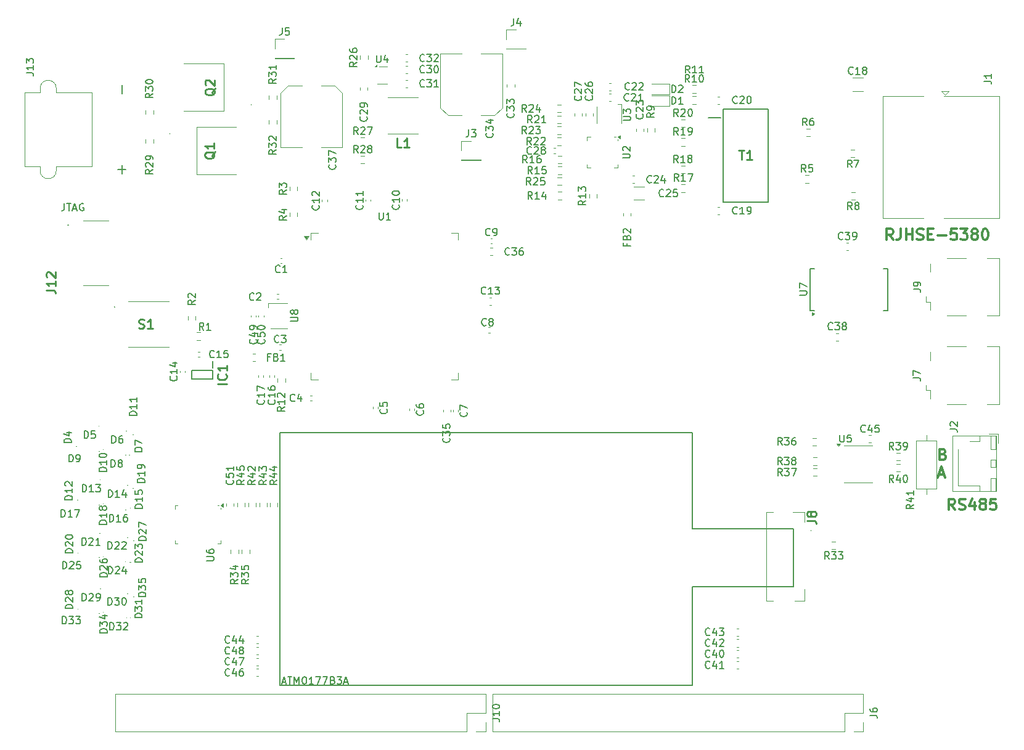
<source format=gbr>
%TF.GenerationSoftware,KiCad,Pcbnew,8.0.5*%
%TF.CreationDate,2024-09-29T23:22:26+09:00*%
%TF.ProjectId,MCU_Unit,4d43555f-556e-4697-942e-6b696361645f,rev?*%
%TF.SameCoordinates,Original*%
%TF.FileFunction,Legend,Top*%
%TF.FilePolarity,Positive*%
%FSLAX46Y46*%
G04 Gerber Fmt 4.6, Leading zero omitted, Abs format (unit mm)*
G04 Created by KiCad (PCBNEW 8.0.5) date 2024-09-29 23:22:26*
%MOMM*%
%LPD*%
G01*
G04 APERTURE LIST*
%ADD10C,0.150000*%
%ADD11C,0.300000*%
%ADD12C,0.254000*%
%ADD13C,0.120000*%
%ADD14C,0.200000*%
%ADD15C,0.100000*%
G04 APERTURE END LIST*
D10*
X65209160Y-132704104D02*
X65685350Y-132704104D01*
X65113922Y-132989819D02*
X65447255Y-131989819D01*
X65447255Y-131989819D02*
X65780588Y-132989819D01*
X65971065Y-131989819D02*
X66542493Y-131989819D01*
X66256779Y-132989819D02*
X66256779Y-131989819D01*
X66875827Y-132989819D02*
X66875827Y-131989819D01*
X66875827Y-131989819D02*
X67209160Y-132704104D01*
X67209160Y-132704104D02*
X67542493Y-131989819D01*
X67542493Y-131989819D02*
X67542493Y-132989819D01*
X68209160Y-131989819D02*
X68304398Y-131989819D01*
X68304398Y-131989819D02*
X68399636Y-132037438D01*
X68399636Y-132037438D02*
X68447255Y-132085057D01*
X68447255Y-132085057D02*
X68494874Y-132180295D01*
X68494874Y-132180295D02*
X68542493Y-132370771D01*
X68542493Y-132370771D02*
X68542493Y-132608866D01*
X68542493Y-132608866D02*
X68494874Y-132799342D01*
X68494874Y-132799342D02*
X68447255Y-132894580D01*
X68447255Y-132894580D02*
X68399636Y-132942200D01*
X68399636Y-132942200D02*
X68304398Y-132989819D01*
X68304398Y-132989819D02*
X68209160Y-132989819D01*
X68209160Y-132989819D02*
X68113922Y-132942200D01*
X68113922Y-132942200D02*
X68066303Y-132894580D01*
X68066303Y-132894580D02*
X68018684Y-132799342D01*
X68018684Y-132799342D02*
X67971065Y-132608866D01*
X67971065Y-132608866D02*
X67971065Y-132370771D01*
X67971065Y-132370771D02*
X68018684Y-132180295D01*
X68018684Y-132180295D02*
X68066303Y-132085057D01*
X68066303Y-132085057D02*
X68113922Y-132037438D01*
X68113922Y-132037438D02*
X68209160Y-131989819D01*
X69494874Y-132989819D02*
X68923446Y-132989819D01*
X69209160Y-132989819D02*
X69209160Y-131989819D01*
X69209160Y-131989819D02*
X69113922Y-132132676D01*
X69113922Y-132132676D02*
X69018684Y-132227914D01*
X69018684Y-132227914D02*
X68923446Y-132275533D01*
X69828208Y-131989819D02*
X70494874Y-131989819D01*
X70494874Y-131989819D02*
X70066303Y-132989819D01*
X70780589Y-131989819D02*
X71447255Y-131989819D01*
X71447255Y-131989819D02*
X71018684Y-132989819D01*
X72161541Y-132466009D02*
X72304398Y-132513628D01*
X72304398Y-132513628D02*
X72352017Y-132561247D01*
X72352017Y-132561247D02*
X72399636Y-132656485D01*
X72399636Y-132656485D02*
X72399636Y-132799342D01*
X72399636Y-132799342D02*
X72352017Y-132894580D01*
X72352017Y-132894580D02*
X72304398Y-132942200D01*
X72304398Y-132942200D02*
X72209160Y-132989819D01*
X72209160Y-132989819D02*
X71828208Y-132989819D01*
X71828208Y-132989819D02*
X71828208Y-131989819D01*
X71828208Y-131989819D02*
X72161541Y-131989819D01*
X72161541Y-131989819D02*
X72256779Y-132037438D01*
X72256779Y-132037438D02*
X72304398Y-132085057D01*
X72304398Y-132085057D02*
X72352017Y-132180295D01*
X72352017Y-132180295D02*
X72352017Y-132275533D01*
X72352017Y-132275533D02*
X72304398Y-132370771D01*
X72304398Y-132370771D02*
X72256779Y-132418390D01*
X72256779Y-132418390D02*
X72161541Y-132466009D01*
X72161541Y-132466009D02*
X71828208Y-132466009D01*
X72732970Y-131989819D02*
X73352017Y-131989819D01*
X73352017Y-131989819D02*
X73018684Y-132370771D01*
X73018684Y-132370771D02*
X73161541Y-132370771D01*
X73161541Y-132370771D02*
X73256779Y-132418390D01*
X73256779Y-132418390D02*
X73304398Y-132466009D01*
X73304398Y-132466009D02*
X73352017Y-132561247D01*
X73352017Y-132561247D02*
X73352017Y-132799342D01*
X73352017Y-132799342D02*
X73304398Y-132894580D01*
X73304398Y-132894580D02*
X73256779Y-132942200D01*
X73256779Y-132942200D02*
X73161541Y-132989819D01*
X73161541Y-132989819D02*
X72875827Y-132989819D01*
X72875827Y-132989819D02*
X72780589Y-132942200D01*
X72780589Y-132942200D02*
X72732970Y-132894580D01*
X73732970Y-132704104D02*
X74209160Y-132704104D01*
X73637732Y-132989819D02*
X73971065Y-131989819D01*
X73971065Y-131989819D02*
X74304398Y-132989819D01*
X121520000Y-98420000D02*
X121520000Y-111620000D01*
X64920000Y-98420000D02*
X121520000Y-98420000D01*
X121520000Y-133120000D02*
X121520000Y-119620000D01*
X111620000Y-133120000D02*
X121520000Y-133120000D01*
X64920000Y-133120000D02*
X111620000Y-133120000D01*
X64920000Y-98420000D02*
X64920000Y-133120000D01*
X135420000Y-111620000D02*
X121520000Y-111620000D01*
X135420000Y-119620000D02*
X121520000Y-119620000D01*
X135420000Y-111620000D02*
X135420000Y-119620000D01*
X35294993Y-66959819D02*
X35294993Y-67674104D01*
X35294993Y-67674104D02*
X35247374Y-67816961D01*
X35247374Y-67816961D02*
X35152136Y-67912200D01*
X35152136Y-67912200D02*
X35009279Y-67959819D01*
X35009279Y-67959819D02*
X34914041Y-67959819D01*
X35628327Y-66959819D02*
X36199755Y-66959819D01*
X35914041Y-67959819D02*
X35914041Y-66959819D01*
X36485470Y-67674104D02*
X36961660Y-67674104D01*
X36390232Y-67959819D02*
X36723565Y-66959819D01*
X36723565Y-66959819D02*
X37056898Y-67959819D01*
X37914041Y-67007438D02*
X37818803Y-66959819D01*
X37818803Y-66959819D02*
X37675946Y-66959819D01*
X37675946Y-66959819D02*
X37533089Y-67007438D01*
X37533089Y-67007438D02*
X37437851Y-67102676D01*
X37437851Y-67102676D02*
X37390232Y-67197914D01*
X37390232Y-67197914D02*
X37342613Y-67388390D01*
X37342613Y-67388390D02*
X37342613Y-67531247D01*
X37342613Y-67531247D02*
X37390232Y-67721723D01*
X37390232Y-67721723D02*
X37437851Y-67816961D01*
X37437851Y-67816961D02*
X37533089Y-67912200D01*
X37533089Y-67912200D02*
X37675946Y-67959819D01*
X37675946Y-67959819D02*
X37771184Y-67959819D01*
X37771184Y-67959819D02*
X37914041Y-67912200D01*
X37914041Y-67912200D02*
X37961660Y-67864580D01*
X37961660Y-67864580D02*
X37961660Y-67531247D01*
X37961660Y-67531247D02*
X37771184Y-67531247D01*
D11*
X149101653Y-71958328D02*
X148601653Y-71244042D01*
X148244510Y-71958328D02*
X148244510Y-70458328D01*
X148244510Y-70458328D02*
X148815939Y-70458328D01*
X148815939Y-70458328D02*
X148958796Y-70529757D01*
X148958796Y-70529757D02*
X149030225Y-70601185D01*
X149030225Y-70601185D02*
X149101653Y-70744042D01*
X149101653Y-70744042D02*
X149101653Y-70958328D01*
X149101653Y-70958328D02*
X149030225Y-71101185D01*
X149030225Y-71101185D02*
X148958796Y-71172614D01*
X148958796Y-71172614D02*
X148815939Y-71244042D01*
X148815939Y-71244042D02*
X148244510Y-71244042D01*
X150173082Y-70458328D02*
X150173082Y-71529757D01*
X150173082Y-71529757D02*
X150101653Y-71744042D01*
X150101653Y-71744042D02*
X149958796Y-71886900D01*
X149958796Y-71886900D02*
X149744510Y-71958328D01*
X149744510Y-71958328D02*
X149601653Y-71958328D01*
X150887367Y-71958328D02*
X150887367Y-70458328D01*
X150887367Y-71172614D02*
X151744510Y-71172614D01*
X151744510Y-71958328D02*
X151744510Y-70458328D01*
X152387368Y-71886900D02*
X152601654Y-71958328D01*
X152601654Y-71958328D02*
X152958796Y-71958328D01*
X152958796Y-71958328D02*
X153101654Y-71886900D01*
X153101654Y-71886900D02*
X153173082Y-71815471D01*
X153173082Y-71815471D02*
X153244511Y-71672614D01*
X153244511Y-71672614D02*
X153244511Y-71529757D01*
X153244511Y-71529757D02*
X153173082Y-71386900D01*
X153173082Y-71386900D02*
X153101654Y-71315471D01*
X153101654Y-71315471D02*
X152958796Y-71244042D01*
X152958796Y-71244042D02*
X152673082Y-71172614D01*
X152673082Y-71172614D02*
X152530225Y-71101185D01*
X152530225Y-71101185D02*
X152458796Y-71029757D01*
X152458796Y-71029757D02*
X152387368Y-70886900D01*
X152387368Y-70886900D02*
X152387368Y-70744042D01*
X152387368Y-70744042D02*
X152458796Y-70601185D01*
X152458796Y-70601185D02*
X152530225Y-70529757D01*
X152530225Y-70529757D02*
X152673082Y-70458328D01*
X152673082Y-70458328D02*
X153030225Y-70458328D01*
X153030225Y-70458328D02*
X153244511Y-70529757D01*
X153887367Y-71172614D02*
X154387367Y-71172614D01*
X154601653Y-71958328D02*
X153887367Y-71958328D01*
X153887367Y-71958328D02*
X153887367Y-70458328D01*
X153887367Y-70458328D02*
X154601653Y-70458328D01*
X155244510Y-71386900D02*
X156387368Y-71386900D01*
X157815939Y-70458328D02*
X157101653Y-70458328D01*
X157101653Y-70458328D02*
X157030225Y-71172614D01*
X157030225Y-71172614D02*
X157101653Y-71101185D01*
X157101653Y-71101185D02*
X157244511Y-71029757D01*
X157244511Y-71029757D02*
X157601653Y-71029757D01*
X157601653Y-71029757D02*
X157744511Y-71101185D01*
X157744511Y-71101185D02*
X157815939Y-71172614D01*
X157815939Y-71172614D02*
X157887368Y-71315471D01*
X157887368Y-71315471D02*
X157887368Y-71672614D01*
X157887368Y-71672614D02*
X157815939Y-71815471D01*
X157815939Y-71815471D02*
X157744511Y-71886900D01*
X157744511Y-71886900D02*
X157601653Y-71958328D01*
X157601653Y-71958328D02*
X157244511Y-71958328D01*
X157244511Y-71958328D02*
X157101653Y-71886900D01*
X157101653Y-71886900D02*
X157030225Y-71815471D01*
X158387367Y-70458328D02*
X159315939Y-70458328D01*
X159315939Y-70458328D02*
X158815939Y-71029757D01*
X158815939Y-71029757D02*
X159030224Y-71029757D01*
X159030224Y-71029757D02*
X159173082Y-71101185D01*
X159173082Y-71101185D02*
X159244510Y-71172614D01*
X159244510Y-71172614D02*
X159315939Y-71315471D01*
X159315939Y-71315471D02*
X159315939Y-71672614D01*
X159315939Y-71672614D02*
X159244510Y-71815471D01*
X159244510Y-71815471D02*
X159173082Y-71886900D01*
X159173082Y-71886900D02*
X159030224Y-71958328D01*
X159030224Y-71958328D02*
X158601653Y-71958328D01*
X158601653Y-71958328D02*
X158458796Y-71886900D01*
X158458796Y-71886900D02*
X158387367Y-71815471D01*
X160173081Y-71101185D02*
X160030224Y-71029757D01*
X160030224Y-71029757D02*
X159958795Y-70958328D01*
X159958795Y-70958328D02*
X159887367Y-70815471D01*
X159887367Y-70815471D02*
X159887367Y-70744042D01*
X159887367Y-70744042D02*
X159958795Y-70601185D01*
X159958795Y-70601185D02*
X160030224Y-70529757D01*
X160030224Y-70529757D02*
X160173081Y-70458328D01*
X160173081Y-70458328D02*
X160458795Y-70458328D01*
X160458795Y-70458328D02*
X160601653Y-70529757D01*
X160601653Y-70529757D02*
X160673081Y-70601185D01*
X160673081Y-70601185D02*
X160744510Y-70744042D01*
X160744510Y-70744042D02*
X160744510Y-70815471D01*
X160744510Y-70815471D02*
X160673081Y-70958328D01*
X160673081Y-70958328D02*
X160601653Y-71029757D01*
X160601653Y-71029757D02*
X160458795Y-71101185D01*
X160458795Y-71101185D02*
X160173081Y-71101185D01*
X160173081Y-71101185D02*
X160030224Y-71172614D01*
X160030224Y-71172614D02*
X159958795Y-71244042D01*
X159958795Y-71244042D02*
X159887367Y-71386900D01*
X159887367Y-71386900D02*
X159887367Y-71672614D01*
X159887367Y-71672614D02*
X159958795Y-71815471D01*
X159958795Y-71815471D02*
X160030224Y-71886900D01*
X160030224Y-71886900D02*
X160173081Y-71958328D01*
X160173081Y-71958328D02*
X160458795Y-71958328D01*
X160458795Y-71958328D02*
X160601653Y-71886900D01*
X160601653Y-71886900D02*
X160673081Y-71815471D01*
X160673081Y-71815471D02*
X160744510Y-71672614D01*
X160744510Y-71672614D02*
X160744510Y-71386900D01*
X160744510Y-71386900D02*
X160673081Y-71244042D01*
X160673081Y-71244042D02*
X160601653Y-71172614D01*
X160601653Y-71172614D02*
X160458795Y-71101185D01*
X161673081Y-70458328D02*
X161815938Y-70458328D01*
X161815938Y-70458328D02*
X161958795Y-70529757D01*
X161958795Y-70529757D02*
X162030224Y-70601185D01*
X162030224Y-70601185D02*
X162101652Y-70744042D01*
X162101652Y-70744042D02*
X162173081Y-71029757D01*
X162173081Y-71029757D02*
X162173081Y-71386900D01*
X162173081Y-71386900D02*
X162101652Y-71672614D01*
X162101652Y-71672614D02*
X162030224Y-71815471D01*
X162030224Y-71815471D02*
X161958795Y-71886900D01*
X161958795Y-71886900D02*
X161815938Y-71958328D01*
X161815938Y-71958328D02*
X161673081Y-71958328D01*
X161673081Y-71958328D02*
X161530224Y-71886900D01*
X161530224Y-71886900D02*
X161458795Y-71815471D01*
X161458795Y-71815471D02*
X161387366Y-71672614D01*
X161387366Y-71672614D02*
X161315938Y-71386900D01*
X161315938Y-71386900D02*
X161315938Y-71029757D01*
X161315938Y-71029757D02*
X161387366Y-70744042D01*
X161387366Y-70744042D02*
X161458795Y-70601185D01*
X161458795Y-70601185D02*
X161530224Y-70529757D01*
X161530224Y-70529757D02*
X161673081Y-70458328D01*
X155979510Y-101400198D02*
X156193796Y-101471626D01*
X156193796Y-101471626D02*
X156265225Y-101543055D01*
X156265225Y-101543055D02*
X156336653Y-101685912D01*
X156336653Y-101685912D02*
X156336653Y-101900198D01*
X156336653Y-101900198D02*
X156265225Y-102043055D01*
X156265225Y-102043055D02*
X156193796Y-102114484D01*
X156193796Y-102114484D02*
X156050939Y-102185912D01*
X156050939Y-102185912D02*
X155479510Y-102185912D01*
X155479510Y-102185912D02*
X155479510Y-100685912D01*
X155479510Y-100685912D02*
X155979510Y-100685912D01*
X155979510Y-100685912D02*
X156122368Y-100757341D01*
X156122368Y-100757341D02*
X156193796Y-100828769D01*
X156193796Y-100828769D02*
X156265225Y-100971626D01*
X156265225Y-100971626D02*
X156265225Y-101114484D01*
X156265225Y-101114484D02*
X156193796Y-101257341D01*
X156193796Y-101257341D02*
X156122368Y-101328769D01*
X156122368Y-101328769D02*
X155979510Y-101400198D01*
X155979510Y-101400198D02*
X155479510Y-101400198D01*
X155408082Y-104172257D02*
X156122368Y-104172257D01*
X155265225Y-104600828D02*
X155765225Y-103100828D01*
X155765225Y-103100828D02*
X156265225Y-104600828D01*
X157586653Y-109050828D02*
X157086653Y-108336542D01*
X156729510Y-109050828D02*
X156729510Y-107550828D01*
X156729510Y-107550828D02*
X157300939Y-107550828D01*
X157300939Y-107550828D02*
X157443796Y-107622257D01*
X157443796Y-107622257D02*
X157515225Y-107693685D01*
X157515225Y-107693685D02*
X157586653Y-107836542D01*
X157586653Y-107836542D02*
X157586653Y-108050828D01*
X157586653Y-108050828D02*
X157515225Y-108193685D01*
X157515225Y-108193685D02*
X157443796Y-108265114D01*
X157443796Y-108265114D02*
X157300939Y-108336542D01*
X157300939Y-108336542D02*
X156729510Y-108336542D01*
X158158082Y-108979400D02*
X158372368Y-109050828D01*
X158372368Y-109050828D02*
X158729510Y-109050828D01*
X158729510Y-109050828D02*
X158872368Y-108979400D01*
X158872368Y-108979400D02*
X158943796Y-108907971D01*
X158943796Y-108907971D02*
X159015225Y-108765114D01*
X159015225Y-108765114D02*
X159015225Y-108622257D01*
X159015225Y-108622257D02*
X158943796Y-108479400D01*
X158943796Y-108479400D02*
X158872368Y-108407971D01*
X158872368Y-108407971D02*
X158729510Y-108336542D01*
X158729510Y-108336542D02*
X158443796Y-108265114D01*
X158443796Y-108265114D02*
X158300939Y-108193685D01*
X158300939Y-108193685D02*
X158229510Y-108122257D01*
X158229510Y-108122257D02*
X158158082Y-107979400D01*
X158158082Y-107979400D02*
X158158082Y-107836542D01*
X158158082Y-107836542D02*
X158229510Y-107693685D01*
X158229510Y-107693685D02*
X158300939Y-107622257D01*
X158300939Y-107622257D02*
X158443796Y-107550828D01*
X158443796Y-107550828D02*
X158800939Y-107550828D01*
X158800939Y-107550828D02*
X159015225Y-107622257D01*
X160300939Y-108050828D02*
X160300939Y-109050828D01*
X159943796Y-107479400D02*
X159586653Y-108550828D01*
X159586653Y-108550828D02*
X160515224Y-108550828D01*
X161300938Y-108193685D02*
X161158081Y-108122257D01*
X161158081Y-108122257D02*
X161086652Y-108050828D01*
X161086652Y-108050828D02*
X161015224Y-107907971D01*
X161015224Y-107907971D02*
X161015224Y-107836542D01*
X161015224Y-107836542D02*
X161086652Y-107693685D01*
X161086652Y-107693685D02*
X161158081Y-107622257D01*
X161158081Y-107622257D02*
X161300938Y-107550828D01*
X161300938Y-107550828D02*
X161586652Y-107550828D01*
X161586652Y-107550828D02*
X161729510Y-107622257D01*
X161729510Y-107622257D02*
X161800938Y-107693685D01*
X161800938Y-107693685D02*
X161872367Y-107836542D01*
X161872367Y-107836542D02*
X161872367Y-107907971D01*
X161872367Y-107907971D02*
X161800938Y-108050828D01*
X161800938Y-108050828D02*
X161729510Y-108122257D01*
X161729510Y-108122257D02*
X161586652Y-108193685D01*
X161586652Y-108193685D02*
X161300938Y-108193685D01*
X161300938Y-108193685D02*
X161158081Y-108265114D01*
X161158081Y-108265114D02*
X161086652Y-108336542D01*
X161086652Y-108336542D02*
X161015224Y-108479400D01*
X161015224Y-108479400D02*
X161015224Y-108765114D01*
X161015224Y-108765114D02*
X161086652Y-108907971D01*
X161086652Y-108907971D02*
X161158081Y-108979400D01*
X161158081Y-108979400D02*
X161300938Y-109050828D01*
X161300938Y-109050828D02*
X161586652Y-109050828D01*
X161586652Y-109050828D02*
X161729510Y-108979400D01*
X161729510Y-108979400D02*
X161800938Y-108907971D01*
X161800938Y-108907971D02*
X161872367Y-108765114D01*
X161872367Y-108765114D02*
X161872367Y-108479400D01*
X161872367Y-108479400D02*
X161800938Y-108336542D01*
X161800938Y-108336542D02*
X161729510Y-108265114D01*
X161729510Y-108265114D02*
X161586652Y-108193685D01*
X163229509Y-107550828D02*
X162515223Y-107550828D01*
X162515223Y-107550828D02*
X162443795Y-108265114D01*
X162443795Y-108265114D02*
X162515223Y-108193685D01*
X162515223Y-108193685D02*
X162658081Y-108122257D01*
X162658081Y-108122257D02*
X163015223Y-108122257D01*
X163015223Y-108122257D02*
X163158081Y-108193685D01*
X163158081Y-108193685D02*
X163229509Y-108265114D01*
X163229509Y-108265114D02*
X163300938Y-108407971D01*
X163300938Y-108407971D02*
X163300938Y-108765114D01*
X163300938Y-108765114D02*
X163229509Y-108907971D01*
X163229509Y-108907971D02*
X163158081Y-108979400D01*
X163158081Y-108979400D02*
X163015223Y-109050828D01*
X163015223Y-109050828D02*
X162658081Y-109050828D01*
X162658081Y-109050828D02*
X162515223Y-108979400D01*
X162515223Y-108979400D02*
X162443795Y-108907971D01*
D10*
X60004819Y-104942857D02*
X59528628Y-105276190D01*
X60004819Y-105514285D02*
X59004819Y-105514285D01*
X59004819Y-105514285D02*
X59004819Y-105133333D01*
X59004819Y-105133333D02*
X59052438Y-105038095D01*
X59052438Y-105038095D02*
X59100057Y-104990476D01*
X59100057Y-104990476D02*
X59195295Y-104942857D01*
X59195295Y-104942857D02*
X59338152Y-104942857D01*
X59338152Y-104942857D02*
X59433390Y-104990476D01*
X59433390Y-104990476D02*
X59481009Y-105038095D01*
X59481009Y-105038095D02*
X59528628Y-105133333D01*
X59528628Y-105133333D02*
X59528628Y-105514285D01*
X59338152Y-104085714D02*
X60004819Y-104085714D01*
X58957200Y-104323809D02*
X59671485Y-104561904D01*
X59671485Y-104561904D02*
X59671485Y-103942857D01*
X59004819Y-103085714D02*
X59004819Y-103561904D01*
X59004819Y-103561904D02*
X59481009Y-103609523D01*
X59481009Y-103609523D02*
X59433390Y-103561904D01*
X59433390Y-103561904D02*
X59385771Y-103466666D01*
X59385771Y-103466666D02*
X59385771Y-103228571D01*
X59385771Y-103228571D02*
X59433390Y-103133333D01*
X59433390Y-103133333D02*
X59481009Y-103085714D01*
X59481009Y-103085714D02*
X59576247Y-103038095D01*
X59576247Y-103038095D02*
X59814342Y-103038095D01*
X59814342Y-103038095D02*
X59909580Y-103085714D01*
X59909580Y-103085714D02*
X59957200Y-103133333D01*
X59957200Y-103133333D02*
X60004819Y-103228571D01*
X60004819Y-103228571D02*
X60004819Y-103466666D01*
X60004819Y-103466666D02*
X59957200Y-103561904D01*
X59957200Y-103561904D02*
X59909580Y-103609523D01*
X58419580Y-104972857D02*
X58467200Y-105020476D01*
X58467200Y-105020476D02*
X58514819Y-105163333D01*
X58514819Y-105163333D02*
X58514819Y-105258571D01*
X58514819Y-105258571D02*
X58467200Y-105401428D01*
X58467200Y-105401428D02*
X58371961Y-105496666D01*
X58371961Y-105496666D02*
X58276723Y-105544285D01*
X58276723Y-105544285D02*
X58086247Y-105591904D01*
X58086247Y-105591904D02*
X57943390Y-105591904D01*
X57943390Y-105591904D02*
X57752914Y-105544285D01*
X57752914Y-105544285D02*
X57657676Y-105496666D01*
X57657676Y-105496666D02*
X57562438Y-105401428D01*
X57562438Y-105401428D02*
X57514819Y-105258571D01*
X57514819Y-105258571D02*
X57514819Y-105163333D01*
X57514819Y-105163333D02*
X57562438Y-105020476D01*
X57562438Y-105020476D02*
X57610057Y-104972857D01*
X57514819Y-104068095D02*
X57514819Y-104544285D01*
X57514819Y-104544285D02*
X57991009Y-104591904D01*
X57991009Y-104591904D02*
X57943390Y-104544285D01*
X57943390Y-104544285D02*
X57895771Y-104449047D01*
X57895771Y-104449047D02*
X57895771Y-104210952D01*
X57895771Y-104210952D02*
X57943390Y-104115714D01*
X57943390Y-104115714D02*
X57991009Y-104068095D01*
X57991009Y-104068095D02*
X58086247Y-104020476D01*
X58086247Y-104020476D02*
X58324342Y-104020476D01*
X58324342Y-104020476D02*
X58419580Y-104068095D01*
X58419580Y-104068095D02*
X58467200Y-104115714D01*
X58467200Y-104115714D02*
X58514819Y-104210952D01*
X58514819Y-104210952D02*
X58514819Y-104449047D01*
X58514819Y-104449047D02*
X58467200Y-104544285D01*
X58467200Y-104544285D02*
X58419580Y-104591904D01*
X58514819Y-103068095D02*
X58514819Y-103639523D01*
X58514819Y-103353809D02*
X57514819Y-103353809D01*
X57514819Y-103353809D02*
X57657676Y-103449047D01*
X57657676Y-103449047D02*
X57752914Y-103544285D01*
X57752914Y-103544285D02*
X57800533Y-103639523D01*
D12*
X127922381Y-59674318D02*
X128648095Y-59674318D01*
X128285238Y-60944318D02*
X128285238Y-59674318D01*
X129736667Y-60944318D02*
X129010952Y-60944318D01*
X129373809Y-60944318D02*
X129373809Y-59674318D01*
X129373809Y-59674318D02*
X129252857Y-59855746D01*
X129252857Y-59855746D02*
X129131905Y-59976699D01*
X129131905Y-59976699D02*
X129010952Y-60037175D01*
X45507380Y-84063842D02*
X45688809Y-84124318D01*
X45688809Y-84124318D02*
X45991190Y-84124318D01*
X45991190Y-84124318D02*
X46112142Y-84063842D01*
X46112142Y-84063842D02*
X46172618Y-84003365D01*
X46172618Y-84003365D02*
X46233095Y-83882413D01*
X46233095Y-83882413D02*
X46233095Y-83761461D01*
X46233095Y-83761461D02*
X46172618Y-83640508D01*
X46172618Y-83640508D02*
X46112142Y-83580032D01*
X46112142Y-83580032D02*
X45991190Y-83519556D01*
X45991190Y-83519556D02*
X45749285Y-83459080D01*
X45749285Y-83459080D02*
X45628333Y-83398603D01*
X45628333Y-83398603D02*
X45567856Y-83338127D01*
X45567856Y-83338127D02*
X45507380Y-83217175D01*
X45507380Y-83217175D02*
X45507380Y-83096222D01*
X45507380Y-83096222D02*
X45567856Y-82975270D01*
X45567856Y-82975270D02*
X45628333Y-82914794D01*
X45628333Y-82914794D02*
X45749285Y-82854318D01*
X45749285Y-82854318D02*
X46051666Y-82854318D01*
X46051666Y-82854318D02*
X46233095Y-82914794D01*
X47442619Y-84124318D02*
X46716904Y-84124318D01*
X47079761Y-84124318D02*
X47079761Y-82854318D01*
X47079761Y-82854318D02*
X46958809Y-83035746D01*
X46958809Y-83035746D02*
X46837857Y-83156699D01*
X46837857Y-83156699D02*
X46716904Y-83217175D01*
X56020270Y-51120952D02*
X55959794Y-51241904D01*
X55959794Y-51241904D02*
X55838842Y-51362857D01*
X55838842Y-51362857D02*
X55657413Y-51544285D01*
X55657413Y-51544285D02*
X55596937Y-51665238D01*
X55596937Y-51665238D02*
X55596937Y-51786190D01*
X55899318Y-51725714D02*
X55838842Y-51846666D01*
X55838842Y-51846666D02*
X55717889Y-51967619D01*
X55717889Y-51967619D02*
X55475984Y-52028095D01*
X55475984Y-52028095D02*
X55052651Y-52028095D01*
X55052651Y-52028095D02*
X54810746Y-51967619D01*
X54810746Y-51967619D02*
X54689794Y-51846666D01*
X54689794Y-51846666D02*
X54629318Y-51725714D01*
X54629318Y-51725714D02*
X54629318Y-51483809D01*
X54629318Y-51483809D02*
X54689794Y-51362857D01*
X54689794Y-51362857D02*
X54810746Y-51241904D01*
X54810746Y-51241904D02*
X55052651Y-51181428D01*
X55052651Y-51181428D02*
X55475984Y-51181428D01*
X55475984Y-51181428D02*
X55717889Y-51241904D01*
X55717889Y-51241904D02*
X55838842Y-51362857D01*
X55838842Y-51362857D02*
X55899318Y-51483809D01*
X55899318Y-51483809D02*
X55899318Y-51725714D01*
X54750270Y-50697619D02*
X54689794Y-50637143D01*
X54689794Y-50637143D02*
X54629318Y-50516190D01*
X54629318Y-50516190D02*
X54629318Y-50213809D01*
X54629318Y-50213809D02*
X54689794Y-50092857D01*
X54689794Y-50092857D02*
X54750270Y-50032381D01*
X54750270Y-50032381D02*
X54871222Y-49971904D01*
X54871222Y-49971904D02*
X54992175Y-49971904D01*
X54992175Y-49971904D02*
X55173603Y-50032381D01*
X55173603Y-50032381D02*
X55899318Y-50758095D01*
X55899318Y-50758095D02*
X55899318Y-49971904D01*
X55995270Y-59820952D02*
X55934794Y-59941904D01*
X55934794Y-59941904D02*
X55813842Y-60062857D01*
X55813842Y-60062857D02*
X55632413Y-60244285D01*
X55632413Y-60244285D02*
X55571937Y-60365238D01*
X55571937Y-60365238D02*
X55571937Y-60486190D01*
X55874318Y-60425714D02*
X55813842Y-60546666D01*
X55813842Y-60546666D02*
X55692889Y-60667619D01*
X55692889Y-60667619D02*
X55450984Y-60728095D01*
X55450984Y-60728095D02*
X55027651Y-60728095D01*
X55027651Y-60728095D02*
X54785746Y-60667619D01*
X54785746Y-60667619D02*
X54664794Y-60546666D01*
X54664794Y-60546666D02*
X54604318Y-60425714D01*
X54604318Y-60425714D02*
X54604318Y-60183809D01*
X54604318Y-60183809D02*
X54664794Y-60062857D01*
X54664794Y-60062857D02*
X54785746Y-59941904D01*
X54785746Y-59941904D02*
X55027651Y-59881428D01*
X55027651Y-59881428D02*
X55450984Y-59881428D01*
X55450984Y-59881428D02*
X55692889Y-59941904D01*
X55692889Y-59941904D02*
X55813842Y-60062857D01*
X55813842Y-60062857D02*
X55874318Y-60183809D01*
X55874318Y-60183809D02*
X55874318Y-60425714D01*
X55874318Y-58671904D02*
X55874318Y-59397619D01*
X55874318Y-59034762D02*
X54604318Y-59034762D01*
X54604318Y-59034762D02*
X54785746Y-59155714D01*
X54785746Y-59155714D02*
X54906699Y-59276666D01*
X54906699Y-59276666D02*
X54967175Y-59397619D01*
X81588333Y-59274318D02*
X80983571Y-59274318D01*
X80983571Y-59274318D02*
X80983571Y-58004318D01*
X82676905Y-59274318D02*
X81951190Y-59274318D01*
X82314047Y-59274318D02*
X82314047Y-58004318D01*
X82314047Y-58004318D02*
X82193095Y-58185746D01*
X82193095Y-58185746D02*
X82072143Y-58306699D01*
X82072143Y-58306699D02*
X81951190Y-58367175D01*
X32804318Y-78858094D02*
X33711461Y-78858094D01*
X33711461Y-78858094D02*
X33892889Y-78918571D01*
X33892889Y-78918571D02*
X34013842Y-79039523D01*
X34013842Y-79039523D02*
X34074318Y-79220952D01*
X34074318Y-79220952D02*
X34074318Y-79341904D01*
X34074318Y-77588094D02*
X34074318Y-78313809D01*
X34074318Y-77950952D02*
X32804318Y-77950952D01*
X32804318Y-77950952D02*
X32985746Y-78071904D01*
X32985746Y-78071904D02*
X33106699Y-78192856D01*
X33106699Y-78192856D02*
X33167175Y-78313809D01*
X32925270Y-77104285D02*
X32864794Y-77043809D01*
X32864794Y-77043809D02*
X32804318Y-76922856D01*
X32804318Y-76922856D02*
X32804318Y-76620475D01*
X32804318Y-76620475D02*
X32864794Y-76499523D01*
X32864794Y-76499523D02*
X32925270Y-76439047D01*
X32925270Y-76439047D02*
X33046222Y-76378570D01*
X33046222Y-76378570D02*
X33167175Y-76378570D01*
X33167175Y-76378570D02*
X33348603Y-76439047D01*
X33348603Y-76439047D02*
X34074318Y-77164761D01*
X34074318Y-77164761D02*
X34074318Y-76378570D01*
X137274318Y-110523332D02*
X138181461Y-110523332D01*
X138181461Y-110523332D02*
X138362889Y-110583809D01*
X138362889Y-110583809D02*
X138483842Y-110704761D01*
X138483842Y-110704761D02*
X138544318Y-110886190D01*
X138544318Y-110886190D02*
X138544318Y-111007142D01*
X137818603Y-109737142D02*
X137758127Y-109858094D01*
X137758127Y-109858094D02*
X137697651Y-109918571D01*
X137697651Y-109918571D02*
X137576699Y-109979047D01*
X137576699Y-109979047D02*
X137516222Y-109979047D01*
X137516222Y-109979047D02*
X137395270Y-109918571D01*
X137395270Y-109918571D02*
X137334794Y-109858094D01*
X137334794Y-109858094D02*
X137274318Y-109737142D01*
X137274318Y-109737142D02*
X137274318Y-109495237D01*
X137274318Y-109495237D02*
X137334794Y-109374285D01*
X137334794Y-109374285D02*
X137395270Y-109313809D01*
X137395270Y-109313809D02*
X137516222Y-109253332D01*
X137516222Y-109253332D02*
X137576699Y-109253332D01*
X137576699Y-109253332D02*
X137697651Y-109313809D01*
X137697651Y-109313809D02*
X137758127Y-109374285D01*
X137758127Y-109374285D02*
X137818603Y-109495237D01*
X137818603Y-109495237D02*
X137818603Y-109737142D01*
X137818603Y-109737142D02*
X137879080Y-109858094D01*
X137879080Y-109858094D02*
X137939556Y-109918571D01*
X137939556Y-109918571D02*
X138060508Y-109979047D01*
X138060508Y-109979047D02*
X138302413Y-109979047D01*
X138302413Y-109979047D02*
X138423365Y-109918571D01*
X138423365Y-109918571D02*
X138483842Y-109858094D01*
X138483842Y-109858094D02*
X138544318Y-109737142D01*
X138544318Y-109737142D02*
X138544318Y-109495237D01*
X138544318Y-109495237D02*
X138483842Y-109374285D01*
X138483842Y-109374285D02*
X138423365Y-109313809D01*
X138423365Y-109313809D02*
X138302413Y-109253332D01*
X138302413Y-109253332D02*
X138060508Y-109253332D01*
X138060508Y-109253332D02*
X137939556Y-109313809D01*
X137939556Y-109313809D02*
X137879080Y-109374285D01*
X137879080Y-109374285D02*
X137818603Y-109495237D01*
X57574318Y-91739762D02*
X56304318Y-91739762D01*
X57453365Y-90409285D02*
X57513842Y-90469761D01*
X57513842Y-90469761D02*
X57574318Y-90651190D01*
X57574318Y-90651190D02*
X57574318Y-90772142D01*
X57574318Y-90772142D02*
X57513842Y-90953571D01*
X57513842Y-90953571D02*
X57392889Y-91074523D01*
X57392889Y-91074523D02*
X57271937Y-91135000D01*
X57271937Y-91135000D02*
X57030032Y-91195476D01*
X57030032Y-91195476D02*
X56848603Y-91195476D01*
X56848603Y-91195476D02*
X56606699Y-91135000D01*
X56606699Y-91135000D02*
X56485746Y-91074523D01*
X56485746Y-91074523D02*
X56364794Y-90953571D01*
X56364794Y-90953571D02*
X56304318Y-90772142D01*
X56304318Y-90772142D02*
X56304318Y-90651190D01*
X56304318Y-90651190D02*
X56364794Y-90469761D01*
X56364794Y-90469761D02*
X56425270Y-90409285D01*
X57574318Y-89199761D02*
X57574318Y-89925476D01*
X57574318Y-89562619D02*
X56304318Y-89562619D01*
X56304318Y-89562619D02*
X56485746Y-89683571D01*
X56485746Y-89683571D02*
X56606699Y-89804523D01*
X56606699Y-89804523D02*
X56667175Y-89925476D01*
D10*
X99447142Y-60084580D02*
X99399523Y-60132200D01*
X99399523Y-60132200D02*
X99256666Y-60179819D01*
X99256666Y-60179819D02*
X99161428Y-60179819D01*
X99161428Y-60179819D02*
X99018571Y-60132200D01*
X99018571Y-60132200D02*
X98923333Y-60036961D01*
X98923333Y-60036961D02*
X98875714Y-59941723D01*
X98875714Y-59941723D02*
X98828095Y-59751247D01*
X98828095Y-59751247D02*
X98828095Y-59608390D01*
X98828095Y-59608390D02*
X98875714Y-59417914D01*
X98875714Y-59417914D02*
X98923333Y-59322676D01*
X98923333Y-59322676D02*
X99018571Y-59227438D01*
X99018571Y-59227438D02*
X99161428Y-59179819D01*
X99161428Y-59179819D02*
X99256666Y-59179819D01*
X99256666Y-59179819D02*
X99399523Y-59227438D01*
X99399523Y-59227438D02*
X99447142Y-59275057D01*
X99828095Y-59275057D02*
X99875714Y-59227438D01*
X99875714Y-59227438D02*
X99970952Y-59179819D01*
X99970952Y-59179819D02*
X100209047Y-59179819D01*
X100209047Y-59179819D02*
X100304285Y-59227438D01*
X100304285Y-59227438D02*
X100351904Y-59275057D01*
X100351904Y-59275057D02*
X100399523Y-59370295D01*
X100399523Y-59370295D02*
X100399523Y-59465533D01*
X100399523Y-59465533D02*
X100351904Y-59608390D01*
X100351904Y-59608390D02*
X99780476Y-60179819D01*
X99780476Y-60179819D02*
X100399523Y-60179819D01*
X100970952Y-59608390D02*
X100875714Y-59560771D01*
X100875714Y-59560771D02*
X100828095Y-59513152D01*
X100828095Y-59513152D02*
X100780476Y-59417914D01*
X100780476Y-59417914D02*
X100780476Y-59370295D01*
X100780476Y-59370295D02*
X100828095Y-59275057D01*
X100828095Y-59275057D02*
X100875714Y-59227438D01*
X100875714Y-59227438D02*
X100970952Y-59179819D01*
X100970952Y-59179819D02*
X101161428Y-59179819D01*
X101161428Y-59179819D02*
X101256666Y-59227438D01*
X101256666Y-59227438D02*
X101304285Y-59275057D01*
X101304285Y-59275057D02*
X101351904Y-59370295D01*
X101351904Y-59370295D02*
X101351904Y-59417914D01*
X101351904Y-59417914D02*
X101304285Y-59513152D01*
X101304285Y-59513152D02*
X101256666Y-59560771D01*
X101256666Y-59560771D02*
X101161428Y-59608390D01*
X101161428Y-59608390D02*
X100970952Y-59608390D01*
X100970952Y-59608390D02*
X100875714Y-59656009D01*
X100875714Y-59656009D02*
X100828095Y-59703628D01*
X100828095Y-59703628D02*
X100780476Y-59798866D01*
X100780476Y-59798866D02*
X100780476Y-59989342D01*
X100780476Y-59989342D02*
X100828095Y-60084580D01*
X100828095Y-60084580D02*
X100875714Y-60132200D01*
X100875714Y-60132200D02*
X100970952Y-60179819D01*
X100970952Y-60179819D02*
X101161428Y-60179819D01*
X101161428Y-60179819D02*
X101256666Y-60132200D01*
X101256666Y-60132200D02*
X101304285Y-60084580D01*
X101304285Y-60084580D02*
X101351904Y-59989342D01*
X101351904Y-59989342D02*
X101351904Y-59798866D01*
X101351904Y-59798866D02*
X101304285Y-59703628D01*
X101304285Y-59703628D02*
X101256666Y-59656009D01*
X101256666Y-59656009D02*
X101161428Y-59608390D01*
X50699580Y-90692857D02*
X50747200Y-90740476D01*
X50747200Y-90740476D02*
X50794819Y-90883333D01*
X50794819Y-90883333D02*
X50794819Y-90978571D01*
X50794819Y-90978571D02*
X50747200Y-91121428D01*
X50747200Y-91121428D02*
X50651961Y-91216666D01*
X50651961Y-91216666D02*
X50556723Y-91264285D01*
X50556723Y-91264285D02*
X50366247Y-91311904D01*
X50366247Y-91311904D02*
X50223390Y-91311904D01*
X50223390Y-91311904D02*
X50032914Y-91264285D01*
X50032914Y-91264285D02*
X49937676Y-91216666D01*
X49937676Y-91216666D02*
X49842438Y-91121428D01*
X49842438Y-91121428D02*
X49794819Y-90978571D01*
X49794819Y-90978571D02*
X49794819Y-90883333D01*
X49794819Y-90883333D02*
X49842438Y-90740476D01*
X49842438Y-90740476D02*
X49890057Y-90692857D01*
X50794819Y-89740476D02*
X50794819Y-90311904D01*
X50794819Y-90026190D02*
X49794819Y-90026190D01*
X49794819Y-90026190D02*
X49937676Y-90121428D01*
X49937676Y-90121428D02*
X50032914Y-90216666D01*
X50032914Y-90216666D02*
X50080533Y-90311904D01*
X50128152Y-88883333D02*
X50794819Y-88883333D01*
X49747200Y-89121428D02*
X50461485Y-89359523D01*
X50461485Y-89359523D02*
X50461485Y-88740476D01*
X62727080Y-85632857D02*
X62774700Y-85680476D01*
X62774700Y-85680476D02*
X62822319Y-85823333D01*
X62822319Y-85823333D02*
X62822319Y-85918571D01*
X62822319Y-85918571D02*
X62774700Y-86061428D01*
X62774700Y-86061428D02*
X62679461Y-86156666D01*
X62679461Y-86156666D02*
X62584223Y-86204285D01*
X62584223Y-86204285D02*
X62393747Y-86251904D01*
X62393747Y-86251904D02*
X62250890Y-86251904D01*
X62250890Y-86251904D02*
X62060414Y-86204285D01*
X62060414Y-86204285D02*
X61965176Y-86156666D01*
X61965176Y-86156666D02*
X61869938Y-86061428D01*
X61869938Y-86061428D02*
X61822319Y-85918571D01*
X61822319Y-85918571D02*
X61822319Y-85823333D01*
X61822319Y-85823333D02*
X61869938Y-85680476D01*
X61869938Y-85680476D02*
X61917557Y-85632857D01*
X61822319Y-84728095D02*
X61822319Y-85204285D01*
X61822319Y-85204285D02*
X62298509Y-85251904D01*
X62298509Y-85251904D02*
X62250890Y-85204285D01*
X62250890Y-85204285D02*
X62203271Y-85109047D01*
X62203271Y-85109047D02*
X62203271Y-84870952D01*
X62203271Y-84870952D02*
X62250890Y-84775714D01*
X62250890Y-84775714D02*
X62298509Y-84728095D01*
X62298509Y-84728095D02*
X62393747Y-84680476D01*
X62393747Y-84680476D02*
X62631842Y-84680476D01*
X62631842Y-84680476D02*
X62727080Y-84728095D01*
X62727080Y-84728095D02*
X62774700Y-84775714D01*
X62774700Y-84775714D02*
X62822319Y-84870952D01*
X62822319Y-84870952D02*
X62822319Y-85109047D01*
X62822319Y-85109047D02*
X62774700Y-85204285D01*
X62774700Y-85204285D02*
X62727080Y-85251904D01*
X61822319Y-84061428D02*
X61822319Y-83966190D01*
X61822319Y-83966190D02*
X61869938Y-83870952D01*
X61869938Y-83870952D02*
X61917557Y-83823333D01*
X61917557Y-83823333D02*
X62012795Y-83775714D01*
X62012795Y-83775714D02*
X62203271Y-83728095D01*
X62203271Y-83728095D02*
X62441366Y-83728095D01*
X62441366Y-83728095D02*
X62631842Y-83775714D01*
X62631842Y-83775714D02*
X62727080Y-83823333D01*
X62727080Y-83823333D02*
X62774700Y-83870952D01*
X62774700Y-83870952D02*
X62822319Y-83966190D01*
X62822319Y-83966190D02*
X62822319Y-84061428D01*
X62822319Y-84061428D02*
X62774700Y-84156666D01*
X62774700Y-84156666D02*
X62727080Y-84204285D01*
X62727080Y-84204285D02*
X62631842Y-84251904D01*
X62631842Y-84251904D02*
X62441366Y-84299523D01*
X62441366Y-84299523D02*
X62203271Y-84299523D01*
X62203271Y-84299523D02*
X62012795Y-84251904D01*
X62012795Y-84251904D02*
X61917557Y-84204285D01*
X61917557Y-84204285D02*
X61869938Y-84156666D01*
X61869938Y-84156666D02*
X61822319Y-84061428D01*
X61627080Y-85632857D02*
X61674700Y-85680476D01*
X61674700Y-85680476D02*
X61722319Y-85823333D01*
X61722319Y-85823333D02*
X61722319Y-85918571D01*
X61722319Y-85918571D02*
X61674700Y-86061428D01*
X61674700Y-86061428D02*
X61579461Y-86156666D01*
X61579461Y-86156666D02*
X61484223Y-86204285D01*
X61484223Y-86204285D02*
X61293747Y-86251904D01*
X61293747Y-86251904D02*
X61150890Y-86251904D01*
X61150890Y-86251904D02*
X60960414Y-86204285D01*
X60960414Y-86204285D02*
X60865176Y-86156666D01*
X60865176Y-86156666D02*
X60769938Y-86061428D01*
X60769938Y-86061428D02*
X60722319Y-85918571D01*
X60722319Y-85918571D02*
X60722319Y-85823333D01*
X60722319Y-85823333D02*
X60769938Y-85680476D01*
X60769938Y-85680476D02*
X60817557Y-85632857D01*
X61055652Y-84775714D02*
X61722319Y-84775714D01*
X60674700Y-85013809D02*
X61388985Y-85251904D01*
X61388985Y-85251904D02*
X61388985Y-84632857D01*
X61722319Y-84204285D02*
X61722319Y-84013809D01*
X61722319Y-84013809D02*
X61674700Y-83918571D01*
X61674700Y-83918571D02*
X61627080Y-83870952D01*
X61627080Y-83870952D02*
X61484223Y-83775714D01*
X61484223Y-83775714D02*
X61293747Y-83728095D01*
X61293747Y-83728095D02*
X60912795Y-83728095D01*
X60912795Y-83728095D02*
X60817557Y-83775714D01*
X60817557Y-83775714D02*
X60769938Y-83823333D01*
X60769938Y-83823333D02*
X60722319Y-83918571D01*
X60722319Y-83918571D02*
X60722319Y-84109047D01*
X60722319Y-84109047D02*
X60769938Y-84204285D01*
X60769938Y-84204285D02*
X60817557Y-84251904D01*
X60817557Y-84251904D02*
X60912795Y-84299523D01*
X60912795Y-84299523D02*
X61150890Y-84299523D01*
X61150890Y-84299523D02*
X61246128Y-84251904D01*
X61246128Y-84251904D02*
X61293747Y-84204285D01*
X61293747Y-84204285D02*
X61341366Y-84109047D01*
X61341366Y-84109047D02*
X61341366Y-83918571D01*
X61341366Y-83918571D02*
X61293747Y-83823333D01*
X61293747Y-83823333D02*
X61246128Y-83775714D01*
X61246128Y-83775714D02*
X61150890Y-83728095D01*
X62659580Y-93947857D02*
X62707200Y-93995476D01*
X62707200Y-93995476D02*
X62754819Y-94138333D01*
X62754819Y-94138333D02*
X62754819Y-94233571D01*
X62754819Y-94233571D02*
X62707200Y-94376428D01*
X62707200Y-94376428D02*
X62611961Y-94471666D01*
X62611961Y-94471666D02*
X62516723Y-94519285D01*
X62516723Y-94519285D02*
X62326247Y-94566904D01*
X62326247Y-94566904D02*
X62183390Y-94566904D01*
X62183390Y-94566904D02*
X61992914Y-94519285D01*
X61992914Y-94519285D02*
X61897676Y-94471666D01*
X61897676Y-94471666D02*
X61802438Y-94376428D01*
X61802438Y-94376428D02*
X61754819Y-94233571D01*
X61754819Y-94233571D02*
X61754819Y-94138333D01*
X61754819Y-94138333D02*
X61802438Y-93995476D01*
X61802438Y-93995476D02*
X61850057Y-93947857D01*
X62754819Y-92995476D02*
X62754819Y-93566904D01*
X62754819Y-93281190D02*
X61754819Y-93281190D01*
X61754819Y-93281190D02*
X61897676Y-93376428D01*
X61897676Y-93376428D02*
X61992914Y-93471666D01*
X61992914Y-93471666D02*
X62040533Y-93566904D01*
X61754819Y-92662142D02*
X61754819Y-91995476D01*
X61754819Y-91995476D02*
X62754819Y-92424047D01*
X64159580Y-93947857D02*
X64207200Y-93995476D01*
X64207200Y-93995476D02*
X64254819Y-94138333D01*
X64254819Y-94138333D02*
X64254819Y-94233571D01*
X64254819Y-94233571D02*
X64207200Y-94376428D01*
X64207200Y-94376428D02*
X64111961Y-94471666D01*
X64111961Y-94471666D02*
X64016723Y-94519285D01*
X64016723Y-94519285D02*
X63826247Y-94566904D01*
X63826247Y-94566904D02*
X63683390Y-94566904D01*
X63683390Y-94566904D02*
X63492914Y-94519285D01*
X63492914Y-94519285D02*
X63397676Y-94471666D01*
X63397676Y-94471666D02*
X63302438Y-94376428D01*
X63302438Y-94376428D02*
X63254819Y-94233571D01*
X63254819Y-94233571D02*
X63254819Y-94138333D01*
X63254819Y-94138333D02*
X63302438Y-93995476D01*
X63302438Y-93995476D02*
X63350057Y-93947857D01*
X64254819Y-92995476D02*
X64254819Y-93566904D01*
X64254819Y-93281190D02*
X63254819Y-93281190D01*
X63254819Y-93281190D02*
X63397676Y-93376428D01*
X63397676Y-93376428D02*
X63492914Y-93471666D01*
X63492914Y-93471666D02*
X63540533Y-93566904D01*
X63254819Y-92138333D02*
X63254819Y-92328809D01*
X63254819Y-92328809D02*
X63302438Y-92424047D01*
X63302438Y-92424047D02*
X63350057Y-92471666D01*
X63350057Y-92471666D02*
X63492914Y-92566904D01*
X63492914Y-92566904D02*
X63683390Y-92614523D01*
X63683390Y-92614523D02*
X64064342Y-92614523D01*
X64064342Y-92614523D02*
X64159580Y-92566904D01*
X64159580Y-92566904D02*
X64207200Y-92519285D01*
X64207200Y-92519285D02*
X64254819Y-92424047D01*
X64254819Y-92424047D02*
X64254819Y-92233571D01*
X64254819Y-92233571D02*
X64207200Y-92138333D01*
X64207200Y-92138333D02*
X64159580Y-92090714D01*
X64159580Y-92090714D02*
X64064342Y-92043095D01*
X64064342Y-92043095D02*
X63826247Y-92043095D01*
X63826247Y-92043095D02*
X63731009Y-92090714D01*
X63731009Y-92090714D02*
X63683390Y-92138333D01*
X63683390Y-92138333D02*
X63635771Y-92233571D01*
X63635771Y-92233571D02*
X63635771Y-92424047D01*
X63635771Y-92424047D02*
X63683390Y-92519285D01*
X63683390Y-92519285D02*
X63731009Y-92566904D01*
X63731009Y-92566904D02*
X63826247Y-92614523D01*
X70217080Y-67220357D02*
X70264700Y-67267976D01*
X70264700Y-67267976D02*
X70312319Y-67410833D01*
X70312319Y-67410833D02*
X70312319Y-67506071D01*
X70312319Y-67506071D02*
X70264700Y-67648928D01*
X70264700Y-67648928D02*
X70169461Y-67744166D01*
X70169461Y-67744166D02*
X70074223Y-67791785D01*
X70074223Y-67791785D02*
X69883747Y-67839404D01*
X69883747Y-67839404D02*
X69740890Y-67839404D01*
X69740890Y-67839404D02*
X69550414Y-67791785D01*
X69550414Y-67791785D02*
X69455176Y-67744166D01*
X69455176Y-67744166D02*
X69359938Y-67648928D01*
X69359938Y-67648928D02*
X69312319Y-67506071D01*
X69312319Y-67506071D02*
X69312319Y-67410833D01*
X69312319Y-67410833D02*
X69359938Y-67267976D01*
X69359938Y-67267976D02*
X69407557Y-67220357D01*
X70312319Y-66267976D02*
X70312319Y-66839404D01*
X70312319Y-66553690D02*
X69312319Y-66553690D01*
X69312319Y-66553690D02*
X69455176Y-66648928D01*
X69455176Y-66648928D02*
X69550414Y-66744166D01*
X69550414Y-66744166D02*
X69598033Y-66839404D01*
X69407557Y-65887023D02*
X69359938Y-65839404D01*
X69359938Y-65839404D02*
X69312319Y-65744166D01*
X69312319Y-65744166D02*
X69312319Y-65506071D01*
X69312319Y-65506071D02*
X69359938Y-65410833D01*
X69359938Y-65410833D02*
X69407557Y-65363214D01*
X69407557Y-65363214D02*
X69502795Y-65315595D01*
X69502795Y-65315595D02*
X69598033Y-65315595D01*
X69598033Y-65315595D02*
X69740890Y-65363214D01*
X69740890Y-65363214D02*
X70312319Y-65934642D01*
X70312319Y-65934642D02*
X70312319Y-65315595D01*
X76217080Y-67170357D02*
X76264700Y-67217976D01*
X76264700Y-67217976D02*
X76312319Y-67360833D01*
X76312319Y-67360833D02*
X76312319Y-67456071D01*
X76312319Y-67456071D02*
X76264700Y-67598928D01*
X76264700Y-67598928D02*
X76169461Y-67694166D01*
X76169461Y-67694166D02*
X76074223Y-67741785D01*
X76074223Y-67741785D02*
X75883747Y-67789404D01*
X75883747Y-67789404D02*
X75740890Y-67789404D01*
X75740890Y-67789404D02*
X75550414Y-67741785D01*
X75550414Y-67741785D02*
X75455176Y-67694166D01*
X75455176Y-67694166D02*
X75359938Y-67598928D01*
X75359938Y-67598928D02*
X75312319Y-67456071D01*
X75312319Y-67456071D02*
X75312319Y-67360833D01*
X75312319Y-67360833D02*
X75359938Y-67217976D01*
X75359938Y-67217976D02*
X75407557Y-67170357D01*
X76312319Y-66217976D02*
X76312319Y-66789404D01*
X76312319Y-66503690D02*
X75312319Y-66503690D01*
X75312319Y-66503690D02*
X75455176Y-66598928D01*
X75455176Y-66598928D02*
X75550414Y-66694166D01*
X75550414Y-66694166D02*
X75598033Y-66789404D01*
X76312319Y-65265595D02*
X76312319Y-65837023D01*
X76312319Y-65551309D02*
X75312319Y-65551309D01*
X75312319Y-65551309D02*
X75455176Y-65646547D01*
X75455176Y-65646547D02*
X75550414Y-65741785D01*
X75550414Y-65741785D02*
X75598033Y-65837023D01*
X81217080Y-67145357D02*
X81264700Y-67192976D01*
X81264700Y-67192976D02*
X81312319Y-67335833D01*
X81312319Y-67335833D02*
X81312319Y-67431071D01*
X81312319Y-67431071D02*
X81264700Y-67573928D01*
X81264700Y-67573928D02*
X81169461Y-67669166D01*
X81169461Y-67669166D02*
X81074223Y-67716785D01*
X81074223Y-67716785D02*
X80883747Y-67764404D01*
X80883747Y-67764404D02*
X80740890Y-67764404D01*
X80740890Y-67764404D02*
X80550414Y-67716785D01*
X80550414Y-67716785D02*
X80455176Y-67669166D01*
X80455176Y-67669166D02*
X80359938Y-67573928D01*
X80359938Y-67573928D02*
X80312319Y-67431071D01*
X80312319Y-67431071D02*
X80312319Y-67335833D01*
X80312319Y-67335833D02*
X80359938Y-67192976D01*
X80359938Y-67192976D02*
X80407557Y-67145357D01*
X81312319Y-66192976D02*
X81312319Y-66764404D01*
X81312319Y-66478690D02*
X80312319Y-66478690D01*
X80312319Y-66478690D02*
X80455176Y-66573928D01*
X80455176Y-66573928D02*
X80550414Y-66669166D01*
X80550414Y-66669166D02*
X80598033Y-66764404D01*
X80312319Y-65573928D02*
X80312319Y-65478690D01*
X80312319Y-65478690D02*
X80359938Y-65383452D01*
X80359938Y-65383452D02*
X80407557Y-65335833D01*
X80407557Y-65335833D02*
X80502795Y-65288214D01*
X80502795Y-65288214D02*
X80693271Y-65240595D01*
X80693271Y-65240595D02*
X80931366Y-65240595D01*
X80931366Y-65240595D02*
X81121842Y-65288214D01*
X81121842Y-65288214D02*
X81217080Y-65335833D01*
X81217080Y-65335833D02*
X81264700Y-65383452D01*
X81264700Y-65383452D02*
X81312319Y-65478690D01*
X81312319Y-65478690D02*
X81312319Y-65573928D01*
X81312319Y-65573928D02*
X81264700Y-65669166D01*
X81264700Y-65669166D02*
X81217080Y-65716785D01*
X81217080Y-65716785D02*
X81121842Y-65764404D01*
X81121842Y-65764404D02*
X80931366Y-65812023D01*
X80931366Y-65812023D02*
X80693271Y-65812023D01*
X80693271Y-65812023D02*
X80502795Y-65764404D01*
X80502795Y-65764404D02*
X80407557Y-65716785D01*
X80407557Y-65716785D02*
X80359938Y-65669166D01*
X80359938Y-65669166D02*
X80312319Y-65573928D01*
X93763333Y-71289580D02*
X93715714Y-71337200D01*
X93715714Y-71337200D02*
X93572857Y-71384819D01*
X93572857Y-71384819D02*
X93477619Y-71384819D01*
X93477619Y-71384819D02*
X93334762Y-71337200D01*
X93334762Y-71337200D02*
X93239524Y-71241961D01*
X93239524Y-71241961D02*
X93191905Y-71146723D01*
X93191905Y-71146723D02*
X93144286Y-70956247D01*
X93144286Y-70956247D02*
X93144286Y-70813390D01*
X93144286Y-70813390D02*
X93191905Y-70622914D01*
X93191905Y-70622914D02*
X93239524Y-70527676D01*
X93239524Y-70527676D02*
X93334762Y-70432438D01*
X93334762Y-70432438D02*
X93477619Y-70384819D01*
X93477619Y-70384819D02*
X93572857Y-70384819D01*
X93572857Y-70384819D02*
X93715714Y-70432438D01*
X93715714Y-70432438D02*
X93763333Y-70480057D01*
X94239524Y-71384819D02*
X94430000Y-71384819D01*
X94430000Y-71384819D02*
X94525238Y-71337200D01*
X94525238Y-71337200D02*
X94572857Y-71289580D01*
X94572857Y-71289580D02*
X94668095Y-71146723D01*
X94668095Y-71146723D02*
X94715714Y-70956247D01*
X94715714Y-70956247D02*
X94715714Y-70575295D01*
X94715714Y-70575295D02*
X94668095Y-70480057D01*
X94668095Y-70480057D02*
X94620476Y-70432438D01*
X94620476Y-70432438D02*
X94525238Y-70384819D01*
X94525238Y-70384819D02*
X94334762Y-70384819D01*
X94334762Y-70384819D02*
X94239524Y-70432438D01*
X94239524Y-70432438D02*
X94191905Y-70480057D01*
X94191905Y-70480057D02*
X94144286Y-70575295D01*
X94144286Y-70575295D02*
X94144286Y-70813390D01*
X94144286Y-70813390D02*
X94191905Y-70908628D01*
X94191905Y-70908628D02*
X94239524Y-70956247D01*
X94239524Y-70956247D02*
X94334762Y-71003866D01*
X94334762Y-71003866D02*
X94525238Y-71003866D01*
X94525238Y-71003866D02*
X94620476Y-70956247D01*
X94620476Y-70956247D02*
X94668095Y-70908628D01*
X94668095Y-70908628D02*
X94715714Y-70813390D01*
X93233333Y-83659580D02*
X93185714Y-83707200D01*
X93185714Y-83707200D02*
X93042857Y-83754819D01*
X93042857Y-83754819D02*
X92947619Y-83754819D01*
X92947619Y-83754819D02*
X92804762Y-83707200D01*
X92804762Y-83707200D02*
X92709524Y-83611961D01*
X92709524Y-83611961D02*
X92661905Y-83516723D01*
X92661905Y-83516723D02*
X92614286Y-83326247D01*
X92614286Y-83326247D02*
X92614286Y-83183390D01*
X92614286Y-83183390D02*
X92661905Y-82992914D01*
X92661905Y-82992914D02*
X92709524Y-82897676D01*
X92709524Y-82897676D02*
X92804762Y-82802438D01*
X92804762Y-82802438D02*
X92947619Y-82754819D01*
X92947619Y-82754819D02*
X93042857Y-82754819D01*
X93042857Y-82754819D02*
X93185714Y-82802438D01*
X93185714Y-82802438D02*
X93233333Y-82850057D01*
X93804762Y-83183390D02*
X93709524Y-83135771D01*
X93709524Y-83135771D02*
X93661905Y-83088152D01*
X93661905Y-83088152D02*
X93614286Y-82992914D01*
X93614286Y-82992914D02*
X93614286Y-82945295D01*
X93614286Y-82945295D02*
X93661905Y-82850057D01*
X93661905Y-82850057D02*
X93709524Y-82802438D01*
X93709524Y-82802438D02*
X93804762Y-82754819D01*
X93804762Y-82754819D02*
X93995238Y-82754819D01*
X93995238Y-82754819D02*
X94090476Y-82802438D01*
X94090476Y-82802438D02*
X94138095Y-82850057D01*
X94138095Y-82850057D02*
X94185714Y-82945295D01*
X94185714Y-82945295D02*
X94185714Y-82992914D01*
X94185714Y-82992914D02*
X94138095Y-83088152D01*
X94138095Y-83088152D02*
X94090476Y-83135771D01*
X94090476Y-83135771D02*
X93995238Y-83183390D01*
X93995238Y-83183390D02*
X93804762Y-83183390D01*
X93804762Y-83183390D02*
X93709524Y-83231009D01*
X93709524Y-83231009D02*
X93661905Y-83278628D01*
X93661905Y-83278628D02*
X93614286Y-83373866D01*
X93614286Y-83373866D02*
X93614286Y-83564342D01*
X93614286Y-83564342D02*
X93661905Y-83659580D01*
X93661905Y-83659580D02*
X93709524Y-83707200D01*
X93709524Y-83707200D02*
X93804762Y-83754819D01*
X93804762Y-83754819D02*
X93995238Y-83754819D01*
X93995238Y-83754819D02*
X94090476Y-83707200D01*
X94090476Y-83707200D02*
X94138095Y-83659580D01*
X94138095Y-83659580D02*
X94185714Y-83564342D01*
X94185714Y-83564342D02*
X94185714Y-83373866D01*
X94185714Y-83373866D02*
X94138095Y-83278628D01*
X94138095Y-83278628D02*
X94090476Y-83231009D01*
X94090476Y-83231009D02*
X93995238Y-83183390D01*
X90537080Y-95619166D02*
X90584700Y-95666785D01*
X90584700Y-95666785D02*
X90632319Y-95809642D01*
X90632319Y-95809642D02*
X90632319Y-95904880D01*
X90632319Y-95904880D02*
X90584700Y-96047737D01*
X90584700Y-96047737D02*
X90489461Y-96142975D01*
X90489461Y-96142975D02*
X90394223Y-96190594D01*
X90394223Y-96190594D02*
X90203747Y-96238213D01*
X90203747Y-96238213D02*
X90060890Y-96238213D01*
X90060890Y-96238213D02*
X89870414Y-96190594D01*
X89870414Y-96190594D02*
X89775176Y-96142975D01*
X89775176Y-96142975D02*
X89679938Y-96047737D01*
X89679938Y-96047737D02*
X89632319Y-95904880D01*
X89632319Y-95904880D02*
X89632319Y-95809642D01*
X89632319Y-95809642D02*
X89679938Y-95666785D01*
X89679938Y-95666785D02*
X89727557Y-95619166D01*
X89632319Y-95285832D02*
X89632319Y-94619166D01*
X89632319Y-94619166D02*
X90632319Y-95047737D01*
X84537080Y-95419166D02*
X84584700Y-95466785D01*
X84584700Y-95466785D02*
X84632319Y-95609642D01*
X84632319Y-95609642D02*
X84632319Y-95704880D01*
X84632319Y-95704880D02*
X84584700Y-95847737D01*
X84584700Y-95847737D02*
X84489461Y-95942975D01*
X84489461Y-95942975D02*
X84394223Y-95990594D01*
X84394223Y-95990594D02*
X84203747Y-96038213D01*
X84203747Y-96038213D02*
X84060890Y-96038213D01*
X84060890Y-96038213D02*
X83870414Y-95990594D01*
X83870414Y-95990594D02*
X83775176Y-95942975D01*
X83775176Y-95942975D02*
X83679938Y-95847737D01*
X83679938Y-95847737D02*
X83632319Y-95704880D01*
X83632319Y-95704880D02*
X83632319Y-95609642D01*
X83632319Y-95609642D02*
X83679938Y-95466785D01*
X83679938Y-95466785D02*
X83727557Y-95419166D01*
X83632319Y-94562023D02*
X83632319Y-94752499D01*
X83632319Y-94752499D02*
X83679938Y-94847737D01*
X83679938Y-94847737D02*
X83727557Y-94895356D01*
X83727557Y-94895356D02*
X83870414Y-94990594D01*
X83870414Y-94990594D02*
X84060890Y-95038213D01*
X84060890Y-95038213D02*
X84441842Y-95038213D01*
X84441842Y-95038213D02*
X84537080Y-94990594D01*
X84537080Y-94990594D02*
X84584700Y-94942975D01*
X84584700Y-94942975D02*
X84632319Y-94847737D01*
X84632319Y-94847737D02*
X84632319Y-94657261D01*
X84632319Y-94657261D02*
X84584700Y-94562023D01*
X84584700Y-94562023D02*
X84537080Y-94514404D01*
X84537080Y-94514404D02*
X84441842Y-94466785D01*
X84441842Y-94466785D02*
X84203747Y-94466785D01*
X84203747Y-94466785D02*
X84108509Y-94514404D01*
X84108509Y-94514404D02*
X84060890Y-94562023D01*
X84060890Y-94562023D02*
X84013271Y-94657261D01*
X84013271Y-94657261D02*
X84013271Y-94847737D01*
X84013271Y-94847737D02*
X84060890Y-94942975D01*
X84060890Y-94942975D02*
X84108509Y-94990594D01*
X84108509Y-94990594D02*
X84203747Y-95038213D01*
X79537080Y-95206666D02*
X79584700Y-95254285D01*
X79584700Y-95254285D02*
X79632319Y-95397142D01*
X79632319Y-95397142D02*
X79632319Y-95492380D01*
X79632319Y-95492380D02*
X79584700Y-95635237D01*
X79584700Y-95635237D02*
X79489461Y-95730475D01*
X79489461Y-95730475D02*
X79394223Y-95778094D01*
X79394223Y-95778094D02*
X79203747Y-95825713D01*
X79203747Y-95825713D02*
X79060890Y-95825713D01*
X79060890Y-95825713D02*
X78870414Y-95778094D01*
X78870414Y-95778094D02*
X78775176Y-95730475D01*
X78775176Y-95730475D02*
X78679938Y-95635237D01*
X78679938Y-95635237D02*
X78632319Y-95492380D01*
X78632319Y-95492380D02*
X78632319Y-95397142D01*
X78632319Y-95397142D02*
X78679938Y-95254285D01*
X78679938Y-95254285D02*
X78727557Y-95206666D01*
X78632319Y-94301904D02*
X78632319Y-94778094D01*
X78632319Y-94778094D02*
X79108509Y-94825713D01*
X79108509Y-94825713D02*
X79060890Y-94778094D01*
X79060890Y-94778094D02*
X79013271Y-94682856D01*
X79013271Y-94682856D02*
X79013271Y-94444761D01*
X79013271Y-94444761D02*
X79060890Y-94349523D01*
X79060890Y-94349523D02*
X79108509Y-94301904D01*
X79108509Y-94301904D02*
X79203747Y-94254285D01*
X79203747Y-94254285D02*
X79441842Y-94254285D01*
X79441842Y-94254285D02*
X79537080Y-94301904D01*
X79537080Y-94301904D02*
X79584700Y-94349523D01*
X79584700Y-94349523D02*
X79632319Y-94444761D01*
X79632319Y-94444761D02*
X79632319Y-94682856D01*
X79632319Y-94682856D02*
X79584700Y-94778094D01*
X79584700Y-94778094D02*
X79537080Y-94825713D01*
X66933333Y-94059580D02*
X66885714Y-94107200D01*
X66885714Y-94107200D02*
X66742857Y-94154819D01*
X66742857Y-94154819D02*
X66647619Y-94154819D01*
X66647619Y-94154819D02*
X66504762Y-94107200D01*
X66504762Y-94107200D02*
X66409524Y-94011961D01*
X66409524Y-94011961D02*
X66361905Y-93916723D01*
X66361905Y-93916723D02*
X66314286Y-93726247D01*
X66314286Y-93726247D02*
X66314286Y-93583390D01*
X66314286Y-93583390D02*
X66361905Y-93392914D01*
X66361905Y-93392914D02*
X66409524Y-93297676D01*
X66409524Y-93297676D02*
X66504762Y-93202438D01*
X66504762Y-93202438D02*
X66647619Y-93154819D01*
X66647619Y-93154819D02*
X66742857Y-93154819D01*
X66742857Y-93154819D02*
X66885714Y-93202438D01*
X66885714Y-93202438D02*
X66933333Y-93250057D01*
X67790476Y-93488152D02*
X67790476Y-94154819D01*
X67552381Y-93107200D02*
X67314286Y-93821485D01*
X67314286Y-93821485D02*
X67933333Y-93821485D01*
X64758333Y-85969580D02*
X64710714Y-86017200D01*
X64710714Y-86017200D02*
X64567857Y-86064819D01*
X64567857Y-86064819D02*
X64472619Y-86064819D01*
X64472619Y-86064819D02*
X64329762Y-86017200D01*
X64329762Y-86017200D02*
X64234524Y-85921961D01*
X64234524Y-85921961D02*
X64186905Y-85826723D01*
X64186905Y-85826723D02*
X64139286Y-85636247D01*
X64139286Y-85636247D02*
X64139286Y-85493390D01*
X64139286Y-85493390D02*
X64186905Y-85302914D01*
X64186905Y-85302914D02*
X64234524Y-85207676D01*
X64234524Y-85207676D02*
X64329762Y-85112438D01*
X64329762Y-85112438D02*
X64472619Y-85064819D01*
X64472619Y-85064819D02*
X64567857Y-85064819D01*
X64567857Y-85064819D02*
X64710714Y-85112438D01*
X64710714Y-85112438D02*
X64758333Y-85160057D01*
X65091667Y-85064819D02*
X65710714Y-85064819D01*
X65710714Y-85064819D02*
X65377381Y-85445771D01*
X65377381Y-85445771D02*
X65520238Y-85445771D01*
X65520238Y-85445771D02*
X65615476Y-85493390D01*
X65615476Y-85493390D02*
X65663095Y-85541009D01*
X65663095Y-85541009D02*
X65710714Y-85636247D01*
X65710714Y-85636247D02*
X65710714Y-85874342D01*
X65710714Y-85874342D02*
X65663095Y-85969580D01*
X65663095Y-85969580D02*
X65615476Y-86017200D01*
X65615476Y-86017200D02*
X65520238Y-86064819D01*
X65520238Y-86064819D02*
X65234524Y-86064819D01*
X65234524Y-86064819D02*
X65139286Y-86017200D01*
X65139286Y-86017200D02*
X65091667Y-85969580D01*
X61333333Y-80159580D02*
X61285714Y-80207200D01*
X61285714Y-80207200D02*
X61142857Y-80254819D01*
X61142857Y-80254819D02*
X61047619Y-80254819D01*
X61047619Y-80254819D02*
X60904762Y-80207200D01*
X60904762Y-80207200D02*
X60809524Y-80111961D01*
X60809524Y-80111961D02*
X60761905Y-80016723D01*
X60761905Y-80016723D02*
X60714286Y-79826247D01*
X60714286Y-79826247D02*
X60714286Y-79683390D01*
X60714286Y-79683390D02*
X60761905Y-79492914D01*
X60761905Y-79492914D02*
X60809524Y-79397676D01*
X60809524Y-79397676D02*
X60904762Y-79302438D01*
X60904762Y-79302438D02*
X61047619Y-79254819D01*
X61047619Y-79254819D02*
X61142857Y-79254819D01*
X61142857Y-79254819D02*
X61285714Y-79302438D01*
X61285714Y-79302438D02*
X61333333Y-79350057D01*
X61714286Y-79350057D02*
X61761905Y-79302438D01*
X61761905Y-79302438D02*
X61857143Y-79254819D01*
X61857143Y-79254819D02*
X62095238Y-79254819D01*
X62095238Y-79254819D02*
X62190476Y-79302438D01*
X62190476Y-79302438D02*
X62238095Y-79350057D01*
X62238095Y-79350057D02*
X62285714Y-79445295D01*
X62285714Y-79445295D02*
X62285714Y-79540533D01*
X62285714Y-79540533D02*
X62238095Y-79683390D01*
X62238095Y-79683390D02*
X61666667Y-80254819D01*
X61666667Y-80254819D02*
X62285714Y-80254819D01*
X64900833Y-76359580D02*
X64853214Y-76407200D01*
X64853214Y-76407200D02*
X64710357Y-76454819D01*
X64710357Y-76454819D02*
X64615119Y-76454819D01*
X64615119Y-76454819D02*
X64472262Y-76407200D01*
X64472262Y-76407200D02*
X64377024Y-76311961D01*
X64377024Y-76311961D02*
X64329405Y-76216723D01*
X64329405Y-76216723D02*
X64281786Y-76026247D01*
X64281786Y-76026247D02*
X64281786Y-75883390D01*
X64281786Y-75883390D02*
X64329405Y-75692914D01*
X64329405Y-75692914D02*
X64377024Y-75597676D01*
X64377024Y-75597676D02*
X64472262Y-75502438D01*
X64472262Y-75502438D02*
X64615119Y-75454819D01*
X64615119Y-75454819D02*
X64710357Y-75454819D01*
X64710357Y-75454819D02*
X64853214Y-75502438D01*
X64853214Y-75502438D02*
X64900833Y-75550057D01*
X65853214Y-76454819D02*
X65281786Y-76454819D01*
X65567500Y-76454819D02*
X65567500Y-75454819D01*
X65567500Y-75454819D02*
X65472262Y-75597676D01*
X65472262Y-75597676D02*
X65377024Y-75692914D01*
X65377024Y-75692914D02*
X65281786Y-75740533D01*
X94064819Y-137737023D02*
X94779104Y-137737023D01*
X94779104Y-137737023D02*
X94921961Y-137784642D01*
X94921961Y-137784642D02*
X95017200Y-137879880D01*
X95017200Y-137879880D02*
X95064819Y-138022737D01*
X95064819Y-138022737D02*
X95064819Y-138117975D01*
X95064819Y-136737023D02*
X95064819Y-137308451D01*
X95064819Y-137022737D02*
X94064819Y-137022737D01*
X94064819Y-137022737D02*
X94207676Y-137117975D01*
X94207676Y-137117975D02*
X94302914Y-137213213D01*
X94302914Y-137213213D02*
X94350533Y-137308451D01*
X94064819Y-136117975D02*
X94064819Y-136022737D01*
X94064819Y-136022737D02*
X94112438Y-135927499D01*
X94112438Y-135927499D02*
X94160057Y-135879880D01*
X94160057Y-135879880D02*
X94255295Y-135832261D01*
X94255295Y-135832261D02*
X94445771Y-135784642D01*
X94445771Y-135784642D02*
X94683866Y-135784642D01*
X94683866Y-135784642D02*
X94874342Y-135832261D01*
X94874342Y-135832261D02*
X94969580Y-135879880D01*
X94969580Y-135879880D02*
X95017200Y-135927499D01*
X95017200Y-135927499D02*
X95064819Y-136022737D01*
X95064819Y-136022737D02*
X95064819Y-136117975D01*
X95064819Y-136117975D02*
X95017200Y-136213213D01*
X95017200Y-136213213D02*
X94969580Y-136260832D01*
X94969580Y-136260832D02*
X94874342Y-136308451D01*
X94874342Y-136308451D02*
X94683866Y-136356070D01*
X94683866Y-136356070D02*
X94445771Y-136356070D01*
X94445771Y-136356070D02*
X94255295Y-136308451D01*
X94255295Y-136308451D02*
X94160057Y-136260832D01*
X94160057Y-136260832D02*
X94112438Y-136213213D01*
X94112438Y-136213213D02*
X94064819Y-136117975D01*
X145924819Y-137263333D02*
X146639104Y-137263333D01*
X146639104Y-137263333D02*
X146781961Y-137310952D01*
X146781961Y-137310952D02*
X146877200Y-137406190D01*
X146877200Y-137406190D02*
X146924819Y-137549047D01*
X146924819Y-137549047D02*
X146924819Y-137644285D01*
X145924819Y-136358571D02*
X145924819Y-136549047D01*
X145924819Y-136549047D02*
X145972438Y-136644285D01*
X145972438Y-136644285D02*
X146020057Y-136691904D01*
X146020057Y-136691904D02*
X146162914Y-136787142D01*
X146162914Y-136787142D02*
X146353390Y-136834761D01*
X146353390Y-136834761D02*
X146734342Y-136834761D01*
X146734342Y-136834761D02*
X146829580Y-136787142D01*
X146829580Y-136787142D02*
X146877200Y-136739523D01*
X146877200Y-136739523D02*
X146924819Y-136644285D01*
X146924819Y-136644285D02*
X146924819Y-136453809D01*
X146924819Y-136453809D02*
X146877200Y-136358571D01*
X146877200Y-136358571D02*
X146829580Y-136310952D01*
X146829580Y-136310952D02*
X146734342Y-136263333D01*
X146734342Y-136263333D02*
X146496247Y-136263333D01*
X146496247Y-136263333D02*
X146401009Y-136310952D01*
X146401009Y-136310952D02*
X146353390Y-136358571D01*
X146353390Y-136358571D02*
X146305771Y-136453809D01*
X146305771Y-136453809D02*
X146305771Y-136644285D01*
X146305771Y-136644285D02*
X146353390Y-136739523D01*
X146353390Y-136739523D02*
X146401009Y-136787142D01*
X146401009Y-136787142D02*
X146496247Y-136834761D01*
X161614819Y-50153333D02*
X162329104Y-50153333D01*
X162329104Y-50153333D02*
X162471961Y-50200952D01*
X162471961Y-50200952D02*
X162567200Y-50296190D01*
X162567200Y-50296190D02*
X162614819Y-50439047D01*
X162614819Y-50439047D02*
X162614819Y-50534285D01*
X162614819Y-49153333D02*
X162614819Y-49724761D01*
X162614819Y-49439047D02*
X161614819Y-49439047D01*
X161614819Y-49439047D02*
X161757676Y-49534285D01*
X161757676Y-49534285D02*
X161852914Y-49629523D01*
X161852914Y-49629523D02*
X161900533Y-49724761D01*
X45214819Y-96084285D02*
X44214819Y-96084285D01*
X44214819Y-96084285D02*
X44214819Y-95846190D01*
X44214819Y-95846190D02*
X44262438Y-95703333D01*
X44262438Y-95703333D02*
X44357676Y-95608095D01*
X44357676Y-95608095D02*
X44452914Y-95560476D01*
X44452914Y-95560476D02*
X44643390Y-95512857D01*
X44643390Y-95512857D02*
X44786247Y-95512857D01*
X44786247Y-95512857D02*
X44976723Y-95560476D01*
X44976723Y-95560476D02*
X45071961Y-95608095D01*
X45071961Y-95608095D02*
X45167200Y-95703333D01*
X45167200Y-95703333D02*
X45214819Y-95846190D01*
X45214819Y-95846190D02*
X45214819Y-96084285D01*
X45214819Y-94560476D02*
X45214819Y-95131904D01*
X45214819Y-94846190D02*
X44214819Y-94846190D01*
X44214819Y-94846190D02*
X44357676Y-94941428D01*
X44357676Y-94941428D02*
X44452914Y-95036666D01*
X44452914Y-95036666D02*
X44500533Y-95131904D01*
X45214819Y-93608095D02*
X45214819Y-94179523D01*
X45214819Y-93893809D02*
X44214819Y-93893809D01*
X44214819Y-93893809D02*
X44357676Y-93989047D01*
X44357676Y-93989047D02*
X44452914Y-94084285D01*
X44452914Y-94084285D02*
X44500533Y-94179523D01*
X41064819Y-103756785D02*
X40064819Y-103756785D01*
X40064819Y-103756785D02*
X40064819Y-103518690D01*
X40064819Y-103518690D02*
X40112438Y-103375833D01*
X40112438Y-103375833D02*
X40207676Y-103280595D01*
X40207676Y-103280595D02*
X40302914Y-103232976D01*
X40302914Y-103232976D02*
X40493390Y-103185357D01*
X40493390Y-103185357D02*
X40636247Y-103185357D01*
X40636247Y-103185357D02*
X40826723Y-103232976D01*
X40826723Y-103232976D02*
X40921961Y-103280595D01*
X40921961Y-103280595D02*
X41017200Y-103375833D01*
X41017200Y-103375833D02*
X41064819Y-103518690D01*
X41064819Y-103518690D02*
X41064819Y-103756785D01*
X41064819Y-102232976D02*
X41064819Y-102804404D01*
X41064819Y-102518690D02*
X40064819Y-102518690D01*
X40064819Y-102518690D02*
X40207676Y-102613928D01*
X40207676Y-102613928D02*
X40302914Y-102709166D01*
X40302914Y-102709166D02*
X40350533Y-102804404D01*
X40064819Y-101613928D02*
X40064819Y-101518690D01*
X40064819Y-101518690D02*
X40112438Y-101423452D01*
X40112438Y-101423452D02*
X40160057Y-101375833D01*
X40160057Y-101375833D02*
X40255295Y-101328214D01*
X40255295Y-101328214D02*
X40445771Y-101280595D01*
X40445771Y-101280595D02*
X40683866Y-101280595D01*
X40683866Y-101280595D02*
X40874342Y-101328214D01*
X40874342Y-101328214D02*
X40969580Y-101375833D01*
X40969580Y-101375833D02*
X41017200Y-101423452D01*
X41017200Y-101423452D02*
X41064819Y-101518690D01*
X41064819Y-101518690D02*
X41064819Y-101613928D01*
X41064819Y-101613928D02*
X41017200Y-101709166D01*
X41017200Y-101709166D02*
X40969580Y-101756785D01*
X40969580Y-101756785D02*
X40874342Y-101804404D01*
X40874342Y-101804404D02*
X40683866Y-101852023D01*
X40683866Y-101852023D02*
X40445771Y-101852023D01*
X40445771Y-101852023D02*
X40255295Y-101804404D01*
X40255295Y-101804404D02*
X40160057Y-101756785D01*
X40160057Y-101756785D02*
X40112438Y-101709166D01*
X40112438Y-101709166D02*
X40064819Y-101613928D01*
X35936905Y-102454819D02*
X35936905Y-101454819D01*
X35936905Y-101454819D02*
X36175000Y-101454819D01*
X36175000Y-101454819D02*
X36317857Y-101502438D01*
X36317857Y-101502438D02*
X36413095Y-101597676D01*
X36413095Y-101597676D02*
X36460714Y-101692914D01*
X36460714Y-101692914D02*
X36508333Y-101883390D01*
X36508333Y-101883390D02*
X36508333Y-102026247D01*
X36508333Y-102026247D02*
X36460714Y-102216723D01*
X36460714Y-102216723D02*
X36413095Y-102311961D01*
X36413095Y-102311961D02*
X36317857Y-102407200D01*
X36317857Y-102407200D02*
X36175000Y-102454819D01*
X36175000Y-102454819D02*
X35936905Y-102454819D01*
X36984524Y-102454819D02*
X37175000Y-102454819D01*
X37175000Y-102454819D02*
X37270238Y-102407200D01*
X37270238Y-102407200D02*
X37317857Y-102359580D01*
X37317857Y-102359580D02*
X37413095Y-102216723D01*
X37413095Y-102216723D02*
X37460714Y-102026247D01*
X37460714Y-102026247D02*
X37460714Y-101645295D01*
X37460714Y-101645295D02*
X37413095Y-101550057D01*
X37413095Y-101550057D02*
X37365476Y-101502438D01*
X37365476Y-101502438D02*
X37270238Y-101454819D01*
X37270238Y-101454819D02*
X37079762Y-101454819D01*
X37079762Y-101454819D02*
X36984524Y-101502438D01*
X36984524Y-101502438D02*
X36936905Y-101550057D01*
X36936905Y-101550057D02*
X36889286Y-101645295D01*
X36889286Y-101645295D02*
X36889286Y-101883390D01*
X36889286Y-101883390D02*
X36936905Y-101978628D01*
X36936905Y-101978628D02*
X36984524Y-102026247D01*
X36984524Y-102026247D02*
X37079762Y-102073866D01*
X37079762Y-102073866D02*
X37270238Y-102073866D01*
X37270238Y-102073866D02*
X37365476Y-102026247D01*
X37365476Y-102026247D02*
X37413095Y-101978628D01*
X37413095Y-101978628D02*
X37460714Y-101883390D01*
X41721905Y-103167319D02*
X41721905Y-102167319D01*
X41721905Y-102167319D02*
X41960000Y-102167319D01*
X41960000Y-102167319D02*
X42102857Y-102214938D01*
X42102857Y-102214938D02*
X42198095Y-102310176D01*
X42198095Y-102310176D02*
X42245714Y-102405414D01*
X42245714Y-102405414D02*
X42293333Y-102595890D01*
X42293333Y-102595890D02*
X42293333Y-102738747D01*
X42293333Y-102738747D02*
X42245714Y-102929223D01*
X42245714Y-102929223D02*
X42198095Y-103024461D01*
X42198095Y-103024461D02*
X42102857Y-103119700D01*
X42102857Y-103119700D02*
X41960000Y-103167319D01*
X41960000Y-103167319D02*
X41721905Y-103167319D01*
X42864762Y-102595890D02*
X42769524Y-102548271D01*
X42769524Y-102548271D02*
X42721905Y-102500652D01*
X42721905Y-102500652D02*
X42674286Y-102405414D01*
X42674286Y-102405414D02*
X42674286Y-102357795D01*
X42674286Y-102357795D02*
X42721905Y-102262557D01*
X42721905Y-102262557D02*
X42769524Y-102214938D01*
X42769524Y-102214938D02*
X42864762Y-102167319D01*
X42864762Y-102167319D02*
X43055238Y-102167319D01*
X43055238Y-102167319D02*
X43150476Y-102214938D01*
X43150476Y-102214938D02*
X43198095Y-102262557D01*
X43198095Y-102262557D02*
X43245714Y-102357795D01*
X43245714Y-102357795D02*
X43245714Y-102405414D01*
X43245714Y-102405414D02*
X43198095Y-102500652D01*
X43198095Y-102500652D02*
X43150476Y-102548271D01*
X43150476Y-102548271D02*
X43055238Y-102595890D01*
X43055238Y-102595890D02*
X42864762Y-102595890D01*
X42864762Y-102595890D02*
X42769524Y-102643509D01*
X42769524Y-102643509D02*
X42721905Y-102691128D01*
X42721905Y-102691128D02*
X42674286Y-102786366D01*
X42674286Y-102786366D02*
X42674286Y-102976842D01*
X42674286Y-102976842D02*
X42721905Y-103072080D01*
X42721905Y-103072080D02*
X42769524Y-103119700D01*
X42769524Y-103119700D02*
X42864762Y-103167319D01*
X42864762Y-103167319D02*
X43055238Y-103167319D01*
X43055238Y-103167319D02*
X43150476Y-103119700D01*
X43150476Y-103119700D02*
X43198095Y-103072080D01*
X43198095Y-103072080D02*
X43245714Y-102976842D01*
X43245714Y-102976842D02*
X43245714Y-102786366D01*
X43245714Y-102786366D02*
X43198095Y-102691128D01*
X43198095Y-102691128D02*
X43150476Y-102643509D01*
X43150476Y-102643509D02*
X43055238Y-102595890D01*
X45964819Y-101030594D02*
X44964819Y-101030594D01*
X44964819Y-101030594D02*
X44964819Y-100792499D01*
X44964819Y-100792499D02*
X45012438Y-100649642D01*
X45012438Y-100649642D02*
X45107676Y-100554404D01*
X45107676Y-100554404D02*
X45202914Y-100506785D01*
X45202914Y-100506785D02*
X45393390Y-100459166D01*
X45393390Y-100459166D02*
X45536247Y-100459166D01*
X45536247Y-100459166D02*
X45726723Y-100506785D01*
X45726723Y-100506785D02*
X45821961Y-100554404D01*
X45821961Y-100554404D02*
X45917200Y-100649642D01*
X45917200Y-100649642D02*
X45964819Y-100792499D01*
X45964819Y-100792499D02*
X45964819Y-101030594D01*
X44964819Y-100125832D02*
X44964819Y-99459166D01*
X44964819Y-99459166D02*
X45964819Y-99887737D01*
X41821905Y-99867319D02*
X41821905Y-98867319D01*
X41821905Y-98867319D02*
X42060000Y-98867319D01*
X42060000Y-98867319D02*
X42202857Y-98914938D01*
X42202857Y-98914938D02*
X42298095Y-99010176D01*
X42298095Y-99010176D02*
X42345714Y-99105414D01*
X42345714Y-99105414D02*
X42393333Y-99295890D01*
X42393333Y-99295890D02*
X42393333Y-99438747D01*
X42393333Y-99438747D02*
X42345714Y-99629223D01*
X42345714Y-99629223D02*
X42298095Y-99724461D01*
X42298095Y-99724461D02*
X42202857Y-99819700D01*
X42202857Y-99819700D02*
X42060000Y-99867319D01*
X42060000Y-99867319D02*
X41821905Y-99867319D01*
X43250476Y-98867319D02*
X43060000Y-98867319D01*
X43060000Y-98867319D02*
X42964762Y-98914938D01*
X42964762Y-98914938D02*
X42917143Y-98962557D01*
X42917143Y-98962557D02*
X42821905Y-99105414D01*
X42821905Y-99105414D02*
X42774286Y-99295890D01*
X42774286Y-99295890D02*
X42774286Y-99676842D01*
X42774286Y-99676842D02*
X42821905Y-99772080D01*
X42821905Y-99772080D02*
X42869524Y-99819700D01*
X42869524Y-99819700D02*
X42964762Y-99867319D01*
X42964762Y-99867319D02*
X43155238Y-99867319D01*
X43155238Y-99867319D02*
X43250476Y-99819700D01*
X43250476Y-99819700D02*
X43298095Y-99772080D01*
X43298095Y-99772080D02*
X43345714Y-99676842D01*
X43345714Y-99676842D02*
X43345714Y-99438747D01*
X43345714Y-99438747D02*
X43298095Y-99343509D01*
X43298095Y-99343509D02*
X43250476Y-99295890D01*
X43250476Y-99295890D02*
X43155238Y-99248271D01*
X43155238Y-99248271D02*
X42964762Y-99248271D01*
X42964762Y-99248271D02*
X42869524Y-99295890D01*
X42869524Y-99295890D02*
X42821905Y-99343509D01*
X42821905Y-99343509D02*
X42774286Y-99438747D01*
X38021905Y-99217319D02*
X38021905Y-98217319D01*
X38021905Y-98217319D02*
X38260000Y-98217319D01*
X38260000Y-98217319D02*
X38402857Y-98264938D01*
X38402857Y-98264938D02*
X38498095Y-98360176D01*
X38498095Y-98360176D02*
X38545714Y-98455414D01*
X38545714Y-98455414D02*
X38593333Y-98645890D01*
X38593333Y-98645890D02*
X38593333Y-98788747D01*
X38593333Y-98788747D02*
X38545714Y-98979223D01*
X38545714Y-98979223D02*
X38498095Y-99074461D01*
X38498095Y-99074461D02*
X38402857Y-99169700D01*
X38402857Y-99169700D02*
X38260000Y-99217319D01*
X38260000Y-99217319D02*
X38021905Y-99217319D01*
X39498095Y-98217319D02*
X39021905Y-98217319D01*
X39021905Y-98217319D02*
X38974286Y-98693509D01*
X38974286Y-98693509D02*
X39021905Y-98645890D01*
X39021905Y-98645890D02*
X39117143Y-98598271D01*
X39117143Y-98598271D02*
X39355238Y-98598271D01*
X39355238Y-98598271D02*
X39450476Y-98645890D01*
X39450476Y-98645890D02*
X39498095Y-98693509D01*
X39498095Y-98693509D02*
X39545714Y-98788747D01*
X39545714Y-98788747D02*
X39545714Y-99026842D01*
X39545714Y-99026842D02*
X39498095Y-99122080D01*
X39498095Y-99122080D02*
X39450476Y-99169700D01*
X39450476Y-99169700D02*
X39355238Y-99217319D01*
X39355238Y-99217319D02*
X39117143Y-99217319D01*
X39117143Y-99217319D02*
X39021905Y-99169700D01*
X39021905Y-99169700D02*
X38974286Y-99122080D01*
X36244819Y-99830594D02*
X35244819Y-99830594D01*
X35244819Y-99830594D02*
X35244819Y-99592499D01*
X35244819Y-99592499D02*
X35292438Y-99449642D01*
X35292438Y-99449642D02*
X35387676Y-99354404D01*
X35387676Y-99354404D02*
X35482914Y-99306785D01*
X35482914Y-99306785D02*
X35673390Y-99259166D01*
X35673390Y-99259166D02*
X35816247Y-99259166D01*
X35816247Y-99259166D02*
X36006723Y-99306785D01*
X36006723Y-99306785D02*
X36101961Y-99354404D01*
X36101961Y-99354404D02*
X36197200Y-99449642D01*
X36197200Y-99449642D02*
X36244819Y-99592499D01*
X36244819Y-99592499D02*
X36244819Y-99830594D01*
X35578152Y-98402023D02*
X36244819Y-98402023D01*
X35197200Y-98640118D02*
X35911485Y-98878213D01*
X35911485Y-98878213D02*
X35911485Y-98259166D01*
X46464819Y-120961785D02*
X45464819Y-120961785D01*
X45464819Y-120961785D02*
X45464819Y-120723690D01*
X45464819Y-120723690D02*
X45512438Y-120580833D01*
X45512438Y-120580833D02*
X45607676Y-120485595D01*
X45607676Y-120485595D02*
X45702914Y-120437976D01*
X45702914Y-120437976D02*
X45893390Y-120390357D01*
X45893390Y-120390357D02*
X46036247Y-120390357D01*
X46036247Y-120390357D02*
X46226723Y-120437976D01*
X46226723Y-120437976D02*
X46321961Y-120485595D01*
X46321961Y-120485595D02*
X46417200Y-120580833D01*
X46417200Y-120580833D02*
X46464819Y-120723690D01*
X46464819Y-120723690D02*
X46464819Y-120961785D01*
X45464819Y-120057023D02*
X45464819Y-119437976D01*
X45464819Y-119437976D02*
X45845771Y-119771309D01*
X45845771Y-119771309D02*
X45845771Y-119628452D01*
X45845771Y-119628452D02*
X45893390Y-119533214D01*
X45893390Y-119533214D02*
X45941009Y-119485595D01*
X45941009Y-119485595D02*
X46036247Y-119437976D01*
X46036247Y-119437976D02*
X46274342Y-119437976D01*
X46274342Y-119437976D02*
X46369580Y-119485595D01*
X46369580Y-119485595D02*
X46417200Y-119533214D01*
X46417200Y-119533214D02*
X46464819Y-119628452D01*
X46464819Y-119628452D02*
X46464819Y-119914166D01*
X46464819Y-119914166D02*
X46417200Y-120009404D01*
X46417200Y-120009404D02*
X46369580Y-120057023D01*
X45464819Y-118533214D02*
X45464819Y-119009404D01*
X45464819Y-119009404D02*
X45941009Y-119057023D01*
X45941009Y-119057023D02*
X45893390Y-119009404D01*
X45893390Y-119009404D02*
X45845771Y-118914166D01*
X45845771Y-118914166D02*
X45845771Y-118676071D01*
X45845771Y-118676071D02*
X45893390Y-118580833D01*
X45893390Y-118580833D02*
X45941009Y-118533214D01*
X45941009Y-118533214D02*
X46036247Y-118485595D01*
X46036247Y-118485595D02*
X46274342Y-118485595D01*
X46274342Y-118485595D02*
X46369580Y-118533214D01*
X46369580Y-118533214D02*
X46417200Y-118580833D01*
X46417200Y-118580833D02*
X46464819Y-118676071D01*
X46464819Y-118676071D02*
X46464819Y-118914166D01*
X46464819Y-118914166D02*
X46417200Y-119009404D01*
X46417200Y-119009404D02*
X46369580Y-119057023D01*
X41164819Y-125934285D02*
X40164819Y-125934285D01*
X40164819Y-125934285D02*
X40164819Y-125696190D01*
X40164819Y-125696190D02*
X40212438Y-125553333D01*
X40212438Y-125553333D02*
X40307676Y-125458095D01*
X40307676Y-125458095D02*
X40402914Y-125410476D01*
X40402914Y-125410476D02*
X40593390Y-125362857D01*
X40593390Y-125362857D02*
X40736247Y-125362857D01*
X40736247Y-125362857D02*
X40926723Y-125410476D01*
X40926723Y-125410476D02*
X41021961Y-125458095D01*
X41021961Y-125458095D02*
X41117200Y-125553333D01*
X41117200Y-125553333D02*
X41164819Y-125696190D01*
X41164819Y-125696190D02*
X41164819Y-125934285D01*
X40164819Y-125029523D02*
X40164819Y-124410476D01*
X40164819Y-124410476D02*
X40545771Y-124743809D01*
X40545771Y-124743809D02*
X40545771Y-124600952D01*
X40545771Y-124600952D02*
X40593390Y-124505714D01*
X40593390Y-124505714D02*
X40641009Y-124458095D01*
X40641009Y-124458095D02*
X40736247Y-124410476D01*
X40736247Y-124410476D02*
X40974342Y-124410476D01*
X40974342Y-124410476D02*
X41069580Y-124458095D01*
X41069580Y-124458095D02*
X41117200Y-124505714D01*
X41117200Y-124505714D02*
X41164819Y-124600952D01*
X41164819Y-124600952D02*
X41164819Y-124886666D01*
X41164819Y-124886666D02*
X41117200Y-124981904D01*
X41117200Y-124981904D02*
X41069580Y-125029523D01*
X40498152Y-123553333D02*
X41164819Y-123553333D01*
X40117200Y-123791428D02*
X40831485Y-124029523D01*
X40831485Y-124029523D02*
X40831485Y-123410476D01*
X35010714Y-124704819D02*
X35010714Y-123704819D01*
X35010714Y-123704819D02*
X35248809Y-123704819D01*
X35248809Y-123704819D02*
X35391666Y-123752438D01*
X35391666Y-123752438D02*
X35486904Y-123847676D01*
X35486904Y-123847676D02*
X35534523Y-123942914D01*
X35534523Y-123942914D02*
X35582142Y-124133390D01*
X35582142Y-124133390D02*
X35582142Y-124276247D01*
X35582142Y-124276247D02*
X35534523Y-124466723D01*
X35534523Y-124466723D02*
X35486904Y-124561961D01*
X35486904Y-124561961D02*
X35391666Y-124657200D01*
X35391666Y-124657200D02*
X35248809Y-124704819D01*
X35248809Y-124704819D02*
X35010714Y-124704819D01*
X35915476Y-123704819D02*
X36534523Y-123704819D01*
X36534523Y-123704819D02*
X36201190Y-124085771D01*
X36201190Y-124085771D02*
X36344047Y-124085771D01*
X36344047Y-124085771D02*
X36439285Y-124133390D01*
X36439285Y-124133390D02*
X36486904Y-124181009D01*
X36486904Y-124181009D02*
X36534523Y-124276247D01*
X36534523Y-124276247D02*
X36534523Y-124514342D01*
X36534523Y-124514342D02*
X36486904Y-124609580D01*
X36486904Y-124609580D02*
X36439285Y-124657200D01*
X36439285Y-124657200D02*
X36344047Y-124704819D01*
X36344047Y-124704819D02*
X36058333Y-124704819D01*
X36058333Y-124704819D02*
X35963095Y-124657200D01*
X35963095Y-124657200D02*
X35915476Y-124609580D01*
X36867857Y-123704819D02*
X37486904Y-123704819D01*
X37486904Y-123704819D02*
X37153571Y-124085771D01*
X37153571Y-124085771D02*
X37296428Y-124085771D01*
X37296428Y-124085771D02*
X37391666Y-124133390D01*
X37391666Y-124133390D02*
X37439285Y-124181009D01*
X37439285Y-124181009D02*
X37486904Y-124276247D01*
X37486904Y-124276247D02*
X37486904Y-124514342D01*
X37486904Y-124514342D02*
X37439285Y-124609580D01*
X37439285Y-124609580D02*
X37391666Y-124657200D01*
X37391666Y-124657200D02*
X37296428Y-124704819D01*
X37296428Y-124704819D02*
X37010714Y-124704819D01*
X37010714Y-124704819D02*
X36915476Y-124657200D01*
X36915476Y-124657200D02*
X36867857Y-124609580D01*
X41545714Y-125544819D02*
X41545714Y-124544819D01*
X41545714Y-124544819D02*
X41783809Y-124544819D01*
X41783809Y-124544819D02*
X41926666Y-124592438D01*
X41926666Y-124592438D02*
X42021904Y-124687676D01*
X42021904Y-124687676D02*
X42069523Y-124782914D01*
X42069523Y-124782914D02*
X42117142Y-124973390D01*
X42117142Y-124973390D02*
X42117142Y-125116247D01*
X42117142Y-125116247D02*
X42069523Y-125306723D01*
X42069523Y-125306723D02*
X42021904Y-125401961D01*
X42021904Y-125401961D02*
X41926666Y-125497200D01*
X41926666Y-125497200D02*
X41783809Y-125544819D01*
X41783809Y-125544819D02*
X41545714Y-125544819D01*
X42450476Y-124544819D02*
X43069523Y-124544819D01*
X43069523Y-124544819D02*
X42736190Y-124925771D01*
X42736190Y-124925771D02*
X42879047Y-124925771D01*
X42879047Y-124925771D02*
X42974285Y-124973390D01*
X42974285Y-124973390D02*
X43021904Y-125021009D01*
X43021904Y-125021009D02*
X43069523Y-125116247D01*
X43069523Y-125116247D02*
X43069523Y-125354342D01*
X43069523Y-125354342D02*
X43021904Y-125449580D01*
X43021904Y-125449580D02*
X42974285Y-125497200D01*
X42974285Y-125497200D02*
X42879047Y-125544819D01*
X42879047Y-125544819D02*
X42593333Y-125544819D01*
X42593333Y-125544819D02*
X42498095Y-125497200D01*
X42498095Y-125497200D02*
X42450476Y-125449580D01*
X43450476Y-124640057D02*
X43498095Y-124592438D01*
X43498095Y-124592438D02*
X43593333Y-124544819D01*
X43593333Y-124544819D02*
X43831428Y-124544819D01*
X43831428Y-124544819D02*
X43926666Y-124592438D01*
X43926666Y-124592438D02*
X43974285Y-124640057D01*
X43974285Y-124640057D02*
X44021904Y-124735295D01*
X44021904Y-124735295D02*
X44021904Y-124830533D01*
X44021904Y-124830533D02*
X43974285Y-124973390D01*
X43974285Y-124973390D02*
X43402857Y-125544819D01*
X43402857Y-125544819D02*
X44021904Y-125544819D01*
X45964819Y-123861785D02*
X44964819Y-123861785D01*
X44964819Y-123861785D02*
X44964819Y-123623690D01*
X44964819Y-123623690D02*
X45012438Y-123480833D01*
X45012438Y-123480833D02*
X45107676Y-123385595D01*
X45107676Y-123385595D02*
X45202914Y-123337976D01*
X45202914Y-123337976D02*
X45393390Y-123290357D01*
X45393390Y-123290357D02*
X45536247Y-123290357D01*
X45536247Y-123290357D02*
X45726723Y-123337976D01*
X45726723Y-123337976D02*
X45821961Y-123385595D01*
X45821961Y-123385595D02*
X45917200Y-123480833D01*
X45917200Y-123480833D02*
X45964819Y-123623690D01*
X45964819Y-123623690D02*
X45964819Y-123861785D01*
X44964819Y-122957023D02*
X44964819Y-122337976D01*
X44964819Y-122337976D02*
X45345771Y-122671309D01*
X45345771Y-122671309D02*
X45345771Y-122528452D01*
X45345771Y-122528452D02*
X45393390Y-122433214D01*
X45393390Y-122433214D02*
X45441009Y-122385595D01*
X45441009Y-122385595D02*
X45536247Y-122337976D01*
X45536247Y-122337976D02*
X45774342Y-122337976D01*
X45774342Y-122337976D02*
X45869580Y-122385595D01*
X45869580Y-122385595D02*
X45917200Y-122433214D01*
X45917200Y-122433214D02*
X45964819Y-122528452D01*
X45964819Y-122528452D02*
X45964819Y-122814166D01*
X45964819Y-122814166D02*
X45917200Y-122909404D01*
X45917200Y-122909404D02*
X45869580Y-122957023D01*
X45964819Y-121385595D02*
X45964819Y-121957023D01*
X45964819Y-121671309D02*
X44964819Y-121671309D01*
X44964819Y-121671309D02*
X45107676Y-121766547D01*
X45107676Y-121766547D02*
X45202914Y-121861785D01*
X45202914Y-121861785D02*
X45250533Y-121957023D01*
X41295714Y-122124819D02*
X41295714Y-121124819D01*
X41295714Y-121124819D02*
X41533809Y-121124819D01*
X41533809Y-121124819D02*
X41676666Y-121172438D01*
X41676666Y-121172438D02*
X41771904Y-121267676D01*
X41771904Y-121267676D02*
X41819523Y-121362914D01*
X41819523Y-121362914D02*
X41867142Y-121553390D01*
X41867142Y-121553390D02*
X41867142Y-121696247D01*
X41867142Y-121696247D02*
X41819523Y-121886723D01*
X41819523Y-121886723D02*
X41771904Y-121981961D01*
X41771904Y-121981961D02*
X41676666Y-122077200D01*
X41676666Y-122077200D02*
X41533809Y-122124819D01*
X41533809Y-122124819D02*
X41295714Y-122124819D01*
X42200476Y-121124819D02*
X42819523Y-121124819D01*
X42819523Y-121124819D02*
X42486190Y-121505771D01*
X42486190Y-121505771D02*
X42629047Y-121505771D01*
X42629047Y-121505771D02*
X42724285Y-121553390D01*
X42724285Y-121553390D02*
X42771904Y-121601009D01*
X42771904Y-121601009D02*
X42819523Y-121696247D01*
X42819523Y-121696247D02*
X42819523Y-121934342D01*
X42819523Y-121934342D02*
X42771904Y-122029580D01*
X42771904Y-122029580D02*
X42724285Y-122077200D01*
X42724285Y-122077200D02*
X42629047Y-122124819D01*
X42629047Y-122124819D02*
X42343333Y-122124819D01*
X42343333Y-122124819D02*
X42248095Y-122077200D01*
X42248095Y-122077200D02*
X42200476Y-122029580D01*
X43438571Y-121124819D02*
X43533809Y-121124819D01*
X43533809Y-121124819D02*
X43629047Y-121172438D01*
X43629047Y-121172438D02*
X43676666Y-121220057D01*
X43676666Y-121220057D02*
X43724285Y-121315295D01*
X43724285Y-121315295D02*
X43771904Y-121505771D01*
X43771904Y-121505771D02*
X43771904Y-121743866D01*
X43771904Y-121743866D02*
X43724285Y-121934342D01*
X43724285Y-121934342D02*
X43676666Y-122029580D01*
X43676666Y-122029580D02*
X43629047Y-122077200D01*
X43629047Y-122077200D02*
X43533809Y-122124819D01*
X43533809Y-122124819D02*
X43438571Y-122124819D01*
X43438571Y-122124819D02*
X43343333Y-122077200D01*
X43343333Y-122077200D02*
X43295714Y-122029580D01*
X43295714Y-122029580D02*
X43248095Y-121934342D01*
X43248095Y-121934342D02*
X43200476Y-121743866D01*
X43200476Y-121743866D02*
X43200476Y-121505771D01*
X43200476Y-121505771D02*
X43248095Y-121315295D01*
X43248095Y-121315295D02*
X43295714Y-121220057D01*
X43295714Y-121220057D02*
X43343333Y-121172438D01*
X43343333Y-121172438D02*
X43438571Y-121124819D01*
X37745714Y-121544819D02*
X37745714Y-120544819D01*
X37745714Y-120544819D02*
X37983809Y-120544819D01*
X37983809Y-120544819D02*
X38126666Y-120592438D01*
X38126666Y-120592438D02*
X38221904Y-120687676D01*
X38221904Y-120687676D02*
X38269523Y-120782914D01*
X38269523Y-120782914D02*
X38317142Y-120973390D01*
X38317142Y-120973390D02*
X38317142Y-121116247D01*
X38317142Y-121116247D02*
X38269523Y-121306723D01*
X38269523Y-121306723D02*
X38221904Y-121401961D01*
X38221904Y-121401961D02*
X38126666Y-121497200D01*
X38126666Y-121497200D02*
X37983809Y-121544819D01*
X37983809Y-121544819D02*
X37745714Y-121544819D01*
X38698095Y-120640057D02*
X38745714Y-120592438D01*
X38745714Y-120592438D02*
X38840952Y-120544819D01*
X38840952Y-120544819D02*
X39079047Y-120544819D01*
X39079047Y-120544819D02*
X39174285Y-120592438D01*
X39174285Y-120592438D02*
X39221904Y-120640057D01*
X39221904Y-120640057D02*
X39269523Y-120735295D01*
X39269523Y-120735295D02*
X39269523Y-120830533D01*
X39269523Y-120830533D02*
X39221904Y-120973390D01*
X39221904Y-120973390D02*
X38650476Y-121544819D01*
X38650476Y-121544819D02*
X39269523Y-121544819D01*
X39745714Y-121544819D02*
X39936190Y-121544819D01*
X39936190Y-121544819D02*
X40031428Y-121497200D01*
X40031428Y-121497200D02*
X40079047Y-121449580D01*
X40079047Y-121449580D02*
X40174285Y-121306723D01*
X40174285Y-121306723D02*
X40221904Y-121116247D01*
X40221904Y-121116247D02*
X40221904Y-120735295D01*
X40221904Y-120735295D02*
X40174285Y-120640057D01*
X40174285Y-120640057D02*
X40126666Y-120592438D01*
X40126666Y-120592438D02*
X40031428Y-120544819D01*
X40031428Y-120544819D02*
X39840952Y-120544819D01*
X39840952Y-120544819D02*
X39745714Y-120592438D01*
X39745714Y-120592438D02*
X39698095Y-120640057D01*
X39698095Y-120640057D02*
X39650476Y-120735295D01*
X39650476Y-120735295D02*
X39650476Y-120973390D01*
X39650476Y-120973390D02*
X39698095Y-121068628D01*
X39698095Y-121068628D02*
X39745714Y-121116247D01*
X39745714Y-121116247D02*
X39840952Y-121163866D01*
X39840952Y-121163866D02*
X40031428Y-121163866D01*
X40031428Y-121163866D02*
X40126666Y-121116247D01*
X40126666Y-121116247D02*
X40174285Y-121068628D01*
X40174285Y-121068628D02*
X40221904Y-120973390D01*
X36444819Y-122611785D02*
X35444819Y-122611785D01*
X35444819Y-122611785D02*
X35444819Y-122373690D01*
X35444819Y-122373690D02*
X35492438Y-122230833D01*
X35492438Y-122230833D02*
X35587676Y-122135595D01*
X35587676Y-122135595D02*
X35682914Y-122087976D01*
X35682914Y-122087976D02*
X35873390Y-122040357D01*
X35873390Y-122040357D02*
X36016247Y-122040357D01*
X36016247Y-122040357D02*
X36206723Y-122087976D01*
X36206723Y-122087976D02*
X36301961Y-122135595D01*
X36301961Y-122135595D02*
X36397200Y-122230833D01*
X36397200Y-122230833D02*
X36444819Y-122373690D01*
X36444819Y-122373690D02*
X36444819Y-122611785D01*
X35540057Y-121659404D02*
X35492438Y-121611785D01*
X35492438Y-121611785D02*
X35444819Y-121516547D01*
X35444819Y-121516547D02*
X35444819Y-121278452D01*
X35444819Y-121278452D02*
X35492438Y-121183214D01*
X35492438Y-121183214D02*
X35540057Y-121135595D01*
X35540057Y-121135595D02*
X35635295Y-121087976D01*
X35635295Y-121087976D02*
X35730533Y-121087976D01*
X35730533Y-121087976D02*
X35873390Y-121135595D01*
X35873390Y-121135595D02*
X36444819Y-121707023D01*
X36444819Y-121707023D02*
X36444819Y-121087976D01*
X35873390Y-120516547D02*
X35825771Y-120611785D01*
X35825771Y-120611785D02*
X35778152Y-120659404D01*
X35778152Y-120659404D02*
X35682914Y-120707023D01*
X35682914Y-120707023D02*
X35635295Y-120707023D01*
X35635295Y-120707023D02*
X35540057Y-120659404D01*
X35540057Y-120659404D02*
X35492438Y-120611785D01*
X35492438Y-120611785D02*
X35444819Y-120516547D01*
X35444819Y-120516547D02*
X35444819Y-120326071D01*
X35444819Y-120326071D02*
X35492438Y-120230833D01*
X35492438Y-120230833D02*
X35540057Y-120183214D01*
X35540057Y-120183214D02*
X35635295Y-120135595D01*
X35635295Y-120135595D02*
X35682914Y-120135595D01*
X35682914Y-120135595D02*
X35778152Y-120183214D01*
X35778152Y-120183214D02*
X35825771Y-120230833D01*
X35825771Y-120230833D02*
X35873390Y-120326071D01*
X35873390Y-120326071D02*
X35873390Y-120516547D01*
X35873390Y-120516547D02*
X35921009Y-120611785D01*
X35921009Y-120611785D02*
X35968628Y-120659404D01*
X35968628Y-120659404D02*
X36063866Y-120707023D01*
X36063866Y-120707023D02*
X36254342Y-120707023D01*
X36254342Y-120707023D02*
X36349580Y-120659404D01*
X36349580Y-120659404D02*
X36397200Y-120611785D01*
X36397200Y-120611785D02*
X36444819Y-120516547D01*
X36444819Y-120516547D02*
X36444819Y-120326071D01*
X36444819Y-120326071D02*
X36397200Y-120230833D01*
X36397200Y-120230833D02*
X36349580Y-120183214D01*
X36349580Y-120183214D02*
X36254342Y-120135595D01*
X36254342Y-120135595D02*
X36063866Y-120135595D01*
X36063866Y-120135595D02*
X35968628Y-120183214D01*
X35968628Y-120183214D02*
X35921009Y-120230833D01*
X35921009Y-120230833D02*
X35873390Y-120326071D01*
X46514819Y-113256785D02*
X45514819Y-113256785D01*
X45514819Y-113256785D02*
X45514819Y-113018690D01*
X45514819Y-113018690D02*
X45562438Y-112875833D01*
X45562438Y-112875833D02*
X45657676Y-112780595D01*
X45657676Y-112780595D02*
X45752914Y-112732976D01*
X45752914Y-112732976D02*
X45943390Y-112685357D01*
X45943390Y-112685357D02*
X46086247Y-112685357D01*
X46086247Y-112685357D02*
X46276723Y-112732976D01*
X46276723Y-112732976D02*
X46371961Y-112780595D01*
X46371961Y-112780595D02*
X46467200Y-112875833D01*
X46467200Y-112875833D02*
X46514819Y-113018690D01*
X46514819Y-113018690D02*
X46514819Y-113256785D01*
X45610057Y-112304404D02*
X45562438Y-112256785D01*
X45562438Y-112256785D02*
X45514819Y-112161547D01*
X45514819Y-112161547D02*
X45514819Y-111923452D01*
X45514819Y-111923452D02*
X45562438Y-111828214D01*
X45562438Y-111828214D02*
X45610057Y-111780595D01*
X45610057Y-111780595D02*
X45705295Y-111732976D01*
X45705295Y-111732976D02*
X45800533Y-111732976D01*
X45800533Y-111732976D02*
X45943390Y-111780595D01*
X45943390Y-111780595D02*
X46514819Y-112352023D01*
X46514819Y-112352023D02*
X46514819Y-111732976D01*
X45514819Y-111399642D02*
X45514819Y-110732976D01*
X45514819Y-110732976D02*
X46514819Y-111161547D01*
X41164819Y-118234285D02*
X40164819Y-118234285D01*
X40164819Y-118234285D02*
X40164819Y-117996190D01*
X40164819Y-117996190D02*
X40212438Y-117853333D01*
X40212438Y-117853333D02*
X40307676Y-117758095D01*
X40307676Y-117758095D02*
X40402914Y-117710476D01*
X40402914Y-117710476D02*
X40593390Y-117662857D01*
X40593390Y-117662857D02*
X40736247Y-117662857D01*
X40736247Y-117662857D02*
X40926723Y-117710476D01*
X40926723Y-117710476D02*
X41021961Y-117758095D01*
X41021961Y-117758095D02*
X41117200Y-117853333D01*
X41117200Y-117853333D02*
X41164819Y-117996190D01*
X41164819Y-117996190D02*
X41164819Y-118234285D01*
X40260057Y-117281904D02*
X40212438Y-117234285D01*
X40212438Y-117234285D02*
X40164819Y-117139047D01*
X40164819Y-117139047D02*
X40164819Y-116900952D01*
X40164819Y-116900952D02*
X40212438Y-116805714D01*
X40212438Y-116805714D02*
X40260057Y-116758095D01*
X40260057Y-116758095D02*
X40355295Y-116710476D01*
X40355295Y-116710476D02*
X40450533Y-116710476D01*
X40450533Y-116710476D02*
X40593390Y-116758095D01*
X40593390Y-116758095D02*
X41164819Y-117329523D01*
X41164819Y-117329523D02*
X41164819Y-116710476D01*
X40164819Y-115853333D02*
X40164819Y-116043809D01*
X40164819Y-116043809D02*
X40212438Y-116139047D01*
X40212438Y-116139047D02*
X40260057Y-116186666D01*
X40260057Y-116186666D02*
X40402914Y-116281904D01*
X40402914Y-116281904D02*
X40593390Y-116329523D01*
X40593390Y-116329523D02*
X40974342Y-116329523D01*
X40974342Y-116329523D02*
X41069580Y-116281904D01*
X41069580Y-116281904D02*
X41117200Y-116234285D01*
X41117200Y-116234285D02*
X41164819Y-116139047D01*
X41164819Y-116139047D02*
X41164819Y-115948571D01*
X41164819Y-115948571D02*
X41117200Y-115853333D01*
X41117200Y-115853333D02*
X41069580Y-115805714D01*
X41069580Y-115805714D02*
X40974342Y-115758095D01*
X40974342Y-115758095D02*
X40736247Y-115758095D01*
X40736247Y-115758095D02*
X40641009Y-115805714D01*
X40641009Y-115805714D02*
X40593390Y-115853333D01*
X40593390Y-115853333D02*
X40545771Y-115948571D01*
X40545771Y-115948571D02*
X40545771Y-116139047D01*
X40545771Y-116139047D02*
X40593390Y-116234285D01*
X40593390Y-116234285D02*
X40641009Y-116281904D01*
X40641009Y-116281904D02*
X40736247Y-116329523D01*
X35060714Y-117154819D02*
X35060714Y-116154819D01*
X35060714Y-116154819D02*
X35298809Y-116154819D01*
X35298809Y-116154819D02*
X35441666Y-116202438D01*
X35441666Y-116202438D02*
X35536904Y-116297676D01*
X35536904Y-116297676D02*
X35584523Y-116392914D01*
X35584523Y-116392914D02*
X35632142Y-116583390D01*
X35632142Y-116583390D02*
X35632142Y-116726247D01*
X35632142Y-116726247D02*
X35584523Y-116916723D01*
X35584523Y-116916723D02*
X35536904Y-117011961D01*
X35536904Y-117011961D02*
X35441666Y-117107200D01*
X35441666Y-117107200D02*
X35298809Y-117154819D01*
X35298809Y-117154819D02*
X35060714Y-117154819D01*
X36013095Y-116250057D02*
X36060714Y-116202438D01*
X36060714Y-116202438D02*
X36155952Y-116154819D01*
X36155952Y-116154819D02*
X36394047Y-116154819D01*
X36394047Y-116154819D02*
X36489285Y-116202438D01*
X36489285Y-116202438D02*
X36536904Y-116250057D01*
X36536904Y-116250057D02*
X36584523Y-116345295D01*
X36584523Y-116345295D02*
X36584523Y-116440533D01*
X36584523Y-116440533D02*
X36536904Y-116583390D01*
X36536904Y-116583390D02*
X35965476Y-117154819D01*
X35965476Y-117154819D02*
X36584523Y-117154819D01*
X37489285Y-116154819D02*
X37013095Y-116154819D01*
X37013095Y-116154819D02*
X36965476Y-116631009D01*
X36965476Y-116631009D02*
X37013095Y-116583390D01*
X37013095Y-116583390D02*
X37108333Y-116535771D01*
X37108333Y-116535771D02*
X37346428Y-116535771D01*
X37346428Y-116535771D02*
X37441666Y-116583390D01*
X37441666Y-116583390D02*
X37489285Y-116631009D01*
X37489285Y-116631009D02*
X37536904Y-116726247D01*
X37536904Y-116726247D02*
X37536904Y-116964342D01*
X37536904Y-116964342D02*
X37489285Y-117059580D01*
X37489285Y-117059580D02*
X37441666Y-117107200D01*
X37441666Y-117107200D02*
X37346428Y-117154819D01*
X37346428Y-117154819D02*
X37108333Y-117154819D01*
X37108333Y-117154819D02*
X37013095Y-117107200D01*
X37013095Y-117107200D02*
X36965476Y-117059580D01*
X41345714Y-117844819D02*
X41345714Y-116844819D01*
X41345714Y-116844819D02*
X41583809Y-116844819D01*
X41583809Y-116844819D02*
X41726666Y-116892438D01*
X41726666Y-116892438D02*
X41821904Y-116987676D01*
X41821904Y-116987676D02*
X41869523Y-117082914D01*
X41869523Y-117082914D02*
X41917142Y-117273390D01*
X41917142Y-117273390D02*
X41917142Y-117416247D01*
X41917142Y-117416247D02*
X41869523Y-117606723D01*
X41869523Y-117606723D02*
X41821904Y-117701961D01*
X41821904Y-117701961D02*
X41726666Y-117797200D01*
X41726666Y-117797200D02*
X41583809Y-117844819D01*
X41583809Y-117844819D02*
X41345714Y-117844819D01*
X42298095Y-116940057D02*
X42345714Y-116892438D01*
X42345714Y-116892438D02*
X42440952Y-116844819D01*
X42440952Y-116844819D02*
X42679047Y-116844819D01*
X42679047Y-116844819D02*
X42774285Y-116892438D01*
X42774285Y-116892438D02*
X42821904Y-116940057D01*
X42821904Y-116940057D02*
X42869523Y-117035295D01*
X42869523Y-117035295D02*
X42869523Y-117130533D01*
X42869523Y-117130533D02*
X42821904Y-117273390D01*
X42821904Y-117273390D02*
X42250476Y-117844819D01*
X42250476Y-117844819D02*
X42869523Y-117844819D01*
X43726666Y-117178152D02*
X43726666Y-117844819D01*
X43488571Y-116797200D02*
X43250476Y-117511485D01*
X43250476Y-117511485D02*
X43869523Y-117511485D01*
X46014819Y-116234285D02*
X45014819Y-116234285D01*
X45014819Y-116234285D02*
X45014819Y-115996190D01*
X45014819Y-115996190D02*
X45062438Y-115853333D01*
X45062438Y-115853333D02*
X45157676Y-115758095D01*
X45157676Y-115758095D02*
X45252914Y-115710476D01*
X45252914Y-115710476D02*
X45443390Y-115662857D01*
X45443390Y-115662857D02*
X45586247Y-115662857D01*
X45586247Y-115662857D02*
X45776723Y-115710476D01*
X45776723Y-115710476D02*
X45871961Y-115758095D01*
X45871961Y-115758095D02*
X45967200Y-115853333D01*
X45967200Y-115853333D02*
X46014819Y-115996190D01*
X46014819Y-115996190D02*
X46014819Y-116234285D01*
X45110057Y-115281904D02*
X45062438Y-115234285D01*
X45062438Y-115234285D02*
X45014819Y-115139047D01*
X45014819Y-115139047D02*
X45014819Y-114900952D01*
X45014819Y-114900952D02*
X45062438Y-114805714D01*
X45062438Y-114805714D02*
X45110057Y-114758095D01*
X45110057Y-114758095D02*
X45205295Y-114710476D01*
X45205295Y-114710476D02*
X45300533Y-114710476D01*
X45300533Y-114710476D02*
X45443390Y-114758095D01*
X45443390Y-114758095D02*
X46014819Y-115329523D01*
X46014819Y-115329523D02*
X46014819Y-114710476D01*
X45014819Y-114377142D02*
X45014819Y-113758095D01*
X45014819Y-113758095D02*
X45395771Y-114091428D01*
X45395771Y-114091428D02*
X45395771Y-113948571D01*
X45395771Y-113948571D02*
X45443390Y-113853333D01*
X45443390Y-113853333D02*
X45491009Y-113805714D01*
X45491009Y-113805714D02*
X45586247Y-113758095D01*
X45586247Y-113758095D02*
X45824342Y-113758095D01*
X45824342Y-113758095D02*
X45919580Y-113805714D01*
X45919580Y-113805714D02*
X45967200Y-113853333D01*
X45967200Y-113853333D02*
X46014819Y-113948571D01*
X46014819Y-113948571D02*
X46014819Y-114234285D01*
X46014819Y-114234285D02*
X45967200Y-114329523D01*
X45967200Y-114329523D02*
X45919580Y-114377142D01*
X41295714Y-114424819D02*
X41295714Y-113424819D01*
X41295714Y-113424819D02*
X41533809Y-113424819D01*
X41533809Y-113424819D02*
X41676666Y-113472438D01*
X41676666Y-113472438D02*
X41771904Y-113567676D01*
X41771904Y-113567676D02*
X41819523Y-113662914D01*
X41819523Y-113662914D02*
X41867142Y-113853390D01*
X41867142Y-113853390D02*
X41867142Y-113996247D01*
X41867142Y-113996247D02*
X41819523Y-114186723D01*
X41819523Y-114186723D02*
X41771904Y-114281961D01*
X41771904Y-114281961D02*
X41676666Y-114377200D01*
X41676666Y-114377200D02*
X41533809Y-114424819D01*
X41533809Y-114424819D02*
X41295714Y-114424819D01*
X42248095Y-113520057D02*
X42295714Y-113472438D01*
X42295714Y-113472438D02*
X42390952Y-113424819D01*
X42390952Y-113424819D02*
X42629047Y-113424819D01*
X42629047Y-113424819D02*
X42724285Y-113472438D01*
X42724285Y-113472438D02*
X42771904Y-113520057D01*
X42771904Y-113520057D02*
X42819523Y-113615295D01*
X42819523Y-113615295D02*
X42819523Y-113710533D01*
X42819523Y-113710533D02*
X42771904Y-113853390D01*
X42771904Y-113853390D02*
X42200476Y-114424819D01*
X42200476Y-114424819D02*
X42819523Y-114424819D01*
X43200476Y-113520057D02*
X43248095Y-113472438D01*
X43248095Y-113472438D02*
X43343333Y-113424819D01*
X43343333Y-113424819D02*
X43581428Y-113424819D01*
X43581428Y-113424819D02*
X43676666Y-113472438D01*
X43676666Y-113472438D02*
X43724285Y-113520057D01*
X43724285Y-113520057D02*
X43771904Y-113615295D01*
X43771904Y-113615295D02*
X43771904Y-113710533D01*
X43771904Y-113710533D02*
X43724285Y-113853390D01*
X43724285Y-113853390D02*
X43152857Y-114424819D01*
X43152857Y-114424819D02*
X43771904Y-114424819D01*
X37718214Y-113894819D02*
X37718214Y-112894819D01*
X37718214Y-112894819D02*
X37956309Y-112894819D01*
X37956309Y-112894819D02*
X38099166Y-112942438D01*
X38099166Y-112942438D02*
X38194404Y-113037676D01*
X38194404Y-113037676D02*
X38242023Y-113132914D01*
X38242023Y-113132914D02*
X38289642Y-113323390D01*
X38289642Y-113323390D02*
X38289642Y-113466247D01*
X38289642Y-113466247D02*
X38242023Y-113656723D01*
X38242023Y-113656723D02*
X38194404Y-113751961D01*
X38194404Y-113751961D02*
X38099166Y-113847200D01*
X38099166Y-113847200D02*
X37956309Y-113894819D01*
X37956309Y-113894819D02*
X37718214Y-113894819D01*
X38670595Y-112990057D02*
X38718214Y-112942438D01*
X38718214Y-112942438D02*
X38813452Y-112894819D01*
X38813452Y-112894819D02*
X39051547Y-112894819D01*
X39051547Y-112894819D02*
X39146785Y-112942438D01*
X39146785Y-112942438D02*
X39194404Y-112990057D01*
X39194404Y-112990057D02*
X39242023Y-113085295D01*
X39242023Y-113085295D02*
X39242023Y-113180533D01*
X39242023Y-113180533D02*
X39194404Y-113323390D01*
X39194404Y-113323390D02*
X38622976Y-113894819D01*
X38622976Y-113894819D02*
X39242023Y-113894819D01*
X40194404Y-113894819D02*
X39622976Y-113894819D01*
X39908690Y-113894819D02*
X39908690Y-112894819D01*
X39908690Y-112894819D02*
X39813452Y-113037676D01*
X39813452Y-113037676D02*
X39718214Y-113132914D01*
X39718214Y-113132914D02*
X39622976Y-113180533D01*
X36444819Y-114961785D02*
X35444819Y-114961785D01*
X35444819Y-114961785D02*
X35444819Y-114723690D01*
X35444819Y-114723690D02*
X35492438Y-114580833D01*
X35492438Y-114580833D02*
X35587676Y-114485595D01*
X35587676Y-114485595D02*
X35682914Y-114437976D01*
X35682914Y-114437976D02*
X35873390Y-114390357D01*
X35873390Y-114390357D02*
X36016247Y-114390357D01*
X36016247Y-114390357D02*
X36206723Y-114437976D01*
X36206723Y-114437976D02*
X36301961Y-114485595D01*
X36301961Y-114485595D02*
X36397200Y-114580833D01*
X36397200Y-114580833D02*
X36444819Y-114723690D01*
X36444819Y-114723690D02*
X36444819Y-114961785D01*
X35540057Y-114009404D02*
X35492438Y-113961785D01*
X35492438Y-113961785D02*
X35444819Y-113866547D01*
X35444819Y-113866547D02*
X35444819Y-113628452D01*
X35444819Y-113628452D02*
X35492438Y-113533214D01*
X35492438Y-113533214D02*
X35540057Y-113485595D01*
X35540057Y-113485595D02*
X35635295Y-113437976D01*
X35635295Y-113437976D02*
X35730533Y-113437976D01*
X35730533Y-113437976D02*
X35873390Y-113485595D01*
X35873390Y-113485595D02*
X36444819Y-114057023D01*
X36444819Y-114057023D02*
X36444819Y-113437976D01*
X35444819Y-112818928D02*
X35444819Y-112723690D01*
X35444819Y-112723690D02*
X35492438Y-112628452D01*
X35492438Y-112628452D02*
X35540057Y-112580833D01*
X35540057Y-112580833D02*
X35635295Y-112533214D01*
X35635295Y-112533214D02*
X35825771Y-112485595D01*
X35825771Y-112485595D02*
X36063866Y-112485595D01*
X36063866Y-112485595D02*
X36254342Y-112533214D01*
X36254342Y-112533214D02*
X36349580Y-112580833D01*
X36349580Y-112580833D02*
X36397200Y-112628452D01*
X36397200Y-112628452D02*
X36444819Y-112723690D01*
X36444819Y-112723690D02*
X36444819Y-112818928D01*
X36444819Y-112818928D02*
X36397200Y-112914166D01*
X36397200Y-112914166D02*
X36349580Y-112961785D01*
X36349580Y-112961785D02*
X36254342Y-113009404D01*
X36254342Y-113009404D02*
X36063866Y-113057023D01*
X36063866Y-113057023D02*
X35825771Y-113057023D01*
X35825771Y-113057023D02*
X35635295Y-113009404D01*
X35635295Y-113009404D02*
X35540057Y-112961785D01*
X35540057Y-112961785D02*
X35492438Y-112914166D01*
X35492438Y-112914166D02*
X35444819Y-112818928D01*
X46314819Y-105284285D02*
X45314819Y-105284285D01*
X45314819Y-105284285D02*
X45314819Y-105046190D01*
X45314819Y-105046190D02*
X45362438Y-104903333D01*
X45362438Y-104903333D02*
X45457676Y-104808095D01*
X45457676Y-104808095D02*
X45552914Y-104760476D01*
X45552914Y-104760476D02*
X45743390Y-104712857D01*
X45743390Y-104712857D02*
X45886247Y-104712857D01*
X45886247Y-104712857D02*
X46076723Y-104760476D01*
X46076723Y-104760476D02*
X46171961Y-104808095D01*
X46171961Y-104808095D02*
X46267200Y-104903333D01*
X46267200Y-104903333D02*
X46314819Y-105046190D01*
X46314819Y-105046190D02*
X46314819Y-105284285D01*
X46314819Y-103760476D02*
X46314819Y-104331904D01*
X46314819Y-104046190D02*
X45314819Y-104046190D01*
X45314819Y-104046190D02*
X45457676Y-104141428D01*
X45457676Y-104141428D02*
X45552914Y-104236666D01*
X45552914Y-104236666D02*
X45600533Y-104331904D01*
X46314819Y-103284285D02*
X46314819Y-103093809D01*
X46314819Y-103093809D02*
X46267200Y-102998571D01*
X46267200Y-102998571D02*
X46219580Y-102950952D01*
X46219580Y-102950952D02*
X46076723Y-102855714D01*
X46076723Y-102855714D02*
X45886247Y-102808095D01*
X45886247Y-102808095D02*
X45505295Y-102808095D01*
X45505295Y-102808095D02*
X45410057Y-102855714D01*
X45410057Y-102855714D02*
X45362438Y-102903333D01*
X45362438Y-102903333D02*
X45314819Y-102998571D01*
X45314819Y-102998571D02*
X45314819Y-103189047D01*
X45314819Y-103189047D02*
X45362438Y-103284285D01*
X45362438Y-103284285D02*
X45410057Y-103331904D01*
X45410057Y-103331904D02*
X45505295Y-103379523D01*
X45505295Y-103379523D02*
X45743390Y-103379523D01*
X45743390Y-103379523D02*
X45838628Y-103331904D01*
X45838628Y-103331904D02*
X45886247Y-103284285D01*
X45886247Y-103284285D02*
X45933866Y-103189047D01*
X45933866Y-103189047D02*
X45933866Y-102998571D01*
X45933866Y-102998571D02*
X45886247Y-102903333D01*
X45886247Y-102903333D02*
X45838628Y-102855714D01*
X45838628Y-102855714D02*
X45743390Y-102808095D01*
X41106038Y-111018969D02*
X40106038Y-111018969D01*
X40106038Y-111018969D02*
X40106038Y-110780874D01*
X40106038Y-110780874D02*
X40153657Y-110638017D01*
X40153657Y-110638017D02*
X40248895Y-110542779D01*
X40248895Y-110542779D02*
X40344133Y-110495160D01*
X40344133Y-110495160D02*
X40534609Y-110447541D01*
X40534609Y-110447541D02*
X40677466Y-110447541D01*
X40677466Y-110447541D02*
X40867942Y-110495160D01*
X40867942Y-110495160D02*
X40963180Y-110542779D01*
X40963180Y-110542779D02*
X41058419Y-110638017D01*
X41058419Y-110638017D02*
X41106038Y-110780874D01*
X41106038Y-110780874D02*
X41106038Y-111018969D01*
X41106038Y-109495160D02*
X41106038Y-110066588D01*
X41106038Y-109780874D02*
X40106038Y-109780874D01*
X40106038Y-109780874D02*
X40248895Y-109876112D01*
X40248895Y-109876112D02*
X40344133Y-109971350D01*
X40344133Y-109971350D02*
X40391752Y-110066588D01*
X40534609Y-108923731D02*
X40486990Y-109018969D01*
X40486990Y-109018969D02*
X40439371Y-109066588D01*
X40439371Y-109066588D02*
X40344133Y-109114207D01*
X40344133Y-109114207D02*
X40296514Y-109114207D01*
X40296514Y-109114207D02*
X40201276Y-109066588D01*
X40201276Y-109066588D02*
X40153657Y-109018969D01*
X40153657Y-109018969D02*
X40106038Y-108923731D01*
X40106038Y-108923731D02*
X40106038Y-108733255D01*
X40106038Y-108733255D02*
X40153657Y-108638017D01*
X40153657Y-108638017D02*
X40201276Y-108590398D01*
X40201276Y-108590398D02*
X40296514Y-108542779D01*
X40296514Y-108542779D02*
X40344133Y-108542779D01*
X40344133Y-108542779D02*
X40439371Y-108590398D01*
X40439371Y-108590398D02*
X40486990Y-108638017D01*
X40486990Y-108638017D02*
X40534609Y-108733255D01*
X40534609Y-108733255D02*
X40534609Y-108923731D01*
X40534609Y-108923731D02*
X40582228Y-109018969D01*
X40582228Y-109018969D02*
X40629847Y-109066588D01*
X40629847Y-109066588D02*
X40725085Y-109114207D01*
X40725085Y-109114207D02*
X40915561Y-109114207D01*
X40915561Y-109114207D02*
X41010799Y-109066588D01*
X41010799Y-109066588D02*
X41058419Y-109018969D01*
X41058419Y-109018969D02*
X41106038Y-108923731D01*
X41106038Y-108923731D02*
X41106038Y-108733255D01*
X41106038Y-108733255D02*
X41058419Y-108638017D01*
X41058419Y-108638017D02*
X41010799Y-108590398D01*
X41010799Y-108590398D02*
X40915561Y-108542779D01*
X40915561Y-108542779D02*
X40725085Y-108542779D01*
X40725085Y-108542779D02*
X40629847Y-108590398D01*
X40629847Y-108590398D02*
X40582228Y-108638017D01*
X40582228Y-108638017D02*
X40534609Y-108733255D01*
X34860714Y-110029819D02*
X34860714Y-109029819D01*
X34860714Y-109029819D02*
X35098809Y-109029819D01*
X35098809Y-109029819D02*
X35241666Y-109077438D01*
X35241666Y-109077438D02*
X35336904Y-109172676D01*
X35336904Y-109172676D02*
X35384523Y-109267914D01*
X35384523Y-109267914D02*
X35432142Y-109458390D01*
X35432142Y-109458390D02*
X35432142Y-109601247D01*
X35432142Y-109601247D02*
X35384523Y-109791723D01*
X35384523Y-109791723D02*
X35336904Y-109886961D01*
X35336904Y-109886961D02*
X35241666Y-109982200D01*
X35241666Y-109982200D02*
X35098809Y-110029819D01*
X35098809Y-110029819D02*
X34860714Y-110029819D01*
X36384523Y-110029819D02*
X35813095Y-110029819D01*
X36098809Y-110029819D02*
X36098809Y-109029819D01*
X36098809Y-109029819D02*
X36003571Y-109172676D01*
X36003571Y-109172676D02*
X35908333Y-109267914D01*
X35908333Y-109267914D02*
X35813095Y-109315533D01*
X36717857Y-109029819D02*
X37384523Y-109029819D01*
X37384523Y-109029819D02*
X36955952Y-110029819D01*
X41486933Y-110679503D02*
X41486933Y-109679503D01*
X41486933Y-109679503D02*
X41725028Y-109679503D01*
X41725028Y-109679503D02*
X41867885Y-109727122D01*
X41867885Y-109727122D02*
X41963123Y-109822360D01*
X41963123Y-109822360D02*
X42010742Y-109917598D01*
X42010742Y-109917598D02*
X42058361Y-110108074D01*
X42058361Y-110108074D02*
X42058361Y-110250931D01*
X42058361Y-110250931D02*
X42010742Y-110441407D01*
X42010742Y-110441407D02*
X41963123Y-110536645D01*
X41963123Y-110536645D02*
X41867885Y-110631884D01*
X41867885Y-110631884D02*
X41725028Y-110679503D01*
X41725028Y-110679503D02*
X41486933Y-110679503D01*
X43010742Y-110679503D02*
X42439314Y-110679503D01*
X42725028Y-110679503D02*
X42725028Y-109679503D01*
X42725028Y-109679503D02*
X42629790Y-109822360D01*
X42629790Y-109822360D02*
X42534552Y-109917598D01*
X42534552Y-109917598D02*
X42439314Y-109965217D01*
X43867885Y-109679503D02*
X43677409Y-109679503D01*
X43677409Y-109679503D02*
X43582171Y-109727122D01*
X43582171Y-109727122D02*
X43534552Y-109774741D01*
X43534552Y-109774741D02*
X43439314Y-109917598D01*
X43439314Y-109917598D02*
X43391695Y-110108074D01*
X43391695Y-110108074D02*
X43391695Y-110489026D01*
X43391695Y-110489026D02*
X43439314Y-110584264D01*
X43439314Y-110584264D02*
X43486933Y-110631884D01*
X43486933Y-110631884D02*
X43582171Y-110679503D01*
X43582171Y-110679503D02*
X43772647Y-110679503D01*
X43772647Y-110679503D02*
X43867885Y-110631884D01*
X43867885Y-110631884D02*
X43915504Y-110584264D01*
X43915504Y-110584264D02*
X43963123Y-110489026D01*
X43963123Y-110489026D02*
X43963123Y-110250931D01*
X43963123Y-110250931D02*
X43915504Y-110155693D01*
X43915504Y-110155693D02*
X43867885Y-110108074D01*
X43867885Y-110108074D02*
X43772647Y-110060455D01*
X43772647Y-110060455D02*
X43582171Y-110060455D01*
X43582171Y-110060455D02*
X43486933Y-110108074D01*
X43486933Y-110108074D02*
X43439314Y-110155693D01*
X43439314Y-110155693D02*
X43391695Y-110250931D01*
X46006038Y-108818969D02*
X45006038Y-108818969D01*
X45006038Y-108818969D02*
X45006038Y-108580874D01*
X45006038Y-108580874D02*
X45053657Y-108438017D01*
X45053657Y-108438017D02*
X45148895Y-108342779D01*
X45148895Y-108342779D02*
X45244133Y-108295160D01*
X45244133Y-108295160D02*
X45434609Y-108247541D01*
X45434609Y-108247541D02*
X45577466Y-108247541D01*
X45577466Y-108247541D02*
X45767942Y-108295160D01*
X45767942Y-108295160D02*
X45863180Y-108342779D01*
X45863180Y-108342779D02*
X45958419Y-108438017D01*
X45958419Y-108438017D02*
X46006038Y-108580874D01*
X46006038Y-108580874D02*
X46006038Y-108818969D01*
X46006038Y-107295160D02*
X46006038Y-107866588D01*
X46006038Y-107580874D02*
X45006038Y-107580874D01*
X45006038Y-107580874D02*
X45148895Y-107676112D01*
X45148895Y-107676112D02*
X45244133Y-107771350D01*
X45244133Y-107771350D02*
X45291752Y-107866588D01*
X45006038Y-106390398D02*
X45006038Y-106866588D01*
X45006038Y-106866588D02*
X45482228Y-106914207D01*
X45482228Y-106914207D02*
X45434609Y-106866588D01*
X45434609Y-106866588D02*
X45386990Y-106771350D01*
X45386990Y-106771350D02*
X45386990Y-106533255D01*
X45386990Y-106533255D02*
X45434609Y-106438017D01*
X45434609Y-106438017D02*
X45482228Y-106390398D01*
X45482228Y-106390398D02*
X45577466Y-106342779D01*
X45577466Y-106342779D02*
X45815561Y-106342779D01*
X45815561Y-106342779D02*
X45910799Y-106390398D01*
X45910799Y-106390398D02*
X45958419Y-106438017D01*
X45958419Y-106438017D02*
X46006038Y-106533255D01*
X46006038Y-106533255D02*
X46006038Y-106771350D01*
X46006038Y-106771350D02*
X45958419Y-106866588D01*
X45958419Y-106866588D02*
X45910799Y-106914207D01*
X41336933Y-107309503D02*
X41336933Y-106309503D01*
X41336933Y-106309503D02*
X41575028Y-106309503D01*
X41575028Y-106309503D02*
X41717885Y-106357122D01*
X41717885Y-106357122D02*
X41813123Y-106452360D01*
X41813123Y-106452360D02*
X41860742Y-106547598D01*
X41860742Y-106547598D02*
X41908361Y-106738074D01*
X41908361Y-106738074D02*
X41908361Y-106880931D01*
X41908361Y-106880931D02*
X41860742Y-107071407D01*
X41860742Y-107071407D02*
X41813123Y-107166645D01*
X41813123Y-107166645D02*
X41717885Y-107261884D01*
X41717885Y-107261884D02*
X41575028Y-107309503D01*
X41575028Y-107309503D02*
X41336933Y-107309503D01*
X42860742Y-107309503D02*
X42289314Y-107309503D01*
X42575028Y-107309503D02*
X42575028Y-106309503D01*
X42575028Y-106309503D02*
X42479790Y-106452360D01*
X42479790Y-106452360D02*
X42384552Y-106547598D01*
X42384552Y-106547598D02*
X42289314Y-106595217D01*
X43717885Y-106642836D02*
X43717885Y-107309503D01*
X43479790Y-106261884D02*
X43241695Y-106976169D01*
X43241695Y-106976169D02*
X43860742Y-106976169D01*
X37759433Y-106579503D02*
X37759433Y-105579503D01*
X37759433Y-105579503D02*
X37997528Y-105579503D01*
X37997528Y-105579503D02*
X38140385Y-105627122D01*
X38140385Y-105627122D02*
X38235623Y-105722360D01*
X38235623Y-105722360D02*
X38283242Y-105817598D01*
X38283242Y-105817598D02*
X38330861Y-106008074D01*
X38330861Y-106008074D02*
X38330861Y-106150931D01*
X38330861Y-106150931D02*
X38283242Y-106341407D01*
X38283242Y-106341407D02*
X38235623Y-106436645D01*
X38235623Y-106436645D02*
X38140385Y-106531884D01*
X38140385Y-106531884D02*
X37997528Y-106579503D01*
X37997528Y-106579503D02*
X37759433Y-106579503D01*
X39283242Y-106579503D02*
X38711814Y-106579503D01*
X38997528Y-106579503D02*
X38997528Y-105579503D01*
X38997528Y-105579503D02*
X38902290Y-105722360D01*
X38902290Y-105722360D02*
X38807052Y-105817598D01*
X38807052Y-105817598D02*
X38711814Y-105865217D01*
X39616576Y-105579503D02*
X40235623Y-105579503D01*
X40235623Y-105579503D02*
X39902290Y-105960455D01*
X39902290Y-105960455D02*
X40045147Y-105960455D01*
X40045147Y-105960455D02*
X40140385Y-106008074D01*
X40140385Y-106008074D02*
X40188004Y-106055693D01*
X40188004Y-106055693D02*
X40235623Y-106150931D01*
X40235623Y-106150931D02*
X40235623Y-106389026D01*
X40235623Y-106389026D02*
X40188004Y-106484264D01*
X40188004Y-106484264D02*
X40140385Y-106531884D01*
X40140385Y-106531884D02*
X40045147Y-106579503D01*
X40045147Y-106579503D02*
X39759433Y-106579503D01*
X39759433Y-106579503D02*
X39664195Y-106531884D01*
X39664195Y-106531884D02*
X39616576Y-106484264D01*
X36386038Y-107648969D02*
X35386038Y-107648969D01*
X35386038Y-107648969D02*
X35386038Y-107410874D01*
X35386038Y-107410874D02*
X35433657Y-107268017D01*
X35433657Y-107268017D02*
X35528895Y-107172779D01*
X35528895Y-107172779D02*
X35624133Y-107125160D01*
X35624133Y-107125160D02*
X35814609Y-107077541D01*
X35814609Y-107077541D02*
X35957466Y-107077541D01*
X35957466Y-107077541D02*
X36147942Y-107125160D01*
X36147942Y-107125160D02*
X36243180Y-107172779D01*
X36243180Y-107172779D02*
X36338419Y-107268017D01*
X36338419Y-107268017D02*
X36386038Y-107410874D01*
X36386038Y-107410874D02*
X36386038Y-107648969D01*
X36386038Y-106125160D02*
X36386038Y-106696588D01*
X36386038Y-106410874D02*
X35386038Y-106410874D01*
X35386038Y-106410874D02*
X35528895Y-106506112D01*
X35528895Y-106506112D02*
X35624133Y-106601350D01*
X35624133Y-106601350D02*
X35671752Y-106696588D01*
X35481276Y-105744207D02*
X35433657Y-105696588D01*
X35433657Y-105696588D02*
X35386038Y-105601350D01*
X35386038Y-105601350D02*
X35386038Y-105363255D01*
X35386038Y-105363255D02*
X35433657Y-105268017D01*
X35433657Y-105268017D02*
X35481276Y-105220398D01*
X35481276Y-105220398D02*
X35576514Y-105172779D01*
X35576514Y-105172779D02*
X35671752Y-105172779D01*
X35671752Y-105172779D02*
X35814609Y-105220398D01*
X35814609Y-105220398D02*
X36386038Y-105791826D01*
X36386038Y-105791826D02*
X36386038Y-105172779D01*
X118701905Y-51712319D02*
X118701905Y-50712319D01*
X118701905Y-50712319D02*
X118940000Y-50712319D01*
X118940000Y-50712319D02*
X119082857Y-50759938D01*
X119082857Y-50759938D02*
X119178095Y-50855176D01*
X119178095Y-50855176D02*
X119225714Y-50950414D01*
X119225714Y-50950414D02*
X119273333Y-51140890D01*
X119273333Y-51140890D02*
X119273333Y-51283747D01*
X119273333Y-51283747D02*
X119225714Y-51474223D01*
X119225714Y-51474223D02*
X119178095Y-51569461D01*
X119178095Y-51569461D02*
X119082857Y-51664700D01*
X119082857Y-51664700D02*
X118940000Y-51712319D01*
X118940000Y-51712319D02*
X118701905Y-51712319D01*
X119654286Y-50807557D02*
X119701905Y-50759938D01*
X119701905Y-50759938D02*
X119797143Y-50712319D01*
X119797143Y-50712319D02*
X120035238Y-50712319D01*
X120035238Y-50712319D02*
X120130476Y-50759938D01*
X120130476Y-50759938D02*
X120178095Y-50807557D01*
X120178095Y-50807557D02*
X120225714Y-50902795D01*
X120225714Y-50902795D02*
X120225714Y-50998033D01*
X120225714Y-50998033D02*
X120178095Y-51140890D01*
X120178095Y-51140890D02*
X119606667Y-51712319D01*
X119606667Y-51712319D02*
X120225714Y-51712319D01*
X118701905Y-53312319D02*
X118701905Y-52312319D01*
X118701905Y-52312319D02*
X118940000Y-52312319D01*
X118940000Y-52312319D02*
X119082857Y-52359938D01*
X119082857Y-52359938D02*
X119178095Y-52455176D01*
X119178095Y-52455176D02*
X119225714Y-52550414D01*
X119225714Y-52550414D02*
X119273333Y-52740890D01*
X119273333Y-52740890D02*
X119273333Y-52883747D01*
X119273333Y-52883747D02*
X119225714Y-53074223D01*
X119225714Y-53074223D02*
X119178095Y-53169461D01*
X119178095Y-53169461D02*
X119082857Y-53264700D01*
X119082857Y-53264700D02*
X118940000Y-53312319D01*
X118940000Y-53312319D02*
X118701905Y-53312319D01*
X120225714Y-53312319D02*
X119654286Y-53312319D01*
X119940000Y-53312319D02*
X119940000Y-52312319D01*
X119940000Y-52312319D02*
X119844762Y-52455176D01*
X119844762Y-52455176D02*
X119749524Y-52550414D01*
X119749524Y-52550414D02*
X119654286Y-52598033D01*
X66372319Y-83151904D02*
X67181842Y-83151904D01*
X67181842Y-83151904D02*
X67277080Y-83104285D01*
X67277080Y-83104285D02*
X67324700Y-83056666D01*
X67324700Y-83056666D02*
X67372319Y-82961428D01*
X67372319Y-82961428D02*
X67372319Y-82770952D01*
X67372319Y-82770952D02*
X67324700Y-82675714D01*
X67324700Y-82675714D02*
X67277080Y-82628095D01*
X67277080Y-82628095D02*
X67181842Y-82580476D01*
X67181842Y-82580476D02*
X66372319Y-82580476D01*
X66800890Y-81961428D02*
X66753271Y-82056666D01*
X66753271Y-82056666D02*
X66705652Y-82104285D01*
X66705652Y-82104285D02*
X66610414Y-82151904D01*
X66610414Y-82151904D02*
X66562795Y-82151904D01*
X66562795Y-82151904D02*
X66467557Y-82104285D01*
X66467557Y-82104285D02*
X66419938Y-82056666D01*
X66419938Y-82056666D02*
X66372319Y-81961428D01*
X66372319Y-81961428D02*
X66372319Y-81770952D01*
X66372319Y-81770952D02*
X66419938Y-81675714D01*
X66419938Y-81675714D02*
X66467557Y-81628095D01*
X66467557Y-81628095D02*
X66562795Y-81580476D01*
X66562795Y-81580476D02*
X66610414Y-81580476D01*
X66610414Y-81580476D02*
X66705652Y-81628095D01*
X66705652Y-81628095D02*
X66753271Y-81675714D01*
X66753271Y-81675714D02*
X66800890Y-81770952D01*
X66800890Y-81770952D02*
X66800890Y-81961428D01*
X66800890Y-81961428D02*
X66848509Y-82056666D01*
X66848509Y-82056666D02*
X66896128Y-82104285D01*
X66896128Y-82104285D02*
X66991366Y-82151904D01*
X66991366Y-82151904D02*
X67181842Y-82151904D01*
X67181842Y-82151904D02*
X67277080Y-82104285D01*
X67277080Y-82104285D02*
X67324700Y-82056666D01*
X67324700Y-82056666D02*
X67372319Y-81961428D01*
X67372319Y-81961428D02*
X67372319Y-81770952D01*
X67372319Y-81770952D02*
X67324700Y-81675714D01*
X67324700Y-81675714D02*
X67277080Y-81628095D01*
X67277080Y-81628095D02*
X67181842Y-81580476D01*
X67181842Y-81580476D02*
X66991366Y-81580476D01*
X66991366Y-81580476D02*
X66896128Y-81628095D01*
X66896128Y-81628095D02*
X66848509Y-81675714D01*
X66848509Y-81675714D02*
X66800890Y-81770952D01*
X136254819Y-79526904D02*
X137064342Y-79526904D01*
X137064342Y-79526904D02*
X137159580Y-79479285D01*
X137159580Y-79479285D02*
X137207200Y-79431666D01*
X137207200Y-79431666D02*
X137254819Y-79336428D01*
X137254819Y-79336428D02*
X137254819Y-79145952D01*
X137254819Y-79145952D02*
X137207200Y-79050714D01*
X137207200Y-79050714D02*
X137159580Y-79003095D01*
X137159580Y-79003095D02*
X137064342Y-78955476D01*
X137064342Y-78955476D02*
X136254819Y-78955476D01*
X136254819Y-78574523D02*
X136254819Y-77907857D01*
X136254819Y-77907857D02*
X137254819Y-78336428D01*
X54814819Y-116031904D02*
X55624342Y-116031904D01*
X55624342Y-116031904D02*
X55719580Y-115984285D01*
X55719580Y-115984285D02*
X55767200Y-115936666D01*
X55767200Y-115936666D02*
X55814819Y-115841428D01*
X55814819Y-115841428D02*
X55814819Y-115650952D01*
X55814819Y-115650952D02*
X55767200Y-115555714D01*
X55767200Y-115555714D02*
X55719580Y-115508095D01*
X55719580Y-115508095D02*
X55624342Y-115460476D01*
X55624342Y-115460476D02*
X54814819Y-115460476D01*
X54814819Y-114555714D02*
X54814819Y-114746190D01*
X54814819Y-114746190D02*
X54862438Y-114841428D01*
X54862438Y-114841428D02*
X54910057Y-114889047D01*
X54910057Y-114889047D02*
X55052914Y-114984285D01*
X55052914Y-114984285D02*
X55243390Y-115031904D01*
X55243390Y-115031904D02*
X55624342Y-115031904D01*
X55624342Y-115031904D02*
X55719580Y-114984285D01*
X55719580Y-114984285D02*
X55767200Y-114936666D01*
X55767200Y-114936666D02*
X55814819Y-114841428D01*
X55814819Y-114841428D02*
X55814819Y-114650952D01*
X55814819Y-114650952D02*
X55767200Y-114555714D01*
X55767200Y-114555714D02*
X55719580Y-114508095D01*
X55719580Y-114508095D02*
X55624342Y-114460476D01*
X55624342Y-114460476D02*
X55386247Y-114460476D01*
X55386247Y-114460476D02*
X55291009Y-114508095D01*
X55291009Y-114508095D02*
X55243390Y-114555714D01*
X55243390Y-114555714D02*
X55195771Y-114650952D01*
X55195771Y-114650952D02*
X55195771Y-114841428D01*
X55195771Y-114841428D02*
X55243390Y-114936666D01*
X55243390Y-114936666D02*
X55291009Y-114984285D01*
X55291009Y-114984285D02*
X55386247Y-115031904D01*
X141808922Y-98746823D02*
X141808922Y-99556346D01*
X141808922Y-99556346D02*
X141856541Y-99651584D01*
X141856541Y-99651584D02*
X141904160Y-99699204D01*
X141904160Y-99699204D02*
X141999398Y-99746823D01*
X141999398Y-99746823D02*
X142189874Y-99746823D01*
X142189874Y-99746823D02*
X142285112Y-99699204D01*
X142285112Y-99699204D02*
X142332731Y-99651584D01*
X142332731Y-99651584D02*
X142380350Y-99556346D01*
X142380350Y-99556346D02*
X142380350Y-98746823D01*
X143332731Y-98746823D02*
X142856541Y-98746823D01*
X142856541Y-98746823D02*
X142808922Y-99223013D01*
X142808922Y-99223013D02*
X142856541Y-99175394D01*
X142856541Y-99175394D02*
X142951779Y-99127775D01*
X142951779Y-99127775D02*
X143189874Y-99127775D01*
X143189874Y-99127775D02*
X143285112Y-99175394D01*
X143285112Y-99175394D02*
X143332731Y-99223013D01*
X143332731Y-99223013D02*
X143380350Y-99318251D01*
X143380350Y-99318251D02*
X143380350Y-99556346D01*
X143380350Y-99556346D02*
X143332731Y-99651584D01*
X143332731Y-99651584D02*
X143285112Y-99699204D01*
X143285112Y-99699204D02*
X143189874Y-99746823D01*
X143189874Y-99746823D02*
X142951779Y-99746823D01*
X142951779Y-99746823D02*
X142856541Y-99699204D01*
X142856541Y-99699204D02*
X142808922Y-99651584D01*
X78175595Y-46592319D02*
X78175595Y-47401842D01*
X78175595Y-47401842D02*
X78223214Y-47497080D01*
X78223214Y-47497080D02*
X78270833Y-47544700D01*
X78270833Y-47544700D02*
X78366071Y-47592319D01*
X78366071Y-47592319D02*
X78556547Y-47592319D01*
X78556547Y-47592319D02*
X78651785Y-47544700D01*
X78651785Y-47544700D02*
X78699404Y-47497080D01*
X78699404Y-47497080D02*
X78747023Y-47401842D01*
X78747023Y-47401842D02*
X78747023Y-46592319D01*
X79651785Y-46925652D02*
X79651785Y-47592319D01*
X79413690Y-46544700D02*
X79175595Y-47258985D01*
X79175595Y-47258985D02*
X79794642Y-47258985D01*
X112069819Y-55544404D02*
X112879342Y-55544404D01*
X112879342Y-55544404D02*
X112974580Y-55496785D01*
X112974580Y-55496785D02*
X113022200Y-55449166D01*
X113022200Y-55449166D02*
X113069819Y-55353928D01*
X113069819Y-55353928D02*
X113069819Y-55163452D01*
X113069819Y-55163452D02*
X113022200Y-55068214D01*
X113022200Y-55068214D02*
X112974580Y-55020595D01*
X112974580Y-55020595D02*
X112879342Y-54972976D01*
X112879342Y-54972976D02*
X112069819Y-54972976D01*
X112069819Y-54592023D02*
X112069819Y-53972976D01*
X112069819Y-53972976D02*
X112450771Y-54306309D01*
X112450771Y-54306309D02*
X112450771Y-54163452D01*
X112450771Y-54163452D02*
X112498390Y-54068214D01*
X112498390Y-54068214D02*
X112546009Y-54020595D01*
X112546009Y-54020595D02*
X112641247Y-53972976D01*
X112641247Y-53972976D02*
X112879342Y-53972976D01*
X112879342Y-53972976D02*
X112974580Y-54020595D01*
X112974580Y-54020595D02*
X113022200Y-54068214D01*
X113022200Y-54068214D02*
X113069819Y-54163452D01*
X113069819Y-54163452D02*
X113069819Y-54449166D01*
X113069819Y-54449166D02*
X113022200Y-54544404D01*
X113022200Y-54544404D02*
X112974580Y-54592023D01*
X111974819Y-60706904D02*
X112784342Y-60706904D01*
X112784342Y-60706904D02*
X112879580Y-60659285D01*
X112879580Y-60659285D02*
X112927200Y-60611666D01*
X112927200Y-60611666D02*
X112974819Y-60516428D01*
X112974819Y-60516428D02*
X112974819Y-60325952D01*
X112974819Y-60325952D02*
X112927200Y-60230714D01*
X112927200Y-60230714D02*
X112879580Y-60183095D01*
X112879580Y-60183095D02*
X112784342Y-60135476D01*
X112784342Y-60135476D02*
X111974819Y-60135476D01*
X112070057Y-59706904D02*
X112022438Y-59659285D01*
X112022438Y-59659285D02*
X111974819Y-59564047D01*
X111974819Y-59564047D02*
X111974819Y-59325952D01*
X111974819Y-59325952D02*
X112022438Y-59230714D01*
X112022438Y-59230714D02*
X112070057Y-59183095D01*
X112070057Y-59183095D02*
X112165295Y-59135476D01*
X112165295Y-59135476D02*
X112260533Y-59135476D01*
X112260533Y-59135476D02*
X112403390Y-59183095D01*
X112403390Y-59183095D02*
X112974819Y-59754523D01*
X112974819Y-59754523D02*
X112974819Y-59135476D01*
X78505595Y-68194819D02*
X78505595Y-69004342D01*
X78505595Y-69004342D02*
X78553214Y-69099580D01*
X78553214Y-69099580D02*
X78600833Y-69147200D01*
X78600833Y-69147200D02*
X78696071Y-69194819D01*
X78696071Y-69194819D02*
X78886547Y-69194819D01*
X78886547Y-69194819D02*
X78981785Y-69147200D01*
X78981785Y-69147200D02*
X79029404Y-69099580D01*
X79029404Y-69099580D02*
X79077023Y-69004342D01*
X79077023Y-69004342D02*
X79077023Y-68194819D01*
X80077023Y-69194819D02*
X79505595Y-69194819D01*
X79791309Y-69194819D02*
X79791309Y-68194819D01*
X79791309Y-68194819D02*
X79696071Y-68337676D01*
X79696071Y-68337676D02*
X79600833Y-68432914D01*
X79600833Y-68432914D02*
X79505595Y-68480533D01*
X64504819Y-104982857D02*
X64028628Y-105316190D01*
X64504819Y-105554285D02*
X63504819Y-105554285D01*
X63504819Y-105554285D02*
X63504819Y-105173333D01*
X63504819Y-105173333D02*
X63552438Y-105078095D01*
X63552438Y-105078095D02*
X63600057Y-105030476D01*
X63600057Y-105030476D02*
X63695295Y-104982857D01*
X63695295Y-104982857D02*
X63838152Y-104982857D01*
X63838152Y-104982857D02*
X63933390Y-105030476D01*
X63933390Y-105030476D02*
X63981009Y-105078095D01*
X63981009Y-105078095D02*
X64028628Y-105173333D01*
X64028628Y-105173333D02*
X64028628Y-105554285D01*
X63838152Y-104125714D02*
X64504819Y-104125714D01*
X63457200Y-104363809D02*
X64171485Y-104601904D01*
X64171485Y-104601904D02*
X64171485Y-103982857D01*
X63838152Y-103173333D02*
X64504819Y-103173333D01*
X63457200Y-103411428D02*
X64171485Y-103649523D01*
X64171485Y-103649523D02*
X64171485Y-103030476D01*
X63054819Y-104992857D02*
X62578628Y-105326190D01*
X63054819Y-105564285D02*
X62054819Y-105564285D01*
X62054819Y-105564285D02*
X62054819Y-105183333D01*
X62054819Y-105183333D02*
X62102438Y-105088095D01*
X62102438Y-105088095D02*
X62150057Y-105040476D01*
X62150057Y-105040476D02*
X62245295Y-104992857D01*
X62245295Y-104992857D02*
X62388152Y-104992857D01*
X62388152Y-104992857D02*
X62483390Y-105040476D01*
X62483390Y-105040476D02*
X62531009Y-105088095D01*
X62531009Y-105088095D02*
X62578628Y-105183333D01*
X62578628Y-105183333D02*
X62578628Y-105564285D01*
X62388152Y-104135714D02*
X63054819Y-104135714D01*
X62007200Y-104373809D02*
X62721485Y-104611904D01*
X62721485Y-104611904D02*
X62721485Y-103992857D01*
X62054819Y-103707142D02*
X62054819Y-103088095D01*
X62054819Y-103088095D02*
X62435771Y-103421428D01*
X62435771Y-103421428D02*
X62435771Y-103278571D01*
X62435771Y-103278571D02*
X62483390Y-103183333D01*
X62483390Y-103183333D02*
X62531009Y-103135714D01*
X62531009Y-103135714D02*
X62626247Y-103088095D01*
X62626247Y-103088095D02*
X62864342Y-103088095D01*
X62864342Y-103088095D02*
X62959580Y-103135714D01*
X62959580Y-103135714D02*
X63007200Y-103183333D01*
X63007200Y-103183333D02*
X63054819Y-103278571D01*
X63054819Y-103278571D02*
X63054819Y-103564285D01*
X63054819Y-103564285D02*
X63007200Y-103659523D01*
X63007200Y-103659523D02*
X62959580Y-103707142D01*
X61514819Y-104982857D02*
X61038628Y-105316190D01*
X61514819Y-105554285D02*
X60514819Y-105554285D01*
X60514819Y-105554285D02*
X60514819Y-105173333D01*
X60514819Y-105173333D02*
X60562438Y-105078095D01*
X60562438Y-105078095D02*
X60610057Y-105030476D01*
X60610057Y-105030476D02*
X60705295Y-104982857D01*
X60705295Y-104982857D02*
X60848152Y-104982857D01*
X60848152Y-104982857D02*
X60943390Y-105030476D01*
X60943390Y-105030476D02*
X60991009Y-105078095D01*
X60991009Y-105078095D02*
X61038628Y-105173333D01*
X61038628Y-105173333D02*
X61038628Y-105554285D01*
X60848152Y-104125714D02*
X61514819Y-104125714D01*
X60467200Y-104363809D02*
X61181485Y-104601904D01*
X61181485Y-104601904D02*
X61181485Y-103982857D01*
X60610057Y-103649523D02*
X60562438Y-103601904D01*
X60562438Y-103601904D02*
X60514819Y-103506666D01*
X60514819Y-103506666D02*
X60514819Y-103268571D01*
X60514819Y-103268571D02*
X60562438Y-103173333D01*
X60562438Y-103173333D02*
X60610057Y-103125714D01*
X60610057Y-103125714D02*
X60705295Y-103078095D01*
X60705295Y-103078095D02*
X60800533Y-103078095D01*
X60800533Y-103078095D02*
X60943390Y-103125714D01*
X60943390Y-103125714D02*
X61514819Y-103697142D01*
X61514819Y-103697142D02*
X61514819Y-103078095D01*
X151929819Y-108317857D02*
X151453628Y-108651190D01*
X151929819Y-108889285D02*
X150929819Y-108889285D01*
X150929819Y-108889285D02*
X150929819Y-108508333D01*
X150929819Y-108508333D02*
X150977438Y-108413095D01*
X150977438Y-108413095D02*
X151025057Y-108365476D01*
X151025057Y-108365476D02*
X151120295Y-108317857D01*
X151120295Y-108317857D02*
X151263152Y-108317857D01*
X151263152Y-108317857D02*
X151358390Y-108365476D01*
X151358390Y-108365476D02*
X151406009Y-108413095D01*
X151406009Y-108413095D02*
X151453628Y-108508333D01*
X151453628Y-108508333D02*
X151453628Y-108889285D01*
X151263152Y-107460714D02*
X151929819Y-107460714D01*
X150882200Y-107698809D02*
X151596485Y-107936904D01*
X151596485Y-107936904D02*
X151596485Y-107317857D01*
X151929819Y-106413095D02*
X151929819Y-106984523D01*
X151929819Y-106698809D02*
X150929819Y-106698809D01*
X150929819Y-106698809D02*
X151072676Y-106794047D01*
X151072676Y-106794047D02*
X151167914Y-106889285D01*
X151167914Y-106889285D02*
X151215533Y-106984523D01*
X149169642Y-105269819D02*
X148836309Y-104793628D01*
X148598214Y-105269819D02*
X148598214Y-104269819D01*
X148598214Y-104269819D02*
X148979166Y-104269819D01*
X148979166Y-104269819D02*
X149074404Y-104317438D01*
X149074404Y-104317438D02*
X149122023Y-104365057D01*
X149122023Y-104365057D02*
X149169642Y-104460295D01*
X149169642Y-104460295D02*
X149169642Y-104603152D01*
X149169642Y-104603152D02*
X149122023Y-104698390D01*
X149122023Y-104698390D02*
X149074404Y-104746009D01*
X149074404Y-104746009D02*
X148979166Y-104793628D01*
X148979166Y-104793628D02*
X148598214Y-104793628D01*
X150026785Y-104603152D02*
X150026785Y-105269819D01*
X149788690Y-104222200D02*
X149550595Y-104936485D01*
X149550595Y-104936485D02*
X150169642Y-104936485D01*
X150741071Y-104269819D02*
X150836309Y-104269819D01*
X150836309Y-104269819D02*
X150931547Y-104317438D01*
X150931547Y-104317438D02*
X150979166Y-104365057D01*
X150979166Y-104365057D02*
X151026785Y-104460295D01*
X151026785Y-104460295D02*
X151074404Y-104650771D01*
X151074404Y-104650771D02*
X151074404Y-104888866D01*
X151074404Y-104888866D02*
X151026785Y-105079342D01*
X151026785Y-105079342D02*
X150979166Y-105174580D01*
X150979166Y-105174580D02*
X150931547Y-105222200D01*
X150931547Y-105222200D02*
X150836309Y-105269819D01*
X150836309Y-105269819D02*
X150741071Y-105269819D01*
X150741071Y-105269819D02*
X150645833Y-105222200D01*
X150645833Y-105222200D02*
X150598214Y-105174580D01*
X150598214Y-105174580D02*
X150550595Y-105079342D01*
X150550595Y-105079342D02*
X150502976Y-104888866D01*
X150502976Y-104888866D02*
X150502976Y-104650771D01*
X150502976Y-104650771D02*
X150550595Y-104460295D01*
X150550595Y-104460295D02*
X150598214Y-104365057D01*
X150598214Y-104365057D02*
X150645833Y-104317438D01*
X150645833Y-104317438D02*
X150741071Y-104269819D01*
X149169642Y-100774819D02*
X148836309Y-100298628D01*
X148598214Y-100774819D02*
X148598214Y-99774819D01*
X148598214Y-99774819D02*
X148979166Y-99774819D01*
X148979166Y-99774819D02*
X149074404Y-99822438D01*
X149074404Y-99822438D02*
X149122023Y-99870057D01*
X149122023Y-99870057D02*
X149169642Y-99965295D01*
X149169642Y-99965295D02*
X149169642Y-100108152D01*
X149169642Y-100108152D02*
X149122023Y-100203390D01*
X149122023Y-100203390D02*
X149074404Y-100251009D01*
X149074404Y-100251009D02*
X148979166Y-100298628D01*
X148979166Y-100298628D02*
X148598214Y-100298628D01*
X149502976Y-99774819D02*
X150122023Y-99774819D01*
X150122023Y-99774819D02*
X149788690Y-100155771D01*
X149788690Y-100155771D02*
X149931547Y-100155771D01*
X149931547Y-100155771D02*
X150026785Y-100203390D01*
X150026785Y-100203390D02*
X150074404Y-100251009D01*
X150074404Y-100251009D02*
X150122023Y-100346247D01*
X150122023Y-100346247D02*
X150122023Y-100584342D01*
X150122023Y-100584342D02*
X150074404Y-100679580D01*
X150074404Y-100679580D02*
X150026785Y-100727200D01*
X150026785Y-100727200D02*
X149931547Y-100774819D01*
X149931547Y-100774819D02*
X149645833Y-100774819D01*
X149645833Y-100774819D02*
X149550595Y-100727200D01*
X149550595Y-100727200D02*
X149502976Y-100679580D01*
X150598214Y-100774819D02*
X150788690Y-100774819D01*
X150788690Y-100774819D02*
X150883928Y-100727200D01*
X150883928Y-100727200D02*
X150931547Y-100679580D01*
X150931547Y-100679580D02*
X151026785Y-100536723D01*
X151026785Y-100536723D02*
X151074404Y-100346247D01*
X151074404Y-100346247D02*
X151074404Y-99965295D01*
X151074404Y-99965295D02*
X151026785Y-99870057D01*
X151026785Y-99870057D02*
X150979166Y-99822438D01*
X150979166Y-99822438D02*
X150883928Y-99774819D01*
X150883928Y-99774819D02*
X150693452Y-99774819D01*
X150693452Y-99774819D02*
X150598214Y-99822438D01*
X150598214Y-99822438D02*
X150550595Y-99870057D01*
X150550595Y-99870057D02*
X150502976Y-99965295D01*
X150502976Y-99965295D02*
X150502976Y-100203390D01*
X150502976Y-100203390D02*
X150550595Y-100298628D01*
X150550595Y-100298628D02*
X150598214Y-100346247D01*
X150598214Y-100346247D02*
X150693452Y-100393866D01*
X150693452Y-100393866D02*
X150883928Y-100393866D01*
X150883928Y-100393866D02*
X150979166Y-100346247D01*
X150979166Y-100346247D02*
X151026785Y-100298628D01*
X151026785Y-100298628D02*
X151074404Y-100203390D01*
X133857142Y-102854819D02*
X133523809Y-102378628D01*
X133285714Y-102854819D02*
X133285714Y-101854819D01*
X133285714Y-101854819D02*
X133666666Y-101854819D01*
X133666666Y-101854819D02*
X133761904Y-101902438D01*
X133761904Y-101902438D02*
X133809523Y-101950057D01*
X133809523Y-101950057D02*
X133857142Y-102045295D01*
X133857142Y-102045295D02*
X133857142Y-102188152D01*
X133857142Y-102188152D02*
X133809523Y-102283390D01*
X133809523Y-102283390D02*
X133761904Y-102331009D01*
X133761904Y-102331009D02*
X133666666Y-102378628D01*
X133666666Y-102378628D02*
X133285714Y-102378628D01*
X134190476Y-101854819D02*
X134809523Y-101854819D01*
X134809523Y-101854819D02*
X134476190Y-102235771D01*
X134476190Y-102235771D02*
X134619047Y-102235771D01*
X134619047Y-102235771D02*
X134714285Y-102283390D01*
X134714285Y-102283390D02*
X134761904Y-102331009D01*
X134761904Y-102331009D02*
X134809523Y-102426247D01*
X134809523Y-102426247D02*
X134809523Y-102664342D01*
X134809523Y-102664342D02*
X134761904Y-102759580D01*
X134761904Y-102759580D02*
X134714285Y-102807200D01*
X134714285Y-102807200D02*
X134619047Y-102854819D01*
X134619047Y-102854819D02*
X134333333Y-102854819D01*
X134333333Y-102854819D02*
X134238095Y-102807200D01*
X134238095Y-102807200D02*
X134190476Y-102759580D01*
X135380952Y-102283390D02*
X135285714Y-102235771D01*
X135285714Y-102235771D02*
X135238095Y-102188152D01*
X135238095Y-102188152D02*
X135190476Y-102092914D01*
X135190476Y-102092914D02*
X135190476Y-102045295D01*
X135190476Y-102045295D02*
X135238095Y-101950057D01*
X135238095Y-101950057D02*
X135285714Y-101902438D01*
X135285714Y-101902438D02*
X135380952Y-101854819D01*
X135380952Y-101854819D02*
X135571428Y-101854819D01*
X135571428Y-101854819D02*
X135666666Y-101902438D01*
X135666666Y-101902438D02*
X135714285Y-101950057D01*
X135714285Y-101950057D02*
X135761904Y-102045295D01*
X135761904Y-102045295D02*
X135761904Y-102092914D01*
X135761904Y-102092914D02*
X135714285Y-102188152D01*
X135714285Y-102188152D02*
X135666666Y-102235771D01*
X135666666Y-102235771D02*
X135571428Y-102283390D01*
X135571428Y-102283390D02*
X135380952Y-102283390D01*
X135380952Y-102283390D02*
X135285714Y-102331009D01*
X135285714Y-102331009D02*
X135238095Y-102378628D01*
X135238095Y-102378628D02*
X135190476Y-102473866D01*
X135190476Y-102473866D02*
X135190476Y-102664342D01*
X135190476Y-102664342D02*
X135238095Y-102759580D01*
X135238095Y-102759580D02*
X135285714Y-102807200D01*
X135285714Y-102807200D02*
X135380952Y-102854819D01*
X135380952Y-102854819D02*
X135571428Y-102854819D01*
X135571428Y-102854819D02*
X135666666Y-102807200D01*
X135666666Y-102807200D02*
X135714285Y-102759580D01*
X135714285Y-102759580D02*
X135761904Y-102664342D01*
X135761904Y-102664342D02*
X135761904Y-102473866D01*
X135761904Y-102473866D02*
X135714285Y-102378628D01*
X135714285Y-102378628D02*
X135666666Y-102331009D01*
X135666666Y-102331009D02*
X135571428Y-102283390D01*
X133857142Y-104354819D02*
X133523809Y-103878628D01*
X133285714Y-104354819D02*
X133285714Y-103354819D01*
X133285714Y-103354819D02*
X133666666Y-103354819D01*
X133666666Y-103354819D02*
X133761904Y-103402438D01*
X133761904Y-103402438D02*
X133809523Y-103450057D01*
X133809523Y-103450057D02*
X133857142Y-103545295D01*
X133857142Y-103545295D02*
X133857142Y-103688152D01*
X133857142Y-103688152D02*
X133809523Y-103783390D01*
X133809523Y-103783390D02*
X133761904Y-103831009D01*
X133761904Y-103831009D02*
X133666666Y-103878628D01*
X133666666Y-103878628D02*
X133285714Y-103878628D01*
X134190476Y-103354819D02*
X134809523Y-103354819D01*
X134809523Y-103354819D02*
X134476190Y-103735771D01*
X134476190Y-103735771D02*
X134619047Y-103735771D01*
X134619047Y-103735771D02*
X134714285Y-103783390D01*
X134714285Y-103783390D02*
X134761904Y-103831009D01*
X134761904Y-103831009D02*
X134809523Y-103926247D01*
X134809523Y-103926247D02*
X134809523Y-104164342D01*
X134809523Y-104164342D02*
X134761904Y-104259580D01*
X134761904Y-104259580D02*
X134714285Y-104307200D01*
X134714285Y-104307200D02*
X134619047Y-104354819D01*
X134619047Y-104354819D02*
X134333333Y-104354819D01*
X134333333Y-104354819D02*
X134238095Y-104307200D01*
X134238095Y-104307200D02*
X134190476Y-104259580D01*
X135142857Y-103354819D02*
X135809523Y-103354819D01*
X135809523Y-103354819D02*
X135380952Y-104354819D01*
X133857142Y-100129819D02*
X133523809Y-99653628D01*
X133285714Y-100129819D02*
X133285714Y-99129819D01*
X133285714Y-99129819D02*
X133666666Y-99129819D01*
X133666666Y-99129819D02*
X133761904Y-99177438D01*
X133761904Y-99177438D02*
X133809523Y-99225057D01*
X133809523Y-99225057D02*
X133857142Y-99320295D01*
X133857142Y-99320295D02*
X133857142Y-99463152D01*
X133857142Y-99463152D02*
X133809523Y-99558390D01*
X133809523Y-99558390D02*
X133761904Y-99606009D01*
X133761904Y-99606009D02*
X133666666Y-99653628D01*
X133666666Y-99653628D02*
X133285714Y-99653628D01*
X134190476Y-99129819D02*
X134809523Y-99129819D01*
X134809523Y-99129819D02*
X134476190Y-99510771D01*
X134476190Y-99510771D02*
X134619047Y-99510771D01*
X134619047Y-99510771D02*
X134714285Y-99558390D01*
X134714285Y-99558390D02*
X134761904Y-99606009D01*
X134761904Y-99606009D02*
X134809523Y-99701247D01*
X134809523Y-99701247D02*
X134809523Y-99939342D01*
X134809523Y-99939342D02*
X134761904Y-100034580D01*
X134761904Y-100034580D02*
X134714285Y-100082200D01*
X134714285Y-100082200D02*
X134619047Y-100129819D01*
X134619047Y-100129819D02*
X134333333Y-100129819D01*
X134333333Y-100129819D02*
X134238095Y-100082200D01*
X134238095Y-100082200D02*
X134190476Y-100034580D01*
X135666666Y-99129819D02*
X135476190Y-99129819D01*
X135476190Y-99129819D02*
X135380952Y-99177438D01*
X135380952Y-99177438D02*
X135333333Y-99225057D01*
X135333333Y-99225057D02*
X135238095Y-99367914D01*
X135238095Y-99367914D02*
X135190476Y-99558390D01*
X135190476Y-99558390D02*
X135190476Y-99939342D01*
X135190476Y-99939342D02*
X135238095Y-100034580D01*
X135238095Y-100034580D02*
X135285714Y-100082200D01*
X135285714Y-100082200D02*
X135380952Y-100129819D01*
X135380952Y-100129819D02*
X135571428Y-100129819D01*
X135571428Y-100129819D02*
X135666666Y-100082200D01*
X135666666Y-100082200D02*
X135714285Y-100034580D01*
X135714285Y-100034580D02*
X135761904Y-99939342D01*
X135761904Y-99939342D02*
X135761904Y-99701247D01*
X135761904Y-99701247D02*
X135714285Y-99606009D01*
X135714285Y-99606009D02*
X135666666Y-99558390D01*
X135666666Y-99558390D02*
X135571428Y-99510771D01*
X135571428Y-99510771D02*
X135380952Y-99510771D01*
X135380952Y-99510771D02*
X135285714Y-99558390D01*
X135285714Y-99558390D02*
X135238095Y-99606009D01*
X135238095Y-99606009D02*
X135190476Y-99701247D01*
X60614819Y-118612857D02*
X60138628Y-118946190D01*
X60614819Y-119184285D02*
X59614819Y-119184285D01*
X59614819Y-119184285D02*
X59614819Y-118803333D01*
X59614819Y-118803333D02*
X59662438Y-118708095D01*
X59662438Y-118708095D02*
X59710057Y-118660476D01*
X59710057Y-118660476D02*
X59805295Y-118612857D01*
X59805295Y-118612857D02*
X59948152Y-118612857D01*
X59948152Y-118612857D02*
X60043390Y-118660476D01*
X60043390Y-118660476D02*
X60091009Y-118708095D01*
X60091009Y-118708095D02*
X60138628Y-118803333D01*
X60138628Y-118803333D02*
X60138628Y-119184285D01*
X59614819Y-118279523D02*
X59614819Y-117660476D01*
X59614819Y-117660476D02*
X59995771Y-117993809D01*
X59995771Y-117993809D02*
X59995771Y-117850952D01*
X59995771Y-117850952D02*
X60043390Y-117755714D01*
X60043390Y-117755714D02*
X60091009Y-117708095D01*
X60091009Y-117708095D02*
X60186247Y-117660476D01*
X60186247Y-117660476D02*
X60424342Y-117660476D01*
X60424342Y-117660476D02*
X60519580Y-117708095D01*
X60519580Y-117708095D02*
X60567200Y-117755714D01*
X60567200Y-117755714D02*
X60614819Y-117850952D01*
X60614819Y-117850952D02*
X60614819Y-118136666D01*
X60614819Y-118136666D02*
X60567200Y-118231904D01*
X60567200Y-118231904D02*
X60519580Y-118279523D01*
X59614819Y-116755714D02*
X59614819Y-117231904D01*
X59614819Y-117231904D02*
X60091009Y-117279523D01*
X60091009Y-117279523D02*
X60043390Y-117231904D01*
X60043390Y-117231904D02*
X59995771Y-117136666D01*
X59995771Y-117136666D02*
X59995771Y-116898571D01*
X59995771Y-116898571D02*
X60043390Y-116803333D01*
X60043390Y-116803333D02*
X60091009Y-116755714D01*
X60091009Y-116755714D02*
X60186247Y-116708095D01*
X60186247Y-116708095D02*
X60424342Y-116708095D01*
X60424342Y-116708095D02*
X60519580Y-116755714D01*
X60519580Y-116755714D02*
X60567200Y-116803333D01*
X60567200Y-116803333D02*
X60614819Y-116898571D01*
X60614819Y-116898571D02*
X60614819Y-117136666D01*
X60614819Y-117136666D02*
X60567200Y-117231904D01*
X60567200Y-117231904D02*
X60519580Y-117279523D01*
X59114819Y-118612857D02*
X58638628Y-118946190D01*
X59114819Y-119184285D02*
X58114819Y-119184285D01*
X58114819Y-119184285D02*
X58114819Y-118803333D01*
X58114819Y-118803333D02*
X58162438Y-118708095D01*
X58162438Y-118708095D02*
X58210057Y-118660476D01*
X58210057Y-118660476D02*
X58305295Y-118612857D01*
X58305295Y-118612857D02*
X58448152Y-118612857D01*
X58448152Y-118612857D02*
X58543390Y-118660476D01*
X58543390Y-118660476D02*
X58591009Y-118708095D01*
X58591009Y-118708095D02*
X58638628Y-118803333D01*
X58638628Y-118803333D02*
X58638628Y-119184285D01*
X58114819Y-118279523D02*
X58114819Y-117660476D01*
X58114819Y-117660476D02*
X58495771Y-117993809D01*
X58495771Y-117993809D02*
X58495771Y-117850952D01*
X58495771Y-117850952D02*
X58543390Y-117755714D01*
X58543390Y-117755714D02*
X58591009Y-117708095D01*
X58591009Y-117708095D02*
X58686247Y-117660476D01*
X58686247Y-117660476D02*
X58924342Y-117660476D01*
X58924342Y-117660476D02*
X59019580Y-117708095D01*
X59019580Y-117708095D02*
X59067200Y-117755714D01*
X59067200Y-117755714D02*
X59114819Y-117850952D01*
X59114819Y-117850952D02*
X59114819Y-118136666D01*
X59114819Y-118136666D02*
X59067200Y-118231904D01*
X59067200Y-118231904D02*
X59019580Y-118279523D01*
X58448152Y-116803333D02*
X59114819Y-116803333D01*
X58067200Y-117041428D02*
X58781485Y-117279523D01*
X58781485Y-117279523D02*
X58781485Y-116660476D01*
X140319642Y-115819819D02*
X139986309Y-115343628D01*
X139748214Y-115819819D02*
X139748214Y-114819819D01*
X139748214Y-114819819D02*
X140129166Y-114819819D01*
X140129166Y-114819819D02*
X140224404Y-114867438D01*
X140224404Y-114867438D02*
X140272023Y-114915057D01*
X140272023Y-114915057D02*
X140319642Y-115010295D01*
X140319642Y-115010295D02*
X140319642Y-115153152D01*
X140319642Y-115153152D02*
X140272023Y-115248390D01*
X140272023Y-115248390D02*
X140224404Y-115296009D01*
X140224404Y-115296009D02*
X140129166Y-115343628D01*
X140129166Y-115343628D02*
X139748214Y-115343628D01*
X140652976Y-114819819D02*
X141272023Y-114819819D01*
X141272023Y-114819819D02*
X140938690Y-115200771D01*
X140938690Y-115200771D02*
X141081547Y-115200771D01*
X141081547Y-115200771D02*
X141176785Y-115248390D01*
X141176785Y-115248390D02*
X141224404Y-115296009D01*
X141224404Y-115296009D02*
X141272023Y-115391247D01*
X141272023Y-115391247D02*
X141272023Y-115629342D01*
X141272023Y-115629342D02*
X141224404Y-115724580D01*
X141224404Y-115724580D02*
X141176785Y-115772200D01*
X141176785Y-115772200D02*
X141081547Y-115819819D01*
X141081547Y-115819819D02*
X140795833Y-115819819D01*
X140795833Y-115819819D02*
X140700595Y-115772200D01*
X140700595Y-115772200D02*
X140652976Y-115724580D01*
X141605357Y-114819819D02*
X142224404Y-114819819D01*
X142224404Y-114819819D02*
X141891071Y-115200771D01*
X141891071Y-115200771D02*
X142033928Y-115200771D01*
X142033928Y-115200771D02*
X142129166Y-115248390D01*
X142129166Y-115248390D02*
X142176785Y-115296009D01*
X142176785Y-115296009D02*
X142224404Y-115391247D01*
X142224404Y-115391247D02*
X142224404Y-115629342D01*
X142224404Y-115629342D02*
X142176785Y-115724580D01*
X142176785Y-115724580D02*
X142129166Y-115772200D01*
X142129166Y-115772200D02*
X142033928Y-115819819D01*
X142033928Y-115819819D02*
X141748214Y-115819819D01*
X141748214Y-115819819D02*
X141652976Y-115772200D01*
X141652976Y-115772200D02*
X141605357Y-115724580D01*
X64389926Y-59616167D02*
X63913735Y-59949500D01*
X64389926Y-60187595D02*
X63389926Y-60187595D01*
X63389926Y-60187595D02*
X63389926Y-59806643D01*
X63389926Y-59806643D02*
X63437545Y-59711405D01*
X63437545Y-59711405D02*
X63485164Y-59663786D01*
X63485164Y-59663786D02*
X63580402Y-59616167D01*
X63580402Y-59616167D02*
X63723259Y-59616167D01*
X63723259Y-59616167D02*
X63818497Y-59663786D01*
X63818497Y-59663786D02*
X63866116Y-59711405D01*
X63866116Y-59711405D02*
X63913735Y-59806643D01*
X63913735Y-59806643D02*
X63913735Y-60187595D01*
X63389926Y-59282833D02*
X63389926Y-58663786D01*
X63389926Y-58663786D02*
X63770878Y-58997119D01*
X63770878Y-58997119D02*
X63770878Y-58854262D01*
X63770878Y-58854262D02*
X63818497Y-58759024D01*
X63818497Y-58759024D02*
X63866116Y-58711405D01*
X63866116Y-58711405D02*
X63961354Y-58663786D01*
X63961354Y-58663786D02*
X64199449Y-58663786D01*
X64199449Y-58663786D02*
X64294687Y-58711405D01*
X64294687Y-58711405D02*
X64342307Y-58759024D01*
X64342307Y-58759024D02*
X64389926Y-58854262D01*
X64389926Y-58854262D02*
X64389926Y-59139976D01*
X64389926Y-59139976D02*
X64342307Y-59235214D01*
X64342307Y-59235214D02*
X64294687Y-59282833D01*
X63485164Y-58282833D02*
X63437545Y-58235214D01*
X63437545Y-58235214D02*
X63389926Y-58139976D01*
X63389926Y-58139976D02*
X63389926Y-57901881D01*
X63389926Y-57901881D02*
X63437545Y-57806643D01*
X63437545Y-57806643D02*
X63485164Y-57759024D01*
X63485164Y-57759024D02*
X63580402Y-57711405D01*
X63580402Y-57711405D02*
X63675640Y-57711405D01*
X63675640Y-57711405D02*
X63818497Y-57759024D01*
X63818497Y-57759024D02*
X64389926Y-58330452D01*
X64389926Y-58330452D02*
X64389926Y-57711405D01*
X64379819Y-49847910D02*
X63903628Y-50181243D01*
X64379819Y-50419338D02*
X63379819Y-50419338D01*
X63379819Y-50419338D02*
X63379819Y-50038386D01*
X63379819Y-50038386D02*
X63427438Y-49943148D01*
X63427438Y-49943148D02*
X63475057Y-49895529D01*
X63475057Y-49895529D02*
X63570295Y-49847910D01*
X63570295Y-49847910D02*
X63713152Y-49847910D01*
X63713152Y-49847910D02*
X63808390Y-49895529D01*
X63808390Y-49895529D02*
X63856009Y-49943148D01*
X63856009Y-49943148D02*
X63903628Y-50038386D01*
X63903628Y-50038386D02*
X63903628Y-50419338D01*
X63379819Y-49514576D02*
X63379819Y-48895529D01*
X63379819Y-48895529D02*
X63760771Y-49228862D01*
X63760771Y-49228862D02*
X63760771Y-49086005D01*
X63760771Y-49086005D02*
X63808390Y-48990767D01*
X63808390Y-48990767D02*
X63856009Y-48943148D01*
X63856009Y-48943148D02*
X63951247Y-48895529D01*
X63951247Y-48895529D02*
X64189342Y-48895529D01*
X64189342Y-48895529D02*
X64284580Y-48943148D01*
X64284580Y-48943148D02*
X64332200Y-48990767D01*
X64332200Y-48990767D02*
X64379819Y-49086005D01*
X64379819Y-49086005D02*
X64379819Y-49371719D01*
X64379819Y-49371719D02*
X64332200Y-49466957D01*
X64332200Y-49466957D02*
X64284580Y-49514576D01*
X64379819Y-47943148D02*
X64379819Y-48514576D01*
X64379819Y-48228862D02*
X63379819Y-48228862D01*
X63379819Y-48228862D02*
X63522676Y-48324100D01*
X63522676Y-48324100D02*
X63617914Y-48419338D01*
X63617914Y-48419338D02*
X63665533Y-48514576D01*
X47454819Y-51842857D02*
X46978628Y-52176190D01*
X47454819Y-52414285D02*
X46454819Y-52414285D01*
X46454819Y-52414285D02*
X46454819Y-52033333D01*
X46454819Y-52033333D02*
X46502438Y-51938095D01*
X46502438Y-51938095D02*
X46550057Y-51890476D01*
X46550057Y-51890476D02*
X46645295Y-51842857D01*
X46645295Y-51842857D02*
X46788152Y-51842857D01*
X46788152Y-51842857D02*
X46883390Y-51890476D01*
X46883390Y-51890476D02*
X46931009Y-51938095D01*
X46931009Y-51938095D02*
X46978628Y-52033333D01*
X46978628Y-52033333D02*
X46978628Y-52414285D01*
X46454819Y-51509523D02*
X46454819Y-50890476D01*
X46454819Y-50890476D02*
X46835771Y-51223809D01*
X46835771Y-51223809D02*
X46835771Y-51080952D01*
X46835771Y-51080952D02*
X46883390Y-50985714D01*
X46883390Y-50985714D02*
X46931009Y-50938095D01*
X46931009Y-50938095D02*
X47026247Y-50890476D01*
X47026247Y-50890476D02*
X47264342Y-50890476D01*
X47264342Y-50890476D02*
X47359580Y-50938095D01*
X47359580Y-50938095D02*
X47407200Y-50985714D01*
X47407200Y-50985714D02*
X47454819Y-51080952D01*
X47454819Y-51080952D02*
X47454819Y-51366666D01*
X47454819Y-51366666D02*
X47407200Y-51461904D01*
X47407200Y-51461904D02*
X47359580Y-51509523D01*
X46454819Y-50271428D02*
X46454819Y-50176190D01*
X46454819Y-50176190D02*
X46502438Y-50080952D01*
X46502438Y-50080952D02*
X46550057Y-50033333D01*
X46550057Y-50033333D02*
X46645295Y-49985714D01*
X46645295Y-49985714D02*
X46835771Y-49938095D01*
X46835771Y-49938095D02*
X47073866Y-49938095D01*
X47073866Y-49938095D02*
X47264342Y-49985714D01*
X47264342Y-49985714D02*
X47359580Y-50033333D01*
X47359580Y-50033333D02*
X47407200Y-50080952D01*
X47407200Y-50080952D02*
X47454819Y-50176190D01*
X47454819Y-50176190D02*
X47454819Y-50271428D01*
X47454819Y-50271428D02*
X47407200Y-50366666D01*
X47407200Y-50366666D02*
X47359580Y-50414285D01*
X47359580Y-50414285D02*
X47264342Y-50461904D01*
X47264342Y-50461904D02*
X47073866Y-50509523D01*
X47073866Y-50509523D02*
X46835771Y-50509523D01*
X46835771Y-50509523D02*
X46645295Y-50461904D01*
X46645295Y-50461904D02*
X46550057Y-50414285D01*
X46550057Y-50414285D02*
X46502438Y-50366666D01*
X46502438Y-50366666D02*
X46454819Y-50271428D01*
X47454819Y-62292857D02*
X46978628Y-62626190D01*
X47454819Y-62864285D02*
X46454819Y-62864285D01*
X46454819Y-62864285D02*
X46454819Y-62483333D01*
X46454819Y-62483333D02*
X46502438Y-62388095D01*
X46502438Y-62388095D02*
X46550057Y-62340476D01*
X46550057Y-62340476D02*
X46645295Y-62292857D01*
X46645295Y-62292857D02*
X46788152Y-62292857D01*
X46788152Y-62292857D02*
X46883390Y-62340476D01*
X46883390Y-62340476D02*
X46931009Y-62388095D01*
X46931009Y-62388095D02*
X46978628Y-62483333D01*
X46978628Y-62483333D02*
X46978628Y-62864285D01*
X46550057Y-61911904D02*
X46502438Y-61864285D01*
X46502438Y-61864285D02*
X46454819Y-61769047D01*
X46454819Y-61769047D02*
X46454819Y-61530952D01*
X46454819Y-61530952D02*
X46502438Y-61435714D01*
X46502438Y-61435714D02*
X46550057Y-61388095D01*
X46550057Y-61388095D02*
X46645295Y-61340476D01*
X46645295Y-61340476D02*
X46740533Y-61340476D01*
X46740533Y-61340476D02*
X46883390Y-61388095D01*
X46883390Y-61388095D02*
X47454819Y-61959523D01*
X47454819Y-61959523D02*
X47454819Y-61340476D01*
X47454819Y-60864285D02*
X47454819Y-60673809D01*
X47454819Y-60673809D02*
X47407200Y-60578571D01*
X47407200Y-60578571D02*
X47359580Y-60530952D01*
X47359580Y-60530952D02*
X47216723Y-60435714D01*
X47216723Y-60435714D02*
X47026247Y-60388095D01*
X47026247Y-60388095D02*
X46645295Y-60388095D01*
X46645295Y-60388095D02*
X46550057Y-60435714D01*
X46550057Y-60435714D02*
X46502438Y-60483333D01*
X46502438Y-60483333D02*
X46454819Y-60578571D01*
X46454819Y-60578571D02*
X46454819Y-60769047D01*
X46454819Y-60769047D02*
X46502438Y-60864285D01*
X46502438Y-60864285D02*
X46550057Y-60911904D01*
X46550057Y-60911904D02*
X46645295Y-60959523D01*
X46645295Y-60959523D02*
X46883390Y-60959523D01*
X46883390Y-60959523D02*
X46978628Y-60911904D01*
X46978628Y-60911904D02*
X47026247Y-60864285D01*
X47026247Y-60864285D02*
X47073866Y-60769047D01*
X47073866Y-60769047D02*
X47073866Y-60578571D01*
X47073866Y-60578571D02*
X47026247Y-60483333D01*
X47026247Y-60483333D02*
X46978628Y-60435714D01*
X46978628Y-60435714D02*
X46883390Y-60388095D01*
X75620168Y-59983388D02*
X75286835Y-59507197D01*
X75048740Y-59983388D02*
X75048740Y-58983388D01*
X75048740Y-58983388D02*
X75429692Y-58983388D01*
X75429692Y-58983388D02*
X75524930Y-59031007D01*
X75524930Y-59031007D02*
X75572549Y-59078626D01*
X75572549Y-59078626D02*
X75620168Y-59173864D01*
X75620168Y-59173864D02*
X75620168Y-59316721D01*
X75620168Y-59316721D02*
X75572549Y-59411959D01*
X75572549Y-59411959D02*
X75524930Y-59459578D01*
X75524930Y-59459578D02*
X75429692Y-59507197D01*
X75429692Y-59507197D02*
X75048740Y-59507197D01*
X76001121Y-59078626D02*
X76048740Y-59031007D01*
X76048740Y-59031007D02*
X76143978Y-58983388D01*
X76143978Y-58983388D02*
X76382073Y-58983388D01*
X76382073Y-58983388D02*
X76477311Y-59031007D01*
X76477311Y-59031007D02*
X76524930Y-59078626D01*
X76524930Y-59078626D02*
X76572549Y-59173864D01*
X76572549Y-59173864D02*
X76572549Y-59269102D01*
X76572549Y-59269102D02*
X76524930Y-59411959D01*
X76524930Y-59411959D02*
X75953502Y-59983388D01*
X75953502Y-59983388D02*
X76572549Y-59983388D01*
X77143978Y-59411959D02*
X77048740Y-59364340D01*
X77048740Y-59364340D02*
X77001121Y-59316721D01*
X77001121Y-59316721D02*
X76953502Y-59221483D01*
X76953502Y-59221483D02*
X76953502Y-59173864D01*
X76953502Y-59173864D02*
X77001121Y-59078626D01*
X77001121Y-59078626D02*
X77048740Y-59031007D01*
X77048740Y-59031007D02*
X77143978Y-58983388D01*
X77143978Y-58983388D02*
X77334454Y-58983388D01*
X77334454Y-58983388D02*
X77429692Y-59031007D01*
X77429692Y-59031007D02*
X77477311Y-59078626D01*
X77477311Y-59078626D02*
X77524930Y-59173864D01*
X77524930Y-59173864D02*
X77524930Y-59221483D01*
X77524930Y-59221483D02*
X77477311Y-59316721D01*
X77477311Y-59316721D02*
X77429692Y-59364340D01*
X77429692Y-59364340D02*
X77334454Y-59411959D01*
X77334454Y-59411959D02*
X77143978Y-59411959D01*
X77143978Y-59411959D02*
X77048740Y-59459578D01*
X77048740Y-59459578D02*
X77001121Y-59507197D01*
X77001121Y-59507197D02*
X76953502Y-59602435D01*
X76953502Y-59602435D02*
X76953502Y-59792911D01*
X76953502Y-59792911D02*
X77001121Y-59888149D01*
X77001121Y-59888149D02*
X77048740Y-59935769D01*
X77048740Y-59935769D02*
X77143978Y-59983388D01*
X77143978Y-59983388D02*
X77334454Y-59983388D01*
X77334454Y-59983388D02*
X77429692Y-59935769D01*
X77429692Y-59935769D02*
X77477311Y-59888149D01*
X77477311Y-59888149D02*
X77524930Y-59792911D01*
X77524930Y-59792911D02*
X77524930Y-59602435D01*
X77524930Y-59602435D02*
X77477311Y-59507197D01*
X77477311Y-59507197D02*
X77429692Y-59459578D01*
X77429692Y-59459578D02*
X77334454Y-59411959D01*
X75620168Y-57473388D02*
X75286835Y-56997197D01*
X75048740Y-57473388D02*
X75048740Y-56473388D01*
X75048740Y-56473388D02*
X75429692Y-56473388D01*
X75429692Y-56473388D02*
X75524930Y-56521007D01*
X75524930Y-56521007D02*
X75572549Y-56568626D01*
X75572549Y-56568626D02*
X75620168Y-56663864D01*
X75620168Y-56663864D02*
X75620168Y-56806721D01*
X75620168Y-56806721D02*
X75572549Y-56901959D01*
X75572549Y-56901959D02*
X75524930Y-56949578D01*
X75524930Y-56949578D02*
X75429692Y-56997197D01*
X75429692Y-56997197D02*
X75048740Y-56997197D01*
X76001121Y-56568626D02*
X76048740Y-56521007D01*
X76048740Y-56521007D02*
X76143978Y-56473388D01*
X76143978Y-56473388D02*
X76382073Y-56473388D01*
X76382073Y-56473388D02*
X76477311Y-56521007D01*
X76477311Y-56521007D02*
X76524930Y-56568626D01*
X76524930Y-56568626D02*
X76572549Y-56663864D01*
X76572549Y-56663864D02*
X76572549Y-56759102D01*
X76572549Y-56759102D02*
X76524930Y-56901959D01*
X76524930Y-56901959D02*
X75953502Y-57473388D01*
X75953502Y-57473388D02*
X76572549Y-57473388D01*
X76905883Y-56473388D02*
X77572549Y-56473388D01*
X77572549Y-56473388D02*
X77143978Y-57473388D01*
X75462319Y-47542857D02*
X74986128Y-47876190D01*
X75462319Y-48114285D02*
X74462319Y-48114285D01*
X74462319Y-48114285D02*
X74462319Y-47733333D01*
X74462319Y-47733333D02*
X74509938Y-47638095D01*
X74509938Y-47638095D02*
X74557557Y-47590476D01*
X74557557Y-47590476D02*
X74652795Y-47542857D01*
X74652795Y-47542857D02*
X74795652Y-47542857D01*
X74795652Y-47542857D02*
X74890890Y-47590476D01*
X74890890Y-47590476D02*
X74938509Y-47638095D01*
X74938509Y-47638095D02*
X74986128Y-47733333D01*
X74986128Y-47733333D02*
X74986128Y-48114285D01*
X74557557Y-47161904D02*
X74509938Y-47114285D01*
X74509938Y-47114285D02*
X74462319Y-47019047D01*
X74462319Y-47019047D02*
X74462319Y-46780952D01*
X74462319Y-46780952D02*
X74509938Y-46685714D01*
X74509938Y-46685714D02*
X74557557Y-46638095D01*
X74557557Y-46638095D02*
X74652795Y-46590476D01*
X74652795Y-46590476D02*
X74748033Y-46590476D01*
X74748033Y-46590476D02*
X74890890Y-46638095D01*
X74890890Y-46638095D02*
X75462319Y-47209523D01*
X75462319Y-47209523D02*
X75462319Y-46590476D01*
X74462319Y-45733333D02*
X74462319Y-45923809D01*
X74462319Y-45923809D02*
X74509938Y-46019047D01*
X74509938Y-46019047D02*
X74557557Y-46066666D01*
X74557557Y-46066666D02*
X74700414Y-46161904D01*
X74700414Y-46161904D02*
X74890890Y-46209523D01*
X74890890Y-46209523D02*
X75271842Y-46209523D01*
X75271842Y-46209523D02*
X75367080Y-46161904D01*
X75367080Y-46161904D02*
X75414700Y-46114285D01*
X75414700Y-46114285D02*
X75462319Y-46019047D01*
X75462319Y-46019047D02*
X75462319Y-45828571D01*
X75462319Y-45828571D02*
X75414700Y-45733333D01*
X75414700Y-45733333D02*
X75367080Y-45685714D01*
X75367080Y-45685714D02*
X75271842Y-45638095D01*
X75271842Y-45638095D02*
X75033747Y-45638095D01*
X75033747Y-45638095D02*
X74938509Y-45685714D01*
X74938509Y-45685714D02*
X74890890Y-45733333D01*
X74890890Y-45733333D02*
X74843271Y-45828571D01*
X74843271Y-45828571D02*
X74843271Y-46019047D01*
X74843271Y-46019047D02*
X74890890Y-46114285D01*
X74890890Y-46114285D02*
X74938509Y-46161904D01*
X74938509Y-46161904D02*
X75033747Y-46209523D01*
X99357142Y-64414819D02*
X99023809Y-63938628D01*
X98785714Y-64414819D02*
X98785714Y-63414819D01*
X98785714Y-63414819D02*
X99166666Y-63414819D01*
X99166666Y-63414819D02*
X99261904Y-63462438D01*
X99261904Y-63462438D02*
X99309523Y-63510057D01*
X99309523Y-63510057D02*
X99357142Y-63605295D01*
X99357142Y-63605295D02*
X99357142Y-63748152D01*
X99357142Y-63748152D02*
X99309523Y-63843390D01*
X99309523Y-63843390D02*
X99261904Y-63891009D01*
X99261904Y-63891009D02*
X99166666Y-63938628D01*
X99166666Y-63938628D02*
X98785714Y-63938628D01*
X99738095Y-63510057D02*
X99785714Y-63462438D01*
X99785714Y-63462438D02*
X99880952Y-63414819D01*
X99880952Y-63414819D02*
X100119047Y-63414819D01*
X100119047Y-63414819D02*
X100214285Y-63462438D01*
X100214285Y-63462438D02*
X100261904Y-63510057D01*
X100261904Y-63510057D02*
X100309523Y-63605295D01*
X100309523Y-63605295D02*
X100309523Y-63700533D01*
X100309523Y-63700533D02*
X100261904Y-63843390D01*
X100261904Y-63843390D02*
X99690476Y-64414819D01*
X99690476Y-64414819D02*
X100309523Y-64414819D01*
X101214285Y-63414819D02*
X100738095Y-63414819D01*
X100738095Y-63414819D02*
X100690476Y-63891009D01*
X100690476Y-63891009D02*
X100738095Y-63843390D01*
X100738095Y-63843390D02*
X100833333Y-63795771D01*
X100833333Y-63795771D02*
X101071428Y-63795771D01*
X101071428Y-63795771D02*
X101166666Y-63843390D01*
X101166666Y-63843390D02*
X101214285Y-63891009D01*
X101214285Y-63891009D02*
X101261904Y-63986247D01*
X101261904Y-63986247D02*
X101261904Y-64224342D01*
X101261904Y-64224342D02*
X101214285Y-64319580D01*
X101214285Y-64319580D02*
X101166666Y-64367200D01*
X101166666Y-64367200D02*
X101071428Y-64414819D01*
X101071428Y-64414819D02*
X100833333Y-64414819D01*
X100833333Y-64414819D02*
X100738095Y-64367200D01*
X100738095Y-64367200D02*
X100690476Y-64319580D01*
X98747142Y-54379819D02*
X98413809Y-53903628D01*
X98175714Y-54379819D02*
X98175714Y-53379819D01*
X98175714Y-53379819D02*
X98556666Y-53379819D01*
X98556666Y-53379819D02*
X98651904Y-53427438D01*
X98651904Y-53427438D02*
X98699523Y-53475057D01*
X98699523Y-53475057D02*
X98747142Y-53570295D01*
X98747142Y-53570295D02*
X98747142Y-53713152D01*
X98747142Y-53713152D02*
X98699523Y-53808390D01*
X98699523Y-53808390D02*
X98651904Y-53856009D01*
X98651904Y-53856009D02*
X98556666Y-53903628D01*
X98556666Y-53903628D02*
X98175714Y-53903628D01*
X99128095Y-53475057D02*
X99175714Y-53427438D01*
X99175714Y-53427438D02*
X99270952Y-53379819D01*
X99270952Y-53379819D02*
X99509047Y-53379819D01*
X99509047Y-53379819D02*
X99604285Y-53427438D01*
X99604285Y-53427438D02*
X99651904Y-53475057D01*
X99651904Y-53475057D02*
X99699523Y-53570295D01*
X99699523Y-53570295D02*
X99699523Y-53665533D01*
X99699523Y-53665533D02*
X99651904Y-53808390D01*
X99651904Y-53808390D02*
X99080476Y-54379819D01*
X99080476Y-54379819D02*
X99699523Y-54379819D01*
X100556666Y-53713152D02*
X100556666Y-54379819D01*
X100318571Y-53332200D02*
X100080476Y-54046485D01*
X100080476Y-54046485D02*
X100699523Y-54046485D01*
X98747142Y-57379819D02*
X98413809Y-56903628D01*
X98175714Y-57379819D02*
X98175714Y-56379819D01*
X98175714Y-56379819D02*
X98556666Y-56379819D01*
X98556666Y-56379819D02*
X98651904Y-56427438D01*
X98651904Y-56427438D02*
X98699523Y-56475057D01*
X98699523Y-56475057D02*
X98747142Y-56570295D01*
X98747142Y-56570295D02*
X98747142Y-56713152D01*
X98747142Y-56713152D02*
X98699523Y-56808390D01*
X98699523Y-56808390D02*
X98651904Y-56856009D01*
X98651904Y-56856009D02*
X98556666Y-56903628D01*
X98556666Y-56903628D02*
X98175714Y-56903628D01*
X99128095Y-56475057D02*
X99175714Y-56427438D01*
X99175714Y-56427438D02*
X99270952Y-56379819D01*
X99270952Y-56379819D02*
X99509047Y-56379819D01*
X99509047Y-56379819D02*
X99604285Y-56427438D01*
X99604285Y-56427438D02*
X99651904Y-56475057D01*
X99651904Y-56475057D02*
X99699523Y-56570295D01*
X99699523Y-56570295D02*
X99699523Y-56665533D01*
X99699523Y-56665533D02*
X99651904Y-56808390D01*
X99651904Y-56808390D02*
X99080476Y-57379819D01*
X99080476Y-57379819D02*
X99699523Y-57379819D01*
X100032857Y-56379819D02*
X100651904Y-56379819D01*
X100651904Y-56379819D02*
X100318571Y-56760771D01*
X100318571Y-56760771D02*
X100461428Y-56760771D01*
X100461428Y-56760771D02*
X100556666Y-56808390D01*
X100556666Y-56808390D02*
X100604285Y-56856009D01*
X100604285Y-56856009D02*
X100651904Y-56951247D01*
X100651904Y-56951247D02*
X100651904Y-57189342D01*
X100651904Y-57189342D02*
X100604285Y-57284580D01*
X100604285Y-57284580D02*
X100556666Y-57332200D01*
X100556666Y-57332200D02*
X100461428Y-57379819D01*
X100461428Y-57379819D02*
X100175714Y-57379819D01*
X100175714Y-57379819D02*
X100080476Y-57332200D01*
X100080476Y-57332200D02*
X100032857Y-57284580D01*
X99422142Y-58879819D02*
X99088809Y-58403628D01*
X98850714Y-58879819D02*
X98850714Y-57879819D01*
X98850714Y-57879819D02*
X99231666Y-57879819D01*
X99231666Y-57879819D02*
X99326904Y-57927438D01*
X99326904Y-57927438D02*
X99374523Y-57975057D01*
X99374523Y-57975057D02*
X99422142Y-58070295D01*
X99422142Y-58070295D02*
X99422142Y-58213152D01*
X99422142Y-58213152D02*
X99374523Y-58308390D01*
X99374523Y-58308390D02*
X99326904Y-58356009D01*
X99326904Y-58356009D02*
X99231666Y-58403628D01*
X99231666Y-58403628D02*
X98850714Y-58403628D01*
X99803095Y-57975057D02*
X99850714Y-57927438D01*
X99850714Y-57927438D02*
X99945952Y-57879819D01*
X99945952Y-57879819D02*
X100184047Y-57879819D01*
X100184047Y-57879819D02*
X100279285Y-57927438D01*
X100279285Y-57927438D02*
X100326904Y-57975057D01*
X100326904Y-57975057D02*
X100374523Y-58070295D01*
X100374523Y-58070295D02*
X100374523Y-58165533D01*
X100374523Y-58165533D02*
X100326904Y-58308390D01*
X100326904Y-58308390D02*
X99755476Y-58879819D01*
X99755476Y-58879819D02*
X100374523Y-58879819D01*
X100755476Y-57975057D02*
X100803095Y-57927438D01*
X100803095Y-57927438D02*
X100898333Y-57879819D01*
X100898333Y-57879819D02*
X101136428Y-57879819D01*
X101136428Y-57879819D02*
X101231666Y-57927438D01*
X101231666Y-57927438D02*
X101279285Y-57975057D01*
X101279285Y-57975057D02*
X101326904Y-58070295D01*
X101326904Y-58070295D02*
X101326904Y-58165533D01*
X101326904Y-58165533D02*
X101279285Y-58308390D01*
X101279285Y-58308390D02*
X100707857Y-58879819D01*
X100707857Y-58879819D02*
X101326904Y-58879819D01*
X99522142Y-55879819D02*
X99188809Y-55403628D01*
X98950714Y-55879819D02*
X98950714Y-54879819D01*
X98950714Y-54879819D02*
X99331666Y-54879819D01*
X99331666Y-54879819D02*
X99426904Y-54927438D01*
X99426904Y-54927438D02*
X99474523Y-54975057D01*
X99474523Y-54975057D02*
X99522142Y-55070295D01*
X99522142Y-55070295D02*
X99522142Y-55213152D01*
X99522142Y-55213152D02*
X99474523Y-55308390D01*
X99474523Y-55308390D02*
X99426904Y-55356009D01*
X99426904Y-55356009D02*
X99331666Y-55403628D01*
X99331666Y-55403628D02*
X98950714Y-55403628D01*
X99903095Y-54975057D02*
X99950714Y-54927438D01*
X99950714Y-54927438D02*
X100045952Y-54879819D01*
X100045952Y-54879819D02*
X100284047Y-54879819D01*
X100284047Y-54879819D02*
X100379285Y-54927438D01*
X100379285Y-54927438D02*
X100426904Y-54975057D01*
X100426904Y-54975057D02*
X100474523Y-55070295D01*
X100474523Y-55070295D02*
X100474523Y-55165533D01*
X100474523Y-55165533D02*
X100426904Y-55308390D01*
X100426904Y-55308390D02*
X99855476Y-55879819D01*
X99855476Y-55879819D02*
X100474523Y-55879819D01*
X101426904Y-55879819D02*
X100855476Y-55879819D01*
X101141190Y-55879819D02*
X101141190Y-54879819D01*
X101141190Y-54879819D02*
X101045952Y-55022676D01*
X101045952Y-55022676D02*
X100950714Y-55117914D01*
X100950714Y-55117914D02*
X100855476Y-55165533D01*
X119609642Y-54982319D02*
X119276309Y-54506128D01*
X119038214Y-54982319D02*
X119038214Y-53982319D01*
X119038214Y-53982319D02*
X119419166Y-53982319D01*
X119419166Y-53982319D02*
X119514404Y-54029938D01*
X119514404Y-54029938D02*
X119562023Y-54077557D01*
X119562023Y-54077557D02*
X119609642Y-54172795D01*
X119609642Y-54172795D02*
X119609642Y-54315652D01*
X119609642Y-54315652D02*
X119562023Y-54410890D01*
X119562023Y-54410890D02*
X119514404Y-54458509D01*
X119514404Y-54458509D02*
X119419166Y-54506128D01*
X119419166Y-54506128D02*
X119038214Y-54506128D01*
X119990595Y-54077557D02*
X120038214Y-54029938D01*
X120038214Y-54029938D02*
X120133452Y-53982319D01*
X120133452Y-53982319D02*
X120371547Y-53982319D01*
X120371547Y-53982319D02*
X120466785Y-54029938D01*
X120466785Y-54029938D02*
X120514404Y-54077557D01*
X120514404Y-54077557D02*
X120562023Y-54172795D01*
X120562023Y-54172795D02*
X120562023Y-54268033D01*
X120562023Y-54268033D02*
X120514404Y-54410890D01*
X120514404Y-54410890D02*
X119942976Y-54982319D01*
X119942976Y-54982319D02*
X120562023Y-54982319D01*
X121181071Y-53982319D02*
X121276309Y-53982319D01*
X121276309Y-53982319D02*
X121371547Y-54029938D01*
X121371547Y-54029938D02*
X121419166Y-54077557D01*
X121419166Y-54077557D02*
X121466785Y-54172795D01*
X121466785Y-54172795D02*
X121514404Y-54363271D01*
X121514404Y-54363271D02*
X121514404Y-54601366D01*
X121514404Y-54601366D02*
X121466785Y-54791842D01*
X121466785Y-54791842D02*
X121419166Y-54887080D01*
X121419166Y-54887080D02*
X121371547Y-54934700D01*
X121371547Y-54934700D02*
X121276309Y-54982319D01*
X121276309Y-54982319D02*
X121181071Y-54982319D01*
X121181071Y-54982319D02*
X121085833Y-54934700D01*
X121085833Y-54934700D02*
X121038214Y-54887080D01*
X121038214Y-54887080D02*
X120990595Y-54791842D01*
X120990595Y-54791842D02*
X120942976Y-54601366D01*
X120942976Y-54601366D02*
X120942976Y-54363271D01*
X120942976Y-54363271D02*
X120990595Y-54172795D01*
X120990595Y-54172795D02*
X121038214Y-54077557D01*
X121038214Y-54077557D02*
X121085833Y-54029938D01*
X121085833Y-54029938D02*
X121181071Y-53982319D01*
X119609642Y-57532319D02*
X119276309Y-57056128D01*
X119038214Y-57532319D02*
X119038214Y-56532319D01*
X119038214Y-56532319D02*
X119419166Y-56532319D01*
X119419166Y-56532319D02*
X119514404Y-56579938D01*
X119514404Y-56579938D02*
X119562023Y-56627557D01*
X119562023Y-56627557D02*
X119609642Y-56722795D01*
X119609642Y-56722795D02*
X119609642Y-56865652D01*
X119609642Y-56865652D02*
X119562023Y-56960890D01*
X119562023Y-56960890D02*
X119514404Y-57008509D01*
X119514404Y-57008509D02*
X119419166Y-57056128D01*
X119419166Y-57056128D02*
X119038214Y-57056128D01*
X120562023Y-57532319D02*
X119990595Y-57532319D01*
X120276309Y-57532319D02*
X120276309Y-56532319D01*
X120276309Y-56532319D02*
X120181071Y-56675176D01*
X120181071Y-56675176D02*
X120085833Y-56770414D01*
X120085833Y-56770414D02*
X119990595Y-56818033D01*
X121038214Y-57532319D02*
X121228690Y-57532319D01*
X121228690Y-57532319D02*
X121323928Y-57484700D01*
X121323928Y-57484700D02*
X121371547Y-57437080D01*
X121371547Y-57437080D02*
X121466785Y-57294223D01*
X121466785Y-57294223D02*
X121514404Y-57103747D01*
X121514404Y-57103747D02*
X121514404Y-56722795D01*
X121514404Y-56722795D02*
X121466785Y-56627557D01*
X121466785Y-56627557D02*
X121419166Y-56579938D01*
X121419166Y-56579938D02*
X121323928Y-56532319D01*
X121323928Y-56532319D02*
X121133452Y-56532319D01*
X121133452Y-56532319D02*
X121038214Y-56579938D01*
X121038214Y-56579938D02*
X120990595Y-56627557D01*
X120990595Y-56627557D02*
X120942976Y-56722795D01*
X120942976Y-56722795D02*
X120942976Y-56960890D01*
X120942976Y-56960890D02*
X120990595Y-57056128D01*
X120990595Y-57056128D02*
X121038214Y-57103747D01*
X121038214Y-57103747D02*
X121133452Y-57151366D01*
X121133452Y-57151366D02*
X121323928Y-57151366D01*
X121323928Y-57151366D02*
X121419166Y-57103747D01*
X121419166Y-57103747D02*
X121466785Y-57056128D01*
X121466785Y-57056128D02*
X121514404Y-56960890D01*
X119584642Y-61332319D02*
X119251309Y-60856128D01*
X119013214Y-61332319D02*
X119013214Y-60332319D01*
X119013214Y-60332319D02*
X119394166Y-60332319D01*
X119394166Y-60332319D02*
X119489404Y-60379938D01*
X119489404Y-60379938D02*
X119537023Y-60427557D01*
X119537023Y-60427557D02*
X119584642Y-60522795D01*
X119584642Y-60522795D02*
X119584642Y-60665652D01*
X119584642Y-60665652D02*
X119537023Y-60760890D01*
X119537023Y-60760890D02*
X119489404Y-60808509D01*
X119489404Y-60808509D02*
X119394166Y-60856128D01*
X119394166Y-60856128D02*
X119013214Y-60856128D01*
X120537023Y-61332319D02*
X119965595Y-61332319D01*
X120251309Y-61332319D02*
X120251309Y-60332319D01*
X120251309Y-60332319D02*
X120156071Y-60475176D01*
X120156071Y-60475176D02*
X120060833Y-60570414D01*
X120060833Y-60570414D02*
X119965595Y-60618033D01*
X121108452Y-60760890D02*
X121013214Y-60713271D01*
X121013214Y-60713271D02*
X120965595Y-60665652D01*
X120965595Y-60665652D02*
X120917976Y-60570414D01*
X120917976Y-60570414D02*
X120917976Y-60522795D01*
X120917976Y-60522795D02*
X120965595Y-60427557D01*
X120965595Y-60427557D02*
X121013214Y-60379938D01*
X121013214Y-60379938D02*
X121108452Y-60332319D01*
X121108452Y-60332319D02*
X121298928Y-60332319D01*
X121298928Y-60332319D02*
X121394166Y-60379938D01*
X121394166Y-60379938D02*
X121441785Y-60427557D01*
X121441785Y-60427557D02*
X121489404Y-60522795D01*
X121489404Y-60522795D02*
X121489404Y-60570414D01*
X121489404Y-60570414D02*
X121441785Y-60665652D01*
X121441785Y-60665652D02*
X121394166Y-60713271D01*
X121394166Y-60713271D02*
X121298928Y-60760890D01*
X121298928Y-60760890D02*
X121108452Y-60760890D01*
X121108452Y-60760890D02*
X121013214Y-60808509D01*
X121013214Y-60808509D02*
X120965595Y-60856128D01*
X120965595Y-60856128D02*
X120917976Y-60951366D01*
X120917976Y-60951366D02*
X120917976Y-61141842D01*
X120917976Y-61141842D02*
X120965595Y-61237080D01*
X120965595Y-61237080D02*
X121013214Y-61284700D01*
X121013214Y-61284700D02*
X121108452Y-61332319D01*
X121108452Y-61332319D02*
X121298928Y-61332319D01*
X121298928Y-61332319D02*
X121394166Y-61284700D01*
X121394166Y-61284700D02*
X121441785Y-61237080D01*
X121441785Y-61237080D02*
X121489404Y-61141842D01*
X121489404Y-61141842D02*
X121489404Y-60951366D01*
X121489404Y-60951366D02*
X121441785Y-60856128D01*
X121441785Y-60856128D02*
X121394166Y-60808509D01*
X121394166Y-60808509D02*
X121298928Y-60760890D01*
X119634642Y-63882319D02*
X119301309Y-63406128D01*
X119063214Y-63882319D02*
X119063214Y-62882319D01*
X119063214Y-62882319D02*
X119444166Y-62882319D01*
X119444166Y-62882319D02*
X119539404Y-62929938D01*
X119539404Y-62929938D02*
X119587023Y-62977557D01*
X119587023Y-62977557D02*
X119634642Y-63072795D01*
X119634642Y-63072795D02*
X119634642Y-63215652D01*
X119634642Y-63215652D02*
X119587023Y-63310890D01*
X119587023Y-63310890D02*
X119539404Y-63358509D01*
X119539404Y-63358509D02*
X119444166Y-63406128D01*
X119444166Y-63406128D02*
X119063214Y-63406128D01*
X120587023Y-63882319D02*
X120015595Y-63882319D01*
X120301309Y-63882319D02*
X120301309Y-62882319D01*
X120301309Y-62882319D02*
X120206071Y-63025176D01*
X120206071Y-63025176D02*
X120110833Y-63120414D01*
X120110833Y-63120414D02*
X120015595Y-63168033D01*
X120920357Y-62882319D02*
X121587023Y-62882319D01*
X121587023Y-62882319D02*
X121158452Y-63882319D01*
X98847142Y-61379819D02*
X98513809Y-60903628D01*
X98275714Y-61379819D02*
X98275714Y-60379819D01*
X98275714Y-60379819D02*
X98656666Y-60379819D01*
X98656666Y-60379819D02*
X98751904Y-60427438D01*
X98751904Y-60427438D02*
X98799523Y-60475057D01*
X98799523Y-60475057D02*
X98847142Y-60570295D01*
X98847142Y-60570295D02*
X98847142Y-60713152D01*
X98847142Y-60713152D02*
X98799523Y-60808390D01*
X98799523Y-60808390D02*
X98751904Y-60856009D01*
X98751904Y-60856009D02*
X98656666Y-60903628D01*
X98656666Y-60903628D02*
X98275714Y-60903628D01*
X99799523Y-61379819D02*
X99228095Y-61379819D01*
X99513809Y-61379819D02*
X99513809Y-60379819D01*
X99513809Y-60379819D02*
X99418571Y-60522676D01*
X99418571Y-60522676D02*
X99323333Y-60617914D01*
X99323333Y-60617914D02*
X99228095Y-60665533D01*
X100656666Y-60379819D02*
X100466190Y-60379819D01*
X100466190Y-60379819D02*
X100370952Y-60427438D01*
X100370952Y-60427438D02*
X100323333Y-60475057D01*
X100323333Y-60475057D02*
X100228095Y-60617914D01*
X100228095Y-60617914D02*
X100180476Y-60808390D01*
X100180476Y-60808390D02*
X100180476Y-61189342D01*
X100180476Y-61189342D02*
X100228095Y-61284580D01*
X100228095Y-61284580D02*
X100275714Y-61332200D01*
X100275714Y-61332200D02*
X100370952Y-61379819D01*
X100370952Y-61379819D02*
X100561428Y-61379819D01*
X100561428Y-61379819D02*
X100656666Y-61332200D01*
X100656666Y-61332200D02*
X100704285Y-61284580D01*
X100704285Y-61284580D02*
X100751904Y-61189342D01*
X100751904Y-61189342D02*
X100751904Y-60951247D01*
X100751904Y-60951247D02*
X100704285Y-60856009D01*
X100704285Y-60856009D02*
X100656666Y-60808390D01*
X100656666Y-60808390D02*
X100561428Y-60760771D01*
X100561428Y-60760771D02*
X100370952Y-60760771D01*
X100370952Y-60760771D02*
X100275714Y-60808390D01*
X100275714Y-60808390D02*
X100228095Y-60856009D01*
X100228095Y-60856009D02*
X100180476Y-60951247D01*
X99547142Y-62879819D02*
X99213809Y-62403628D01*
X98975714Y-62879819D02*
X98975714Y-61879819D01*
X98975714Y-61879819D02*
X99356666Y-61879819D01*
X99356666Y-61879819D02*
X99451904Y-61927438D01*
X99451904Y-61927438D02*
X99499523Y-61975057D01*
X99499523Y-61975057D02*
X99547142Y-62070295D01*
X99547142Y-62070295D02*
X99547142Y-62213152D01*
X99547142Y-62213152D02*
X99499523Y-62308390D01*
X99499523Y-62308390D02*
X99451904Y-62356009D01*
X99451904Y-62356009D02*
X99356666Y-62403628D01*
X99356666Y-62403628D02*
X98975714Y-62403628D01*
X100499523Y-62879819D02*
X99928095Y-62879819D01*
X100213809Y-62879819D02*
X100213809Y-61879819D01*
X100213809Y-61879819D02*
X100118571Y-62022676D01*
X100118571Y-62022676D02*
X100023333Y-62117914D01*
X100023333Y-62117914D02*
X99928095Y-62165533D01*
X101404285Y-61879819D02*
X100928095Y-61879819D01*
X100928095Y-61879819D02*
X100880476Y-62356009D01*
X100880476Y-62356009D02*
X100928095Y-62308390D01*
X100928095Y-62308390D02*
X101023333Y-62260771D01*
X101023333Y-62260771D02*
X101261428Y-62260771D01*
X101261428Y-62260771D02*
X101356666Y-62308390D01*
X101356666Y-62308390D02*
X101404285Y-62356009D01*
X101404285Y-62356009D02*
X101451904Y-62451247D01*
X101451904Y-62451247D02*
X101451904Y-62689342D01*
X101451904Y-62689342D02*
X101404285Y-62784580D01*
X101404285Y-62784580D02*
X101356666Y-62832200D01*
X101356666Y-62832200D02*
X101261428Y-62879819D01*
X101261428Y-62879819D02*
X101023333Y-62879819D01*
X101023333Y-62879819D02*
X100928095Y-62832200D01*
X100928095Y-62832200D02*
X100880476Y-62784580D01*
X99547142Y-66344819D02*
X99213809Y-65868628D01*
X98975714Y-66344819D02*
X98975714Y-65344819D01*
X98975714Y-65344819D02*
X99356666Y-65344819D01*
X99356666Y-65344819D02*
X99451904Y-65392438D01*
X99451904Y-65392438D02*
X99499523Y-65440057D01*
X99499523Y-65440057D02*
X99547142Y-65535295D01*
X99547142Y-65535295D02*
X99547142Y-65678152D01*
X99547142Y-65678152D02*
X99499523Y-65773390D01*
X99499523Y-65773390D02*
X99451904Y-65821009D01*
X99451904Y-65821009D02*
X99356666Y-65868628D01*
X99356666Y-65868628D02*
X98975714Y-65868628D01*
X100499523Y-66344819D02*
X99928095Y-66344819D01*
X100213809Y-66344819D02*
X100213809Y-65344819D01*
X100213809Y-65344819D02*
X100118571Y-65487676D01*
X100118571Y-65487676D02*
X100023333Y-65582914D01*
X100023333Y-65582914D02*
X99928095Y-65630533D01*
X101356666Y-65678152D02*
X101356666Y-66344819D01*
X101118571Y-65297200D02*
X100880476Y-66011485D01*
X100880476Y-66011485D02*
X101499523Y-66011485D01*
X106914819Y-66567857D02*
X106438628Y-66901190D01*
X106914819Y-67139285D02*
X105914819Y-67139285D01*
X105914819Y-67139285D02*
X105914819Y-66758333D01*
X105914819Y-66758333D02*
X105962438Y-66663095D01*
X105962438Y-66663095D02*
X106010057Y-66615476D01*
X106010057Y-66615476D02*
X106105295Y-66567857D01*
X106105295Y-66567857D02*
X106248152Y-66567857D01*
X106248152Y-66567857D02*
X106343390Y-66615476D01*
X106343390Y-66615476D02*
X106391009Y-66663095D01*
X106391009Y-66663095D02*
X106438628Y-66758333D01*
X106438628Y-66758333D02*
X106438628Y-67139285D01*
X106914819Y-65615476D02*
X106914819Y-66186904D01*
X106914819Y-65901190D02*
X105914819Y-65901190D01*
X105914819Y-65901190D02*
X106057676Y-65996428D01*
X106057676Y-65996428D02*
X106152914Y-66091666D01*
X106152914Y-66091666D02*
X106200533Y-66186904D01*
X105914819Y-65282142D02*
X105914819Y-64663095D01*
X105914819Y-64663095D02*
X106295771Y-64996428D01*
X106295771Y-64996428D02*
X106295771Y-64853571D01*
X106295771Y-64853571D02*
X106343390Y-64758333D01*
X106343390Y-64758333D02*
X106391009Y-64710714D01*
X106391009Y-64710714D02*
X106486247Y-64663095D01*
X106486247Y-64663095D02*
X106724342Y-64663095D01*
X106724342Y-64663095D02*
X106819580Y-64710714D01*
X106819580Y-64710714D02*
X106867200Y-64758333D01*
X106867200Y-64758333D02*
X106914819Y-64853571D01*
X106914819Y-64853571D02*
X106914819Y-65139285D01*
X106914819Y-65139285D02*
X106867200Y-65234523D01*
X106867200Y-65234523D02*
X106819580Y-65282142D01*
X65529819Y-94892857D02*
X65053628Y-95226190D01*
X65529819Y-95464285D02*
X64529819Y-95464285D01*
X64529819Y-95464285D02*
X64529819Y-95083333D01*
X64529819Y-95083333D02*
X64577438Y-94988095D01*
X64577438Y-94988095D02*
X64625057Y-94940476D01*
X64625057Y-94940476D02*
X64720295Y-94892857D01*
X64720295Y-94892857D02*
X64863152Y-94892857D01*
X64863152Y-94892857D02*
X64958390Y-94940476D01*
X64958390Y-94940476D02*
X65006009Y-94988095D01*
X65006009Y-94988095D02*
X65053628Y-95083333D01*
X65053628Y-95083333D02*
X65053628Y-95464285D01*
X65529819Y-93940476D02*
X65529819Y-94511904D01*
X65529819Y-94226190D02*
X64529819Y-94226190D01*
X64529819Y-94226190D02*
X64672676Y-94321428D01*
X64672676Y-94321428D02*
X64767914Y-94416666D01*
X64767914Y-94416666D02*
X64815533Y-94511904D01*
X64625057Y-93559523D02*
X64577438Y-93511904D01*
X64577438Y-93511904D02*
X64529819Y-93416666D01*
X64529819Y-93416666D02*
X64529819Y-93178571D01*
X64529819Y-93178571D02*
X64577438Y-93083333D01*
X64577438Y-93083333D02*
X64625057Y-93035714D01*
X64625057Y-93035714D02*
X64720295Y-92988095D01*
X64720295Y-92988095D02*
X64815533Y-92988095D01*
X64815533Y-92988095D02*
X64958390Y-93035714D01*
X64958390Y-93035714D02*
X65529819Y-93607142D01*
X65529819Y-93607142D02*
X65529819Y-92988095D01*
X121172142Y-49029819D02*
X120838809Y-48553628D01*
X120600714Y-49029819D02*
X120600714Y-48029819D01*
X120600714Y-48029819D02*
X120981666Y-48029819D01*
X120981666Y-48029819D02*
X121076904Y-48077438D01*
X121076904Y-48077438D02*
X121124523Y-48125057D01*
X121124523Y-48125057D02*
X121172142Y-48220295D01*
X121172142Y-48220295D02*
X121172142Y-48363152D01*
X121172142Y-48363152D02*
X121124523Y-48458390D01*
X121124523Y-48458390D02*
X121076904Y-48506009D01*
X121076904Y-48506009D02*
X120981666Y-48553628D01*
X120981666Y-48553628D02*
X120600714Y-48553628D01*
X122124523Y-49029819D02*
X121553095Y-49029819D01*
X121838809Y-49029819D02*
X121838809Y-48029819D01*
X121838809Y-48029819D02*
X121743571Y-48172676D01*
X121743571Y-48172676D02*
X121648333Y-48267914D01*
X121648333Y-48267914D02*
X121553095Y-48315533D01*
X123076904Y-49029819D02*
X122505476Y-49029819D01*
X122791190Y-49029819D02*
X122791190Y-48029819D01*
X122791190Y-48029819D02*
X122695952Y-48172676D01*
X122695952Y-48172676D02*
X122600714Y-48267914D01*
X122600714Y-48267914D02*
X122505476Y-48315533D01*
X121147142Y-50279819D02*
X120813809Y-49803628D01*
X120575714Y-50279819D02*
X120575714Y-49279819D01*
X120575714Y-49279819D02*
X120956666Y-49279819D01*
X120956666Y-49279819D02*
X121051904Y-49327438D01*
X121051904Y-49327438D02*
X121099523Y-49375057D01*
X121099523Y-49375057D02*
X121147142Y-49470295D01*
X121147142Y-49470295D02*
X121147142Y-49613152D01*
X121147142Y-49613152D02*
X121099523Y-49708390D01*
X121099523Y-49708390D02*
X121051904Y-49756009D01*
X121051904Y-49756009D02*
X120956666Y-49803628D01*
X120956666Y-49803628D02*
X120575714Y-49803628D01*
X122099523Y-50279819D02*
X121528095Y-50279819D01*
X121813809Y-50279819D02*
X121813809Y-49279819D01*
X121813809Y-49279819D02*
X121718571Y-49422676D01*
X121718571Y-49422676D02*
X121623333Y-49517914D01*
X121623333Y-49517914D02*
X121528095Y-49565533D01*
X122718571Y-49279819D02*
X122813809Y-49279819D01*
X122813809Y-49279819D02*
X122909047Y-49327438D01*
X122909047Y-49327438D02*
X122956666Y-49375057D01*
X122956666Y-49375057D02*
X123004285Y-49470295D01*
X123004285Y-49470295D02*
X123051904Y-49660771D01*
X123051904Y-49660771D02*
X123051904Y-49898866D01*
X123051904Y-49898866D02*
X123004285Y-50089342D01*
X123004285Y-50089342D02*
X122956666Y-50184580D01*
X122956666Y-50184580D02*
X122909047Y-50232200D01*
X122909047Y-50232200D02*
X122813809Y-50279819D01*
X122813809Y-50279819D02*
X122718571Y-50279819D01*
X122718571Y-50279819D02*
X122623333Y-50232200D01*
X122623333Y-50232200D02*
X122575714Y-50184580D01*
X122575714Y-50184580D02*
X122528095Y-50089342D01*
X122528095Y-50089342D02*
X122480476Y-49898866D01*
X122480476Y-49898866D02*
X122480476Y-49660771D01*
X122480476Y-49660771D02*
X122528095Y-49470295D01*
X122528095Y-49470295D02*
X122575714Y-49375057D01*
X122575714Y-49375057D02*
X122623333Y-49327438D01*
X122623333Y-49327438D02*
X122718571Y-49279819D01*
X116294819Y-54524166D02*
X115818628Y-54857499D01*
X116294819Y-55095594D02*
X115294819Y-55095594D01*
X115294819Y-55095594D02*
X115294819Y-54714642D01*
X115294819Y-54714642D02*
X115342438Y-54619404D01*
X115342438Y-54619404D02*
X115390057Y-54571785D01*
X115390057Y-54571785D02*
X115485295Y-54524166D01*
X115485295Y-54524166D02*
X115628152Y-54524166D01*
X115628152Y-54524166D02*
X115723390Y-54571785D01*
X115723390Y-54571785D02*
X115771009Y-54619404D01*
X115771009Y-54619404D02*
X115818628Y-54714642D01*
X115818628Y-54714642D02*
X115818628Y-55095594D01*
X116294819Y-54047975D02*
X116294819Y-53857499D01*
X116294819Y-53857499D02*
X116247200Y-53762261D01*
X116247200Y-53762261D02*
X116199580Y-53714642D01*
X116199580Y-53714642D02*
X116056723Y-53619404D01*
X116056723Y-53619404D02*
X115866247Y-53571785D01*
X115866247Y-53571785D02*
X115485295Y-53571785D01*
X115485295Y-53571785D02*
X115390057Y-53619404D01*
X115390057Y-53619404D02*
X115342438Y-53667023D01*
X115342438Y-53667023D02*
X115294819Y-53762261D01*
X115294819Y-53762261D02*
X115294819Y-53952737D01*
X115294819Y-53952737D02*
X115342438Y-54047975D01*
X115342438Y-54047975D02*
X115390057Y-54095594D01*
X115390057Y-54095594D02*
X115485295Y-54143213D01*
X115485295Y-54143213D02*
X115723390Y-54143213D01*
X115723390Y-54143213D02*
X115818628Y-54095594D01*
X115818628Y-54095594D02*
X115866247Y-54047975D01*
X115866247Y-54047975D02*
X115913866Y-53952737D01*
X115913866Y-53952737D02*
X115913866Y-53762261D01*
X115913866Y-53762261D02*
X115866247Y-53667023D01*
X115866247Y-53667023D02*
X115818628Y-53619404D01*
X115818628Y-53619404D02*
X115723390Y-53571785D01*
X143473333Y-67792319D02*
X143140000Y-67316128D01*
X142901905Y-67792319D02*
X142901905Y-66792319D01*
X142901905Y-66792319D02*
X143282857Y-66792319D01*
X143282857Y-66792319D02*
X143378095Y-66839938D01*
X143378095Y-66839938D02*
X143425714Y-66887557D01*
X143425714Y-66887557D02*
X143473333Y-66982795D01*
X143473333Y-66982795D02*
X143473333Y-67125652D01*
X143473333Y-67125652D02*
X143425714Y-67220890D01*
X143425714Y-67220890D02*
X143378095Y-67268509D01*
X143378095Y-67268509D02*
X143282857Y-67316128D01*
X143282857Y-67316128D02*
X142901905Y-67316128D01*
X144044762Y-67220890D02*
X143949524Y-67173271D01*
X143949524Y-67173271D02*
X143901905Y-67125652D01*
X143901905Y-67125652D02*
X143854286Y-67030414D01*
X143854286Y-67030414D02*
X143854286Y-66982795D01*
X143854286Y-66982795D02*
X143901905Y-66887557D01*
X143901905Y-66887557D02*
X143949524Y-66839938D01*
X143949524Y-66839938D02*
X144044762Y-66792319D01*
X144044762Y-66792319D02*
X144235238Y-66792319D01*
X144235238Y-66792319D02*
X144330476Y-66839938D01*
X144330476Y-66839938D02*
X144378095Y-66887557D01*
X144378095Y-66887557D02*
X144425714Y-66982795D01*
X144425714Y-66982795D02*
X144425714Y-67030414D01*
X144425714Y-67030414D02*
X144378095Y-67125652D01*
X144378095Y-67125652D02*
X144330476Y-67173271D01*
X144330476Y-67173271D02*
X144235238Y-67220890D01*
X144235238Y-67220890D02*
X144044762Y-67220890D01*
X144044762Y-67220890D02*
X143949524Y-67268509D01*
X143949524Y-67268509D02*
X143901905Y-67316128D01*
X143901905Y-67316128D02*
X143854286Y-67411366D01*
X143854286Y-67411366D02*
X143854286Y-67601842D01*
X143854286Y-67601842D02*
X143901905Y-67697080D01*
X143901905Y-67697080D02*
X143949524Y-67744700D01*
X143949524Y-67744700D02*
X144044762Y-67792319D01*
X144044762Y-67792319D02*
X144235238Y-67792319D01*
X144235238Y-67792319D02*
X144330476Y-67744700D01*
X144330476Y-67744700D02*
X144378095Y-67697080D01*
X144378095Y-67697080D02*
X144425714Y-67601842D01*
X144425714Y-67601842D02*
X144425714Y-67411366D01*
X144425714Y-67411366D02*
X144378095Y-67316128D01*
X144378095Y-67316128D02*
X144330476Y-67268509D01*
X144330476Y-67268509D02*
X144235238Y-67220890D01*
X143423333Y-61992319D02*
X143090000Y-61516128D01*
X142851905Y-61992319D02*
X142851905Y-60992319D01*
X142851905Y-60992319D02*
X143232857Y-60992319D01*
X143232857Y-60992319D02*
X143328095Y-61039938D01*
X143328095Y-61039938D02*
X143375714Y-61087557D01*
X143375714Y-61087557D02*
X143423333Y-61182795D01*
X143423333Y-61182795D02*
X143423333Y-61325652D01*
X143423333Y-61325652D02*
X143375714Y-61420890D01*
X143375714Y-61420890D02*
X143328095Y-61468509D01*
X143328095Y-61468509D02*
X143232857Y-61516128D01*
X143232857Y-61516128D02*
X142851905Y-61516128D01*
X143756667Y-60992319D02*
X144423333Y-60992319D01*
X144423333Y-60992319D02*
X143994762Y-61992319D01*
X137273333Y-56232319D02*
X136940000Y-55756128D01*
X136701905Y-56232319D02*
X136701905Y-55232319D01*
X136701905Y-55232319D02*
X137082857Y-55232319D01*
X137082857Y-55232319D02*
X137178095Y-55279938D01*
X137178095Y-55279938D02*
X137225714Y-55327557D01*
X137225714Y-55327557D02*
X137273333Y-55422795D01*
X137273333Y-55422795D02*
X137273333Y-55565652D01*
X137273333Y-55565652D02*
X137225714Y-55660890D01*
X137225714Y-55660890D02*
X137178095Y-55708509D01*
X137178095Y-55708509D02*
X137082857Y-55756128D01*
X137082857Y-55756128D02*
X136701905Y-55756128D01*
X138130476Y-55232319D02*
X137940000Y-55232319D01*
X137940000Y-55232319D02*
X137844762Y-55279938D01*
X137844762Y-55279938D02*
X137797143Y-55327557D01*
X137797143Y-55327557D02*
X137701905Y-55470414D01*
X137701905Y-55470414D02*
X137654286Y-55660890D01*
X137654286Y-55660890D02*
X137654286Y-56041842D01*
X137654286Y-56041842D02*
X137701905Y-56137080D01*
X137701905Y-56137080D02*
X137749524Y-56184700D01*
X137749524Y-56184700D02*
X137844762Y-56232319D01*
X137844762Y-56232319D02*
X138035238Y-56232319D01*
X138035238Y-56232319D02*
X138130476Y-56184700D01*
X138130476Y-56184700D02*
X138178095Y-56137080D01*
X138178095Y-56137080D02*
X138225714Y-56041842D01*
X138225714Y-56041842D02*
X138225714Y-55803747D01*
X138225714Y-55803747D02*
X138178095Y-55708509D01*
X138178095Y-55708509D02*
X138130476Y-55660890D01*
X138130476Y-55660890D02*
X138035238Y-55613271D01*
X138035238Y-55613271D02*
X137844762Y-55613271D01*
X137844762Y-55613271D02*
X137749524Y-55660890D01*
X137749524Y-55660890D02*
X137701905Y-55708509D01*
X137701905Y-55708509D02*
X137654286Y-55803747D01*
X137135833Y-62632319D02*
X136802500Y-62156128D01*
X136564405Y-62632319D02*
X136564405Y-61632319D01*
X136564405Y-61632319D02*
X136945357Y-61632319D01*
X136945357Y-61632319D02*
X137040595Y-61679938D01*
X137040595Y-61679938D02*
X137088214Y-61727557D01*
X137088214Y-61727557D02*
X137135833Y-61822795D01*
X137135833Y-61822795D02*
X137135833Y-61965652D01*
X137135833Y-61965652D02*
X137088214Y-62060890D01*
X137088214Y-62060890D02*
X137040595Y-62108509D01*
X137040595Y-62108509D02*
X136945357Y-62156128D01*
X136945357Y-62156128D02*
X136564405Y-62156128D01*
X138040595Y-61632319D02*
X137564405Y-61632319D01*
X137564405Y-61632319D02*
X137516786Y-62108509D01*
X137516786Y-62108509D02*
X137564405Y-62060890D01*
X137564405Y-62060890D02*
X137659643Y-62013271D01*
X137659643Y-62013271D02*
X137897738Y-62013271D01*
X137897738Y-62013271D02*
X137992976Y-62060890D01*
X137992976Y-62060890D02*
X138040595Y-62108509D01*
X138040595Y-62108509D02*
X138088214Y-62203747D01*
X138088214Y-62203747D02*
X138088214Y-62441842D01*
X138088214Y-62441842D02*
X138040595Y-62537080D01*
X138040595Y-62537080D02*
X137992976Y-62584700D01*
X137992976Y-62584700D02*
X137897738Y-62632319D01*
X137897738Y-62632319D02*
X137659643Y-62632319D01*
X137659643Y-62632319D02*
X137564405Y-62584700D01*
X137564405Y-62584700D02*
X137516786Y-62537080D01*
X65792319Y-68669166D02*
X65316128Y-69002499D01*
X65792319Y-69240594D02*
X64792319Y-69240594D01*
X64792319Y-69240594D02*
X64792319Y-68859642D01*
X64792319Y-68859642D02*
X64839938Y-68764404D01*
X64839938Y-68764404D02*
X64887557Y-68716785D01*
X64887557Y-68716785D02*
X64982795Y-68669166D01*
X64982795Y-68669166D02*
X65125652Y-68669166D01*
X65125652Y-68669166D02*
X65220890Y-68716785D01*
X65220890Y-68716785D02*
X65268509Y-68764404D01*
X65268509Y-68764404D02*
X65316128Y-68859642D01*
X65316128Y-68859642D02*
X65316128Y-69240594D01*
X65125652Y-67812023D02*
X65792319Y-67812023D01*
X64744700Y-68050118D02*
X65458985Y-68288213D01*
X65458985Y-68288213D02*
X65458985Y-67669166D01*
X65792319Y-65119166D02*
X65316128Y-65452499D01*
X65792319Y-65690594D02*
X64792319Y-65690594D01*
X64792319Y-65690594D02*
X64792319Y-65309642D01*
X64792319Y-65309642D02*
X64839938Y-65214404D01*
X64839938Y-65214404D02*
X64887557Y-65166785D01*
X64887557Y-65166785D02*
X64982795Y-65119166D01*
X64982795Y-65119166D02*
X65125652Y-65119166D01*
X65125652Y-65119166D02*
X65220890Y-65166785D01*
X65220890Y-65166785D02*
X65268509Y-65214404D01*
X65268509Y-65214404D02*
X65316128Y-65309642D01*
X65316128Y-65309642D02*
X65316128Y-65690594D01*
X64792319Y-64785832D02*
X64792319Y-64166785D01*
X64792319Y-64166785D02*
X65173271Y-64500118D01*
X65173271Y-64500118D02*
X65173271Y-64357261D01*
X65173271Y-64357261D02*
X65220890Y-64262023D01*
X65220890Y-64262023D02*
X65268509Y-64214404D01*
X65268509Y-64214404D02*
X65363747Y-64166785D01*
X65363747Y-64166785D02*
X65601842Y-64166785D01*
X65601842Y-64166785D02*
X65697080Y-64214404D01*
X65697080Y-64214404D02*
X65744700Y-64262023D01*
X65744700Y-64262023D02*
X65792319Y-64357261D01*
X65792319Y-64357261D02*
X65792319Y-64642975D01*
X65792319Y-64642975D02*
X65744700Y-64738213D01*
X65744700Y-64738213D02*
X65697080Y-64785832D01*
X53254819Y-80266666D02*
X52778628Y-80599999D01*
X53254819Y-80838094D02*
X52254819Y-80838094D01*
X52254819Y-80838094D02*
X52254819Y-80457142D01*
X52254819Y-80457142D02*
X52302438Y-80361904D01*
X52302438Y-80361904D02*
X52350057Y-80314285D01*
X52350057Y-80314285D02*
X52445295Y-80266666D01*
X52445295Y-80266666D02*
X52588152Y-80266666D01*
X52588152Y-80266666D02*
X52683390Y-80314285D01*
X52683390Y-80314285D02*
X52731009Y-80361904D01*
X52731009Y-80361904D02*
X52778628Y-80457142D01*
X52778628Y-80457142D02*
X52778628Y-80838094D01*
X52350057Y-79885713D02*
X52302438Y-79838094D01*
X52302438Y-79838094D02*
X52254819Y-79742856D01*
X52254819Y-79742856D02*
X52254819Y-79504761D01*
X52254819Y-79504761D02*
X52302438Y-79409523D01*
X52302438Y-79409523D02*
X52350057Y-79361904D01*
X52350057Y-79361904D02*
X52445295Y-79314285D01*
X52445295Y-79314285D02*
X52540533Y-79314285D01*
X52540533Y-79314285D02*
X52683390Y-79361904D01*
X52683390Y-79361904D02*
X53254819Y-79933332D01*
X53254819Y-79933332D02*
X53254819Y-79314285D01*
X54433333Y-84354819D02*
X54100000Y-83878628D01*
X53861905Y-84354819D02*
X53861905Y-83354819D01*
X53861905Y-83354819D02*
X54242857Y-83354819D01*
X54242857Y-83354819D02*
X54338095Y-83402438D01*
X54338095Y-83402438D02*
X54385714Y-83450057D01*
X54385714Y-83450057D02*
X54433333Y-83545295D01*
X54433333Y-83545295D02*
X54433333Y-83688152D01*
X54433333Y-83688152D02*
X54385714Y-83783390D01*
X54385714Y-83783390D02*
X54338095Y-83831009D01*
X54338095Y-83831009D02*
X54242857Y-83878628D01*
X54242857Y-83878628D02*
X53861905Y-83878628D01*
X55385714Y-84354819D02*
X54814286Y-84354819D01*
X55100000Y-84354819D02*
X55100000Y-83354819D01*
X55100000Y-83354819D02*
X55004762Y-83497676D01*
X55004762Y-83497676D02*
X54909524Y-83592914D01*
X54909524Y-83592914D02*
X54814286Y-83640533D01*
X30054819Y-49009523D02*
X30769104Y-49009523D01*
X30769104Y-49009523D02*
X30911961Y-49057142D01*
X30911961Y-49057142D02*
X31007200Y-49152380D01*
X31007200Y-49152380D02*
X31054819Y-49295237D01*
X31054819Y-49295237D02*
X31054819Y-49390475D01*
X31054819Y-48009523D02*
X31054819Y-48580951D01*
X31054819Y-48295237D02*
X30054819Y-48295237D01*
X30054819Y-48295237D02*
X30197676Y-48390475D01*
X30197676Y-48390475D02*
X30292914Y-48485713D01*
X30292914Y-48485713D02*
X30340533Y-48580951D01*
X30054819Y-47676189D02*
X30054819Y-47057142D01*
X30054819Y-47057142D02*
X30435771Y-47390475D01*
X30435771Y-47390475D02*
X30435771Y-47247618D01*
X30435771Y-47247618D02*
X30483390Y-47152380D01*
X30483390Y-47152380D02*
X30531009Y-47104761D01*
X30531009Y-47104761D02*
X30626247Y-47057142D01*
X30626247Y-47057142D02*
X30864342Y-47057142D01*
X30864342Y-47057142D02*
X30959580Y-47104761D01*
X30959580Y-47104761D02*
X31007200Y-47152380D01*
X31007200Y-47152380D02*
X31054819Y-47247618D01*
X31054819Y-47247618D02*
X31054819Y-47533332D01*
X31054819Y-47533332D02*
X31007200Y-47628570D01*
X31007200Y-47628570D02*
X30959580Y-47676189D01*
X43189700Y-51871428D02*
X43189700Y-50728571D01*
X43189700Y-62871428D02*
X43189700Y-61728571D01*
X43761128Y-62299999D02*
X42618271Y-62299999D01*
X151894819Y-78743333D02*
X152609104Y-78743333D01*
X152609104Y-78743333D02*
X152751961Y-78790952D01*
X152751961Y-78790952D02*
X152847200Y-78886190D01*
X152847200Y-78886190D02*
X152894819Y-79029047D01*
X152894819Y-79029047D02*
X152894819Y-79124285D01*
X152894819Y-78219523D02*
X152894819Y-78029047D01*
X152894819Y-78029047D02*
X152847200Y-77933809D01*
X152847200Y-77933809D02*
X152799580Y-77886190D01*
X152799580Y-77886190D02*
X152656723Y-77790952D01*
X152656723Y-77790952D02*
X152466247Y-77743333D01*
X152466247Y-77743333D02*
X152085295Y-77743333D01*
X152085295Y-77743333D02*
X151990057Y-77790952D01*
X151990057Y-77790952D02*
X151942438Y-77838571D01*
X151942438Y-77838571D02*
X151894819Y-77933809D01*
X151894819Y-77933809D02*
X151894819Y-78124285D01*
X151894819Y-78124285D02*
X151942438Y-78219523D01*
X151942438Y-78219523D02*
X151990057Y-78267142D01*
X151990057Y-78267142D02*
X152085295Y-78314761D01*
X152085295Y-78314761D02*
X152323390Y-78314761D01*
X152323390Y-78314761D02*
X152418628Y-78267142D01*
X152418628Y-78267142D02*
X152466247Y-78219523D01*
X152466247Y-78219523D02*
X152513866Y-78124285D01*
X152513866Y-78124285D02*
X152513866Y-77933809D01*
X152513866Y-77933809D02*
X152466247Y-77838571D01*
X152466247Y-77838571D02*
X152418628Y-77790952D01*
X152418628Y-77790952D02*
X152323390Y-77743333D01*
X151879819Y-90913333D02*
X152594104Y-90913333D01*
X152594104Y-90913333D02*
X152736961Y-90960952D01*
X152736961Y-90960952D02*
X152832200Y-91056190D01*
X152832200Y-91056190D02*
X152879819Y-91199047D01*
X152879819Y-91199047D02*
X152879819Y-91294285D01*
X151879819Y-90532380D02*
X151879819Y-89865714D01*
X151879819Y-89865714D02*
X152879819Y-90294285D01*
X65191666Y-42824819D02*
X65191666Y-43539104D01*
X65191666Y-43539104D02*
X65144047Y-43681961D01*
X65144047Y-43681961D02*
X65048809Y-43777200D01*
X65048809Y-43777200D02*
X64905952Y-43824819D01*
X64905952Y-43824819D02*
X64810714Y-43824819D01*
X66144047Y-42824819D02*
X65667857Y-42824819D01*
X65667857Y-42824819D02*
X65620238Y-43301009D01*
X65620238Y-43301009D02*
X65667857Y-43253390D01*
X65667857Y-43253390D02*
X65763095Y-43205771D01*
X65763095Y-43205771D02*
X66001190Y-43205771D01*
X66001190Y-43205771D02*
X66096428Y-43253390D01*
X66096428Y-43253390D02*
X66144047Y-43301009D01*
X66144047Y-43301009D02*
X66191666Y-43396247D01*
X66191666Y-43396247D02*
X66191666Y-43634342D01*
X66191666Y-43634342D02*
X66144047Y-43729580D01*
X66144047Y-43729580D02*
X66096428Y-43777200D01*
X66096428Y-43777200D02*
X66001190Y-43824819D01*
X66001190Y-43824819D02*
X65763095Y-43824819D01*
X65763095Y-43824819D02*
X65667857Y-43777200D01*
X65667857Y-43777200D02*
X65620238Y-43729580D01*
X97004166Y-41524819D02*
X97004166Y-42239104D01*
X97004166Y-42239104D02*
X96956547Y-42381961D01*
X96956547Y-42381961D02*
X96861309Y-42477200D01*
X96861309Y-42477200D02*
X96718452Y-42524819D01*
X96718452Y-42524819D02*
X96623214Y-42524819D01*
X97908928Y-41858152D02*
X97908928Y-42524819D01*
X97670833Y-41477200D02*
X97432738Y-42191485D01*
X97432738Y-42191485D02*
X98051785Y-42191485D01*
X90804166Y-56824819D02*
X90804166Y-57539104D01*
X90804166Y-57539104D02*
X90756547Y-57681961D01*
X90756547Y-57681961D02*
X90661309Y-57777200D01*
X90661309Y-57777200D02*
X90518452Y-57824819D01*
X90518452Y-57824819D02*
X90423214Y-57824819D01*
X91185119Y-56824819D02*
X91804166Y-56824819D01*
X91804166Y-56824819D02*
X91470833Y-57205771D01*
X91470833Y-57205771D02*
X91613690Y-57205771D01*
X91613690Y-57205771D02*
X91708928Y-57253390D01*
X91708928Y-57253390D02*
X91756547Y-57301009D01*
X91756547Y-57301009D02*
X91804166Y-57396247D01*
X91804166Y-57396247D02*
X91804166Y-57634342D01*
X91804166Y-57634342D02*
X91756547Y-57729580D01*
X91756547Y-57729580D02*
X91708928Y-57777200D01*
X91708928Y-57777200D02*
X91613690Y-57824819D01*
X91613690Y-57824819D02*
X91327976Y-57824819D01*
X91327976Y-57824819D02*
X91232738Y-57777200D01*
X91232738Y-57777200D02*
X91185119Y-57729580D01*
X156929819Y-97958333D02*
X157644104Y-97958333D01*
X157644104Y-97958333D02*
X157786961Y-98005952D01*
X157786961Y-98005952D02*
X157882200Y-98101190D01*
X157882200Y-98101190D02*
X157929819Y-98244047D01*
X157929819Y-98244047D02*
X157929819Y-98339285D01*
X157025057Y-97529761D02*
X156977438Y-97482142D01*
X156977438Y-97482142D02*
X156929819Y-97386904D01*
X156929819Y-97386904D02*
X156929819Y-97148809D01*
X156929819Y-97148809D02*
X156977438Y-97053571D01*
X156977438Y-97053571D02*
X157025057Y-97005952D01*
X157025057Y-97005952D02*
X157120295Y-96958333D01*
X157120295Y-96958333D02*
X157215533Y-96958333D01*
X157215533Y-96958333D02*
X157358390Y-97005952D01*
X157358390Y-97005952D02*
X157929819Y-97577380D01*
X157929819Y-97577380D02*
X157929819Y-96958333D01*
X112521009Y-72469833D02*
X112521009Y-72803166D01*
X113044819Y-72803166D02*
X112044819Y-72803166D01*
X112044819Y-72803166D02*
X112044819Y-72326976D01*
X112521009Y-71612690D02*
X112568628Y-71469833D01*
X112568628Y-71469833D02*
X112616247Y-71422214D01*
X112616247Y-71422214D02*
X112711485Y-71374595D01*
X112711485Y-71374595D02*
X112854342Y-71374595D01*
X112854342Y-71374595D02*
X112949580Y-71422214D01*
X112949580Y-71422214D02*
X112997200Y-71469833D01*
X112997200Y-71469833D02*
X113044819Y-71565071D01*
X113044819Y-71565071D02*
X113044819Y-71946023D01*
X113044819Y-71946023D02*
X112044819Y-71946023D01*
X112044819Y-71946023D02*
X112044819Y-71612690D01*
X112044819Y-71612690D02*
X112092438Y-71517452D01*
X112092438Y-71517452D02*
X112140057Y-71469833D01*
X112140057Y-71469833D02*
X112235295Y-71422214D01*
X112235295Y-71422214D02*
X112330533Y-71422214D01*
X112330533Y-71422214D02*
X112425771Y-71469833D01*
X112425771Y-71469833D02*
X112473390Y-71517452D01*
X112473390Y-71517452D02*
X112521009Y-71612690D01*
X112521009Y-71612690D02*
X112521009Y-71946023D01*
X112140057Y-70993642D02*
X112092438Y-70946023D01*
X112092438Y-70946023D02*
X112044819Y-70850785D01*
X112044819Y-70850785D02*
X112044819Y-70612690D01*
X112044819Y-70612690D02*
X112092438Y-70517452D01*
X112092438Y-70517452D02*
X112140057Y-70469833D01*
X112140057Y-70469833D02*
X112235295Y-70422214D01*
X112235295Y-70422214D02*
X112330533Y-70422214D01*
X112330533Y-70422214D02*
X112473390Y-70469833D01*
X112473390Y-70469833D02*
X113044819Y-71041261D01*
X113044819Y-71041261D02*
X113044819Y-70422214D01*
X63541666Y-88056009D02*
X63208333Y-88056009D01*
X63208333Y-88579819D02*
X63208333Y-87579819D01*
X63208333Y-87579819D02*
X63684523Y-87579819D01*
X64398809Y-88056009D02*
X64541666Y-88103628D01*
X64541666Y-88103628D02*
X64589285Y-88151247D01*
X64589285Y-88151247D02*
X64636904Y-88246485D01*
X64636904Y-88246485D02*
X64636904Y-88389342D01*
X64636904Y-88389342D02*
X64589285Y-88484580D01*
X64589285Y-88484580D02*
X64541666Y-88532200D01*
X64541666Y-88532200D02*
X64446428Y-88579819D01*
X64446428Y-88579819D02*
X64065476Y-88579819D01*
X64065476Y-88579819D02*
X64065476Y-87579819D01*
X64065476Y-87579819D02*
X64398809Y-87579819D01*
X64398809Y-87579819D02*
X64494047Y-87627438D01*
X64494047Y-87627438D02*
X64541666Y-87675057D01*
X64541666Y-87675057D02*
X64589285Y-87770295D01*
X64589285Y-87770295D02*
X64589285Y-87865533D01*
X64589285Y-87865533D02*
X64541666Y-87960771D01*
X64541666Y-87960771D02*
X64494047Y-88008390D01*
X64494047Y-88008390D02*
X64398809Y-88056009D01*
X64398809Y-88056009D02*
X64065476Y-88056009D01*
X65589285Y-88579819D02*
X65017857Y-88579819D01*
X65303571Y-88579819D02*
X65303571Y-87579819D01*
X65303571Y-87579819D02*
X65208333Y-87722676D01*
X65208333Y-87722676D02*
X65113095Y-87817914D01*
X65113095Y-87817914D02*
X65017857Y-87865533D01*
X57992142Y-128769580D02*
X57944523Y-128817200D01*
X57944523Y-128817200D02*
X57801666Y-128864819D01*
X57801666Y-128864819D02*
X57706428Y-128864819D01*
X57706428
... [88594 chars truncated]
</source>
